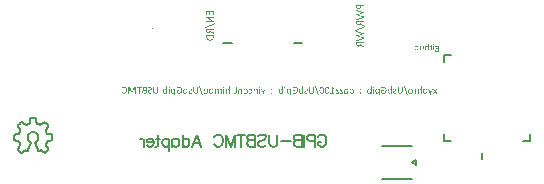
<source format=gbo>
G04*
G04 #@! TF.GenerationSoftware,Altium Limited,Altium Designer,25.5.2 (35)*
G04*
G04 Layer_Color=32896*
%FSLAX44Y44*%
%MOMM*%
G71*
G04*
G04 #@! TF.SameCoordinates,128D8583-6615-4204-B1AC-86CD56F38C64*
G04*
G04*
G04 #@! TF.FilePolarity,Positive*
G04*
G01*
G75*
%ADD11C,0.1500*%
%ADD44C,0.2000*%
%ADD56C,0.1000*%
G36*
X66778Y73920D02*
X66795Y73912D01*
X66803D01*
X66820Y73895D01*
X66837Y73870D01*
X66845Y73854D01*
Y73845D01*
X66853Y73804D01*
Y73762D01*
X66862Y73729D01*
Y73720D01*
X66870Y73654D01*
X66878Y73587D01*
Y73437D01*
X66870Y73379D01*
X66862Y73346D01*
Y73329D01*
X66853Y73271D01*
Y73237D01*
X66845Y73212D01*
Y73204D01*
X66828Y73171D01*
X66820Y73146D01*
X66803Y73137D01*
Y73129D01*
X66778Y73112D01*
X66753Y73104D01*
X66737D01*
X66728D01*
X64487D01*
Y72404D01*
X64479Y72196D01*
X64462Y72004D01*
X64446Y71838D01*
X64412Y71696D01*
X64387Y71571D01*
X64371Y71488D01*
X64362Y71454D01*
X64354Y71429D01*
X64346Y71421D01*
Y71413D01*
X64287Y71263D01*
X64221Y71129D01*
X64154Y71005D01*
X64096Y70904D01*
X64037Y70821D01*
X63987Y70763D01*
X63954Y70730D01*
X63946Y70713D01*
X63837Y70613D01*
X63729Y70521D01*
X63629Y70446D01*
X63521Y70380D01*
X63438Y70338D01*
X63363Y70296D01*
X63321Y70280D01*
X63304Y70271D01*
X63163Y70221D01*
X63013Y70180D01*
X62871Y70155D01*
X62746Y70130D01*
X62629Y70121D01*
X62538Y70113D01*
X62505D01*
X62480D01*
X62471D01*
X62463D01*
X62338D01*
X62213Y70130D01*
X62105Y70146D01*
X62013Y70163D01*
X61930Y70180D01*
X61871Y70196D01*
X61838Y70205D01*
X61821Y70213D01*
X61713Y70255D01*
X61621Y70296D01*
X61530Y70346D01*
X61455Y70388D01*
X61396Y70430D01*
X61355Y70463D01*
X61322Y70488D01*
X61313Y70496D01*
X61230Y70571D01*
X61163Y70646D01*
X61097Y70721D01*
X61038Y70788D01*
X60997Y70855D01*
X60963Y70904D01*
X60947Y70938D01*
X60938Y70946D01*
X60888Y71038D01*
X60847Y71138D01*
X60805Y71221D01*
X60780Y71296D01*
X60763Y71363D01*
X60747Y71413D01*
X60738Y71446D01*
Y71454D01*
X60722Y71546D01*
X60705Y71629D01*
X60688Y71704D01*
X60680Y71771D01*
X60672Y71821D01*
X60663Y71863D01*
Y71896D01*
X60647Y72029D01*
Y72096D01*
X60638Y72154D01*
Y73604D01*
X60655Y73696D01*
X60680Y73762D01*
X60705Y73812D01*
X60722Y73821D01*
Y73829D01*
X60755Y73862D01*
X60797Y73887D01*
X60888Y73912D01*
X60930Y73920D01*
X60963Y73929D01*
X60988D01*
X60997D01*
X66728D01*
X66778Y73920D01*
D02*
G37*
G36*
X60822Y69372D02*
X60880Y69363D01*
X60922Y69355D01*
X60930Y69347D01*
X60938D01*
X66670Y67705D01*
X66712Y67697D01*
X66745Y67680D01*
X66770Y67672D01*
X66778Y67664D01*
X66803Y67630D01*
X66820Y67597D01*
X66837Y67564D01*
Y67555D01*
X66845Y67497D01*
X66853Y67439D01*
X66862Y67397D01*
Y67380D01*
X66870Y67289D01*
X66878Y67206D01*
Y67014D01*
X66870Y66930D01*
X66862Y66881D01*
Y66864D01*
X66853Y66797D01*
X66845Y66747D01*
X66837Y66714D01*
Y66706D01*
X66820Y66664D01*
X66803Y66631D01*
X66787Y66614D01*
X66778Y66606D01*
X66745Y66581D01*
X66712Y66572D01*
X66679Y66564D01*
X66670D01*
X61988Y65364D01*
Y65348D01*
X66670Y64048D01*
X66712Y64031D01*
X66745Y64015D01*
X66770Y64006D01*
X66778Y63998D01*
X66803Y63965D01*
X66820Y63931D01*
X66837Y63906D01*
Y63898D01*
X66845Y63840D01*
X66853Y63790D01*
X66862Y63748D01*
Y63731D01*
X66870Y63648D01*
X66878Y63565D01*
Y63373D01*
X66870Y63298D01*
X66862Y63248D01*
Y63232D01*
X66853Y63165D01*
X66845Y63106D01*
X66837Y63073D01*
Y63065D01*
X66820Y63023D01*
X66803Y62990D01*
X66787Y62973D01*
X66778Y62965D01*
X66745Y62940D01*
X66712Y62923D01*
X66679Y62907D01*
X66670D01*
X60947Y61257D01*
X60872Y61240D01*
X60813Y61232D01*
X60780D01*
X60772D01*
X60730D01*
X60697Y61249D01*
X60680Y61257D01*
X60672Y61265D01*
X60647Y61299D01*
X60638Y61340D01*
X60630Y61374D01*
Y61390D01*
X60622Y61457D01*
X60613Y61532D01*
Y61707D01*
X60622Y61782D01*
X60630Y61824D01*
Y61840D01*
X60638Y61898D01*
X60647Y61940D01*
X60655Y61965D01*
Y61974D01*
X60672Y61999D01*
X60688Y62015D01*
X60705Y62032D01*
X60713D01*
X60763Y62049D01*
X60788Y62057D01*
X60797D01*
X65987Y63423D01*
Y63431D01*
X60797Y64864D01*
X60763Y64873D01*
X60738Y64881D01*
X60722Y64889D01*
X60713Y64898D01*
X60688Y64923D01*
X60672Y64948D01*
X60655Y64964D01*
Y64973D01*
X60647Y65006D01*
X60638Y65048D01*
X60630Y65081D01*
Y65098D01*
X60622Y65164D01*
X60613Y65231D01*
Y65406D01*
X60622Y65473D01*
X60630Y65523D01*
Y65539D01*
X60638Y65598D01*
X60647Y65648D01*
X60655Y65672D01*
Y65681D01*
X60672Y65706D01*
X60688Y65731D01*
X60705Y65739D01*
X60713Y65747D01*
X60763Y65773D01*
X60788Y65781D01*
X60797D01*
X65987Y67105D01*
Y67114D01*
X60788Y68505D01*
X60755Y68513D01*
X60730Y68530D01*
X60713Y68538D01*
X60705D01*
X60680Y68555D01*
X60663Y68580D01*
X60655Y68597D01*
Y68605D01*
X60638Y68638D01*
X60630Y68680D01*
X60622Y68713D01*
Y68730D01*
X60613Y68805D01*
Y69072D01*
X60622Y69147D01*
X60630Y69197D01*
Y69213D01*
X60638Y69272D01*
X60655Y69313D01*
X60663Y69338D01*
X60672Y69347D01*
X60705Y69363D01*
X60730Y69372D01*
X60763Y69380D01*
X60772D01*
X60822Y69372D01*
D02*
G37*
G36*
X66778Y60091D02*
X66795Y60082D01*
X66803D01*
X66820Y60066D01*
X66837Y60041D01*
X66845Y60024D01*
Y60016D01*
X66853Y59974D01*
Y59932D01*
X66862Y59899D01*
Y59891D01*
X66870Y59824D01*
X66878Y59757D01*
Y59607D01*
X66870Y59549D01*
X66862Y59516D01*
Y59499D01*
X66853Y59441D01*
Y59408D01*
X66845Y59383D01*
Y59374D01*
X66828Y59341D01*
X66820Y59316D01*
X66803Y59307D01*
Y59299D01*
X66778Y59282D01*
X66753Y59274D01*
X66737D01*
X66728D01*
X64079D01*
Y58624D01*
X64096Y58533D01*
X64104Y58449D01*
X64121Y58374D01*
X64137Y58316D01*
X64154Y58274D01*
X64162Y58249D01*
X64171Y58241D01*
X64246Y58099D01*
X64279Y58041D01*
X64321Y57991D01*
X64354Y57950D01*
X64379Y57916D01*
X64396Y57899D01*
X64404Y57891D01*
X64521Y57791D01*
X64637Y57708D01*
X64687Y57675D01*
X64729Y57650D01*
X64754Y57641D01*
X64762Y57633D01*
X64921Y57558D01*
X64996Y57516D01*
X65071Y57491D01*
X65129Y57458D01*
X65179Y57441D01*
X65212Y57433D01*
X65220Y57425D01*
X66687Y56850D01*
X66728Y56833D01*
X66762Y56825D01*
X66778Y56808D01*
X66787D01*
X66812Y56783D01*
X66820Y56758D01*
X66837Y56741D01*
Y56733D01*
X66845Y56691D01*
X66853Y56650D01*
X66862Y56617D01*
Y56608D01*
X66870Y56542D01*
X66878Y56475D01*
Y56308D01*
X66870Y56233D01*
X66862Y56192D01*
Y56175D01*
X66853Y56117D01*
Y56075D01*
X66845Y56050D01*
Y56042D01*
X66828Y56008D01*
X66820Y55992D01*
X66803Y55975D01*
X66753Y55958D01*
X66737D01*
X66728D01*
X66695D01*
X66662Y55967D01*
X66628Y55975D01*
X66620Y55983D01*
X66587Y55992D01*
X66554Y56000D01*
X66470Y56033D01*
X66437Y56042D01*
X66403Y56058D01*
X66387Y56067D01*
X66378D01*
X65012Y56625D01*
X64846Y56691D01*
X64779Y56725D01*
X64712Y56758D01*
X64662Y56783D01*
X64629Y56800D01*
X64604Y56808D01*
X64596Y56817D01*
X64462Y56883D01*
X64404Y56916D01*
X64354Y56950D01*
X64321Y56975D01*
X64287Y57000D01*
X64271Y57008D01*
X64262Y57016D01*
X64162Y57100D01*
X64079Y57175D01*
X64054Y57208D01*
X64029Y57225D01*
X64021Y57241D01*
X64012Y57250D01*
X63938Y57350D01*
X63888Y57441D01*
X63863Y57475D01*
X63846Y57508D01*
X63837Y57525D01*
Y57533D01*
X63804Y57433D01*
X63762Y57341D01*
X63721Y57258D01*
X63688Y57183D01*
X63654Y57125D01*
X63629Y57083D01*
X63613Y57050D01*
X63604Y57041D01*
X63546Y56958D01*
X63496Y56883D01*
X63438Y56825D01*
X63388Y56767D01*
X63346Y56716D01*
X63313Y56683D01*
X63288Y56666D01*
X63279Y56658D01*
X63129Y56550D01*
X63054Y56508D01*
X62988Y56475D01*
X62929Y56450D01*
X62879Y56433D01*
X62846Y56417D01*
X62838D01*
X62738Y56383D01*
X62646Y56367D01*
X62554Y56350D01*
X62463Y56333D01*
X62388D01*
X62330Y56325D01*
X62296D01*
X62280D01*
X62163D01*
X62046Y56342D01*
X61946Y56358D01*
X61863Y56375D01*
X61788Y56392D01*
X61738Y56408D01*
X61696Y56417D01*
X61688Y56425D01*
X61588Y56467D01*
X61505Y56508D01*
X61421Y56558D01*
X61355Y56600D01*
X61297Y56642D01*
X61255Y56675D01*
X61230Y56700D01*
X61221Y56708D01*
X61146Y56783D01*
X61080Y56858D01*
X61022Y56933D01*
X60972Y57008D01*
X60930Y57066D01*
X60905Y57116D01*
X60888Y57158D01*
X60880Y57166D01*
X60788Y57383D01*
X60755Y57491D01*
X60730Y57583D01*
X60705Y57675D01*
X60688Y57741D01*
X60680Y57783D01*
Y57800D01*
X60672Y57899D01*
X60663Y57991D01*
X60655Y58025D01*
Y58083D01*
X60647Y58208D01*
X60638Y58341D01*
Y59799D01*
X60647Y59874D01*
X60672Y59941D01*
X60705Y59991D01*
X60713Y59999D01*
Y60007D01*
X60747Y60041D01*
X60788Y60057D01*
X60872Y60091D01*
X60913D01*
X60947Y60099D01*
X60972D01*
X60980D01*
X66728D01*
X66778Y60091D01*
D02*
G37*
G36*
X68086Y55567D02*
X68111Y55550D01*
X68120Y55533D01*
X68128Y55525D01*
X68153Y55483D01*
X68161Y55442D01*
X68178Y55409D01*
Y55400D01*
X68195Y55333D01*
X68203Y55267D01*
Y55134D01*
X68195Y55075D01*
X68186Y55042D01*
Y55034D01*
X68178Y54984D01*
X68170Y54942D01*
X68161Y54917D01*
Y54909D01*
X68145Y54875D01*
X68128Y54850D01*
X68111Y54842D01*
X68103Y54834D01*
X68070Y54809D01*
X68036Y54792D01*
X68011Y54784D01*
X68003D01*
X60047Y51876D01*
X60005Y51868D01*
X59972Y51859D01*
X59947Y51868D01*
X59939D01*
X59905Y51876D01*
X59880Y51893D01*
X59872Y51909D01*
X59864Y51918D01*
X59847Y51951D01*
X59830Y51993D01*
X59822Y52018D01*
Y52034D01*
X59805Y52101D01*
X59797Y52159D01*
Y52359D01*
X59805Y52393D01*
Y52409D01*
X59813Y52459D01*
X59822Y52493D01*
X59830Y52518D01*
X59839Y52526D01*
X59855Y52551D01*
X59872Y52576D01*
X59889Y52593D01*
X59897Y52601D01*
X59930Y52626D01*
X59955Y52634D01*
X59988Y52651D01*
X59997D01*
X67953Y55550D01*
X67995Y55567D01*
X68028Y55575D01*
X68045D01*
X68053D01*
X68086Y55567D01*
D02*
G37*
G36*
X60822Y51484D02*
X60880Y51476D01*
X60922Y51468D01*
X60930Y51459D01*
X60938D01*
X66670Y49818D01*
X66712Y49810D01*
X66745Y49793D01*
X66770Y49785D01*
X66778Y49777D01*
X66803Y49743D01*
X66820Y49710D01*
X66837Y49677D01*
Y49668D01*
X66845Y49610D01*
X66853Y49552D01*
X66862Y49510D01*
Y49493D01*
X66870Y49402D01*
X66878Y49318D01*
Y49127D01*
X66870Y49043D01*
X66862Y48994D01*
Y48977D01*
X66853Y48910D01*
X66845Y48860D01*
X66837Y48827D01*
Y48818D01*
X66820Y48777D01*
X66803Y48744D01*
X66787Y48727D01*
X66778Y48719D01*
X66745Y48694D01*
X66712Y48685D01*
X66679Y48677D01*
X66670D01*
X61988Y47477D01*
Y47460D01*
X66670Y46161D01*
X66712Y46144D01*
X66745Y46128D01*
X66770Y46119D01*
X66778Y46111D01*
X66803Y46078D01*
X66820Y46044D01*
X66837Y46019D01*
Y46011D01*
X66845Y45953D01*
X66853Y45903D01*
X66862Y45861D01*
Y45844D01*
X66870Y45761D01*
X66878Y45678D01*
Y45486D01*
X66870Y45411D01*
X66862Y45361D01*
Y45344D01*
X66853Y45278D01*
X66845Y45219D01*
X66837Y45186D01*
Y45178D01*
X66820Y45136D01*
X66803Y45103D01*
X66787Y45086D01*
X66778Y45078D01*
X66745Y45053D01*
X66712Y45036D01*
X66679Y45019D01*
X66670D01*
X60947Y43370D01*
X60872Y43353D01*
X60813Y43345D01*
X60780D01*
X60772D01*
X60730D01*
X60697Y43362D01*
X60680Y43370D01*
X60672Y43378D01*
X60647Y43412D01*
X60638Y43453D01*
X60630Y43487D01*
Y43503D01*
X60622Y43570D01*
X60613Y43645D01*
Y43820D01*
X60622Y43895D01*
X60630Y43936D01*
Y43953D01*
X60638Y44011D01*
X60647Y44053D01*
X60655Y44078D01*
Y44086D01*
X60672Y44111D01*
X60688Y44128D01*
X60705Y44145D01*
X60713D01*
X60763Y44161D01*
X60788Y44170D01*
X60797D01*
X65987Y45536D01*
Y45544D01*
X60797Y46977D01*
X60763Y46986D01*
X60738Y46994D01*
X60722Y47002D01*
X60713Y47011D01*
X60688Y47036D01*
X60672Y47061D01*
X60655Y47077D01*
Y47086D01*
X60647Y47119D01*
X60638Y47161D01*
X60630Y47194D01*
Y47211D01*
X60622Y47277D01*
X60613Y47344D01*
Y47519D01*
X60622Y47586D01*
X60630Y47635D01*
Y47652D01*
X60638Y47710D01*
X60647Y47761D01*
X60655Y47786D01*
Y47794D01*
X60672Y47819D01*
X60688Y47844D01*
X60705Y47852D01*
X60713Y47860D01*
X60763Y47885D01*
X60788Y47894D01*
X60797D01*
X65987Y49218D01*
Y49227D01*
X60788Y50618D01*
X60755Y50626D01*
X60730Y50643D01*
X60713Y50651D01*
X60705D01*
X60680Y50668D01*
X60663Y50693D01*
X60655Y50710D01*
Y50718D01*
X60638Y50751D01*
X60630Y50793D01*
X60622Y50826D01*
Y50843D01*
X60613Y50918D01*
Y51185D01*
X60622Y51260D01*
X60630Y51309D01*
Y51326D01*
X60638Y51385D01*
X60655Y51426D01*
X60663Y51451D01*
X60672Y51459D01*
X60705Y51476D01*
X60730Y51484D01*
X60763Y51493D01*
X60772D01*
X60822Y51484D01*
D02*
G37*
G36*
X66778Y42203D02*
X66795Y42195D01*
X66803D01*
X66820Y42179D01*
X66837Y42154D01*
X66845Y42137D01*
Y42129D01*
X66853Y42087D01*
Y42045D01*
X66862Y42012D01*
Y42004D01*
X66870Y41937D01*
X66878Y41870D01*
Y41720D01*
X66870Y41662D01*
X66862Y41629D01*
Y41612D01*
X66853Y41554D01*
Y41520D01*
X66845Y41495D01*
Y41487D01*
X66828Y41454D01*
X66820Y41429D01*
X66803Y41420D01*
Y41412D01*
X66778Y41395D01*
X66753Y41387D01*
X66737D01*
X66728D01*
X64079D01*
Y40737D01*
X64096Y40646D01*
X64104Y40562D01*
X64121Y40487D01*
X64137Y40429D01*
X64154Y40387D01*
X64162Y40362D01*
X64171Y40354D01*
X64246Y40212D01*
X64279Y40154D01*
X64321Y40104D01*
X64354Y40062D01*
X64379Y40029D01*
X64396Y40012D01*
X64404Y40004D01*
X64521Y39904D01*
X64637Y39821D01*
X64687Y39787D01*
X64729Y39762D01*
X64754Y39754D01*
X64762Y39746D01*
X64921Y39671D01*
X64996Y39629D01*
X65071Y39604D01*
X65129Y39571D01*
X65179Y39554D01*
X65212Y39546D01*
X65220Y39538D01*
X66687Y38963D01*
X66728Y38946D01*
X66762Y38938D01*
X66778Y38921D01*
X66787D01*
X66812Y38896D01*
X66820Y38871D01*
X66837Y38854D01*
Y38846D01*
X66845Y38804D01*
X66853Y38763D01*
X66862Y38729D01*
Y38721D01*
X66870Y38654D01*
X66878Y38588D01*
Y38421D01*
X66870Y38346D01*
X66862Y38305D01*
Y38288D01*
X66853Y38230D01*
Y38188D01*
X66845Y38163D01*
Y38155D01*
X66828Y38121D01*
X66820Y38105D01*
X66803Y38088D01*
X66753Y38071D01*
X66737D01*
X66728D01*
X66695D01*
X66662Y38080D01*
X66628Y38088D01*
X66620Y38096D01*
X66587Y38105D01*
X66554Y38113D01*
X66470Y38146D01*
X66437Y38155D01*
X66403Y38171D01*
X66387Y38180D01*
X66378D01*
X65012Y38738D01*
X64846Y38804D01*
X64779Y38838D01*
X64712Y38871D01*
X64662Y38896D01*
X64629Y38913D01*
X64604Y38921D01*
X64596Y38929D01*
X64462Y38996D01*
X64404Y39029D01*
X64354Y39063D01*
X64321Y39088D01*
X64287Y39113D01*
X64271Y39121D01*
X64262Y39129D01*
X64162Y39213D01*
X64079Y39288D01*
X64054Y39321D01*
X64029Y39338D01*
X64021Y39354D01*
X64012Y39363D01*
X63938Y39463D01*
X63888Y39554D01*
X63863Y39588D01*
X63846Y39621D01*
X63837Y39637D01*
Y39646D01*
X63804Y39546D01*
X63762Y39454D01*
X63721Y39371D01*
X63688Y39296D01*
X63654Y39238D01*
X63629Y39196D01*
X63613Y39163D01*
X63604Y39154D01*
X63546Y39071D01*
X63496Y38996D01*
X63438Y38938D01*
X63388Y38879D01*
X63346Y38829D01*
X63313Y38796D01*
X63288Y38779D01*
X63279Y38771D01*
X63129Y38663D01*
X63054Y38621D01*
X62988Y38588D01*
X62929Y38563D01*
X62879Y38546D01*
X62846Y38530D01*
X62838D01*
X62738Y38496D01*
X62646Y38479D01*
X62554Y38463D01*
X62463Y38446D01*
X62388D01*
X62330Y38438D01*
X62296D01*
X62280D01*
X62163D01*
X62046Y38454D01*
X61946Y38471D01*
X61863Y38488D01*
X61788Y38505D01*
X61738Y38521D01*
X61696Y38530D01*
X61688Y38538D01*
X61588Y38579D01*
X61505Y38621D01*
X61421Y38671D01*
X61355Y38713D01*
X61297Y38754D01*
X61255Y38788D01*
X61230Y38813D01*
X61221Y38821D01*
X61146Y38896D01*
X61080Y38971D01*
X61022Y39046D01*
X60972Y39121D01*
X60930Y39179D01*
X60905Y39229D01*
X60888Y39271D01*
X60880Y39279D01*
X60788Y39496D01*
X60755Y39604D01*
X60730Y39696D01*
X60705Y39787D01*
X60688Y39854D01*
X60680Y39896D01*
Y39913D01*
X60672Y40012D01*
X60663Y40104D01*
X60655Y40137D01*
Y40196D01*
X60647Y40321D01*
X60638Y40454D01*
Y41912D01*
X60647Y41987D01*
X60672Y42054D01*
X60705Y42104D01*
X60713Y42112D01*
Y42120D01*
X60747Y42154D01*
X60788Y42170D01*
X60872Y42203D01*
X60913D01*
X60947Y42212D01*
X60972D01*
X60980D01*
X66728D01*
X66778Y42203D01*
D02*
G37*
G36*
X-60413Y68522D02*
X-60355Y68513D01*
X-60313Y68497D01*
X-60272Y68480D01*
X-60247Y68464D01*
X-60230Y68455D01*
X-60213Y68439D01*
X-60172Y68363D01*
X-60155Y68297D01*
X-60147Y68247D01*
Y65248D01*
X-60155Y65198D01*
X-60163Y65189D01*
Y65181D01*
X-60180Y65156D01*
X-60197Y65139D01*
X-60213Y65123D01*
X-60222D01*
X-60255Y65106D01*
X-60288Y65098D01*
X-60321Y65089D01*
X-60330D01*
X-60380Y65081D01*
X-60430Y65073D01*
X-60463D01*
X-60480D01*
X-60546D01*
X-60596Y65081D01*
X-60630Y65089D01*
X-60638D01*
X-60680Y65098D01*
X-60721Y65106D01*
X-60738Y65114D01*
X-60746Y65123D01*
X-60771Y65139D01*
X-60788Y65164D01*
X-60805Y65173D01*
Y65181D01*
X-60821Y65198D01*
X-60830Y65223D01*
Y67705D01*
X-63054D01*
Y65623D01*
X-63063Y65573D01*
X-63071Y65564D01*
Y65556D01*
X-63104Y65514D01*
X-63113Y65506D01*
X-63121D01*
X-63187Y65481D01*
X-63212Y65473D01*
X-63221D01*
X-63271Y65464D01*
X-63321Y65456D01*
X-63354D01*
X-63371D01*
X-63437D01*
X-63487Y65464D01*
X-63521Y65473D01*
X-63529D01*
X-63571Y65481D01*
X-63604Y65489D01*
X-63621Y65498D01*
X-63629Y65506D01*
X-63679Y65539D01*
X-63687Y65548D01*
X-63696Y65556D01*
X-63712Y65573D01*
X-63721Y65598D01*
Y67705D01*
X-65679D01*
Y65281D01*
X-65687Y65231D01*
X-65695Y65223D01*
Y65214D01*
X-65712Y65189D01*
X-65729Y65173D01*
X-65745Y65164D01*
X-65753D01*
X-65820Y65139D01*
X-65845Y65131D01*
X-65854D01*
X-65903Y65123D01*
X-65962Y65114D01*
X-65995D01*
X-66012D01*
X-66078D01*
X-66128Y65123D01*
X-66162Y65131D01*
X-66170D01*
X-66212Y65139D01*
X-66253Y65148D01*
X-66270Y65156D01*
X-66278Y65164D01*
X-66303Y65181D01*
X-66320Y65198D01*
X-66337Y65206D01*
Y65214D01*
X-66353Y65231D01*
X-66362Y65256D01*
Y68230D01*
X-66353Y68305D01*
X-66328Y68372D01*
X-66295Y68422D01*
X-66287Y68430D01*
Y68439D01*
X-66253Y68472D01*
X-66212Y68488D01*
X-66128Y68522D01*
X-66087D01*
X-66053Y68530D01*
X-66028D01*
X-66020D01*
X-60480D01*
X-60413Y68522D01*
D02*
G37*
G36*
X-60230Y63723D02*
X-60213Y63715D01*
X-60205D01*
X-60180Y63698D01*
X-60172Y63681D01*
X-60155Y63665D01*
Y63656D01*
X-60147Y63615D01*
Y63573D01*
X-60138Y63540D01*
Y63531D01*
X-60130Y63465D01*
X-60122Y63398D01*
Y63240D01*
X-60130Y63182D01*
X-60138Y63148D01*
Y63131D01*
X-60147Y63073D01*
Y63032D01*
X-60155Y63007D01*
Y62998D01*
X-60172Y62965D01*
X-60188Y62948D01*
X-60197Y62932D01*
X-60205D01*
X-60230Y62915D01*
X-60255Y62907D01*
X-60263D01*
X-60272D01*
X-64021D01*
X-64154D01*
X-64287D01*
X-64404D01*
X-64512D01*
X-64604Y62915D01*
X-64679D01*
X-64720D01*
X-64737D01*
X-64870D01*
X-64995D01*
X-65120Y62923D01*
X-65220D01*
X-65312D01*
X-65379Y62932D01*
X-65420D01*
X-65437D01*
Y62915D01*
X-65229Y62815D01*
X-65129Y62773D01*
X-65037Y62732D01*
X-64962Y62690D01*
X-64904Y62665D01*
X-64870Y62648D01*
X-64854Y62640D01*
X-64745Y62582D01*
X-64637Y62532D01*
X-64545Y62482D01*
X-64462Y62432D01*
X-64387Y62398D01*
X-64337Y62365D01*
X-64296Y62348D01*
X-64287Y62340D01*
X-60755Y60441D01*
X-60622Y60366D01*
X-60571Y60341D01*
X-60521Y60307D01*
X-60488Y60291D01*
X-60463Y60274D01*
X-60447Y60257D01*
X-60438D01*
X-60363Y60191D01*
X-60297Y60132D01*
X-60263Y60099D01*
X-60247Y60082D01*
X-60205Y60016D01*
X-60180Y59957D01*
X-60163Y59916D01*
X-60155Y59899D01*
X-60138Y59824D01*
X-60130Y59749D01*
Y59349D01*
X-60138Y59307D01*
X-60147Y59282D01*
Y59274D01*
X-60163Y59224D01*
X-60180Y59191D01*
X-60197Y59166D01*
X-60205Y59158D01*
X-60238Y59116D01*
X-60272Y59091D01*
X-60305Y59074D01*
X-60313Y59066D01*
X-60371Y59049D01*
X-60422Y59033D01*
X-60463D01*
X-60480D01*
X-66212D01*
X-66237D01*
X-66253Y59041D01*
X-66270Y59049D01*
Y59058D01*
X-66295Y59074D01*
X-66312Y59099D01*
X-66320Y59116D01*
Y59124D01*
X-66337Y59158D01*
X-66345Y59199D01*
X-66353Y59233D01*
Y59249D01*
X-66362Y59316D01*
X-66370Y59374D01*
Y59524D01*
X-66362Y59591D01*
X-66353Y59632D01*
Y59649D01*
X-66345Y59699D01*
X-66337Y59741D01*
X-66328Y59766D01*
X-66320Y59774D01*
X-66303Y59807D01*
X-66287Y59824D01*
X-66278Y59841D01*
X-66270D01*
X-66228Y59857D01*
X-66220D01*
X-66212D01*
X-62846D01*
X-62563D01*
X-62429D01*
X-62313D01*
X-62204D01*
X-62129D01*
X-62096D01*
X-62071D01*
X-62063D01*
X-62054D01*
X-61905D01*
X-61763D01*
X-61630D01*
X-61513Y59849D01*
X-61413D01*
X-61338D01*
X-61288D01*
X-61280D01*
X-61271D01*
X-61438Y59932D01*
X-61513Y59974D01*
X-61580Y60007D01*
X-61630Y60041D01*
X-61680Y60066D01*
X-61705Y60074D01*
X-61713Y60082D01*
X-61880Y60166D01*
X-61954Y60199D01*
X-62029Y60232D01*
X-62088Y60266D01*
X-62129Y60291D01*
X-62163Y60299D01*
X-62171Y60307D01*
X-62346Y60391D01*
X-62421Y60432D01*
X-62496Y60474D01*
X-62554Y60499D01*
X-62596Y60524D01*
X-62629Y60540D01*
X-62638Y60549D01*
X-62813Y60641D01*
X-62896Y60682D01*
X-62971Y60724D01*
X-63038Y60757D01*
X-63088Y60782D01*
X-63121Y60799D01*
X-63129Y60807D01*
X-65854Y62265D01*
X-65953Y62323D01*
X-66028Y62373D01*
X-66078Y62407D01*
X-66095Y62423D01*
X-66162Y62473D01*
X-66212Y62523D01*
X-66245Y62557D01*
X-66253Y62573D01*
X-66295Y62632D01*
X-66320Y62690D01*
X-66328Y62732D01*
X-66337Y62740D01*
Y62748D01*
X-66353Y62823D01*
X-66362Y62898D01*
Y63390D01*
X-66345Y63481D01*
X-66320Y63556D01*
X-66295Y63606D01*
X-66278Y63615D01*
Y63623D01*
X-66245Y63656D01*
X-66203Y63681D01*
X-66112Y63715D01*
X-66070Y63723D01*
X-66037Y63731D01*
X-66012D01*
X-66003D01*
X-60272D01*
X-60230Y63723D01*
D02*
G37*
G36*
X-58914Y58191D02*
X-58889Y58175D01*
X-58880Y58158D01*
X-58872Y58149D01*
X-58847Y58108D01*
X-58839Y58066D01*
X-58822Y58033D01*
Y58025D01*
X-58805Y57958D01*
X-58797Y57891D01*
Y57758D01*
X-58805Y57700D01*
X-58814Y57666D01*
Y57658D01*
X-58822Y57608D01*
X-58830Y57566D01*
X-58839Y57541D01*
Y57533D01*
X-58855Y57500D01*
X-58872Y57475D01*
X-58889Y57466D01*
X-58897Y57458D01*
X-58930Y57433D01*
X-58964Y57416D01*
X-58989Y57408D01*
X-58997D01*
X-66953Y54500D01*
X-66995Y54492D01*
X-67028Y54484D01*
X-67053Y54492D01*
X-67062D01*
X-67095Y54500D01*
X-67120Y54517D01*
X-67128Y54534D01*
X-67137Y54542D01*
X-67153Y54575D01*
X-67170Y54617D01*
X-67178Y54642D01*
Y54659D01*
X-67195Y54725D01*
X-67203Y54784D01*
Y54984D01*
X-67195Y55017D01*
Y55034D01*
X-67186Y55084D01*
X-67178Y55117D01*
X-67170Y55142D01*
X-67161Y55150D01*
X-67145Y55175D01*
X-67128Y55200D01*
X-67112Y55217D01*
X-67103Y55225D01*
X-67070Y55250D01*
X-67045Y55258D01*
X-67011Y55275D01*
X-67003D01*
X-59047Y58175D01*
X-59005Y58191D01*
X-58972Y58200D01*
X-58955D01*
X-58947D01*
X-58914Y58191D01*
D02*
G37*
G36*
X-60222Y53576D02*
X-60205Y53567D01*
X-60197D01*
X-60180Y53551D01*
X-60163Y53526D01*
X-60155Y53509D01*
Y53501D01*
X-60147Y53459D01*
Y53417D01*
X-60138Y53384D01*
Y53376D01*
X-60130Y53309D01*
X-60122Y53242D01*
Y53092D01*
X-60130Y53034D01*
X-60138Y53001D01*
Y52984D01*
X-60147Y52926D01*
Y52892D01*
X-60155Y52867D01*
Y52859D01*
X-60172Y52826D01*
X-60180Y52801D01*
X-60197Y52793D01*
Y52784D01*
X-60222Y52768D01*
X-60247Y52759D01*
X-60263D01*
X-60272D01*
X-62921D01*
Y52109D01*
X-62904Y52018D01*
X-62896Y51934D01*
X-62879Y51859D01*
X-62863Y51801D01*
X-62846Y51759D01*
X-62838Y51734D01*
X-62829Y51726D01*
X-62754Y51585D01*
X-62721Y51526D01*
X-62679Y51476D01*
X-62646Y51434D01*
X-62621Y51401D01*
X-62604Y51385D01*
X-62596Y51376D01*
X-62479Y51276D01*
X-62363Y51193D01*
X-62313Y51160D01*
X-62271Y51135D01*
X-62246Y51126D01*
X-62238Y51118D01*
X-62079Y51043D01*
X-62004Y51001D01*
X-61929Y50976D01*
X-61871Y50943D01*
X-61821Y50926D01*
X-61788Y50918D01*
X-61779Y50910D01*
X-60313Y50335D01*
X-60272Y50318D01*
X-60238Y50310D01*
X-60222Y50293D01*
X-60213D01*
X-60188Y50268D01*
X-60180Y50243D01*
X-60163Y50226D01*
Y50218D01*
X-60155Y50177D01*
X-60147Y50135D01*
X-60138Y50101D01*
Y50093D01*
X-60130Y50026D01*
X-60122Y49960D01*
Y49793D01*
X-60130Y49718D01*
X-60138Y49677D01*
Y49660D01*
X-60147Y49602D01*
Y49560D01*
X-60155Y49535D01*
Y49527D01*
X-60172Y49493D01*
X-60180Y49477D01*
X-60197Y49460D01*
X-60247Y49443D01*
X-60263D01*
X-60272D01*
X-60305D01*
X-60338Y49452D01*
X-60371Y49460D01*
X-60380Y49468D01*
X-60413Y49477D01*
X-60447Y49485D01*
X-60530Y49518D01*
X-60563Y49527D01*
X-60596Y49543D01*
X-60613Y49552D01*
X-60622D01*
X-61988Y50110D01*
X-62154Y50177D01*
X-62221Y50210D01*
X-62288Y50243D01*
X-62338Y50268D01*
X-62371Y50285D01*
X-62396Y50293D01*
X-62404Y50301D01*
X-62538Y50368D01*
X-62596Y50401D01*
X-62646Y50435D01*
X-62679Y50460D01*
X-62713Y50485D01*
X-62729Y50493D01*
X-62738Y50501D01*
X-62838Y50585D01*
X-62921Y50660D01*
X-62946Y50693D01*
X-62971Y50710D01*
X-62979Y50726D01*
X-62987Y50735D01*
X-63063Y50835D01*
X-63113Y50926D01*
X-63137Y50960D01*
X-63154Y50993D01*
X-63162Y51010D01*
Y51018D01*
X-63196Y50918D01*
X-63238Y50826D01*
X-63279Y50743D01*
X-63312Y50668D01*
X-63346Y50610D01*
X-63371Y50568D01*
X-63387Y50535D01*
X-63396Y50526D01*
X-63454Y50443D01*
X-63504Y50368D01*
X-63562Y50310D01*
X-63612Y50251D01*
X-63654Y50202D01*
X-63687Y50168D01*
X-63712Y50152D01*
X-63721Y50143D01*
X-63871Y50035D01*
X-63946Y49993D01*
X-64012Y49960D01*
X-64071Y49935D01*
X-64121Y49918D01*
X-64154Y49902D01*
X-64162D01*
X-64262Y49868D01*
X-64354Y49852D01*
X-64446Y49835D01*
X-64537Y49818D01*
X-64612D01*
X-64670Y49810D01*
X-64704D01*
X-64720D01*
X-64837D01*
X-64954Y49827D01*
X-65054Y49843D01*
X-65137Y49860D01*
X-65212Y49877D01*
X-65262Y49893D01*
X-65304Y49902D01*
X-65312Y49910D01*
X-65412Y49952D01*
X-65495Y49993D01*
X-65578Y50043D01*
X-65645Y50085D01*
X-65704Y50127D01*
X-65745Y50160D01*
X-65770Y50185D01*
X-65778Y50193D01*
X-65854Y50268D01*
X-65920Y50343D01*
X-65978Y50418D01*
X-66028Y50493D01*
X-66070Y50551D01*
X-66095Y50601D01*
X-66112Y50643D01*
X-66120Y50651D01*
X-66212Y50868D01*
X-66245Y50976D01*
X-66270Y51068D01*
X-66295Y51160D01*
X-66312Y51226D01*
X-66320Y51268D01*
Y51285D01*
X-66328Y51385D01*
X-66337Y51476D01*
X-66345Y51509D01*
Y51568D01*
X-66353Y51693D01*
X-66362Y51826D01*
Y53284D01*
X-66353Y53359D01*
X-66328Y53426D01*
X-66295Y53476D01*
X-66287Y53484D01*
Y53492D01*
X-66253Y53526D01*
X-66212Y53542D01*
X-66128Y53576D01*
X-66087D01*
X-66053Y53584D01*
X-66028D01*
X-66020D01*
X-60272D01*
X-60222Y53576D01*
D02*
G37*
G36*
X-60413Y48235D02*
X-60355Y48227D01*
X-60313Y48210D01*
X-60272Y48194D01*
X-60247Y48177D01*
X-60230Y48169D01*
X-60213Y48152D01*
X-60172Y48077D01*
X-60155Y48010D01*
X-60147Y47960D01*
Y46627D01*
X-60155Y46336D01*
X-60180Y46078D01*
X-60188Y45953D01*
X-60205Y45844D01*
X-60222Y45736D01*
X-60247Y45636D01*
X-60263Y45553D01*
X-60280Y45478D01*
X-60297Y45411D01*
X-60305Y45353D01*
X-60321Y45311D01*
X-60330Y45278D01*
X-60338Y45261D01*
Y45253D01*
X-60422Y45044D01*
X-60513Y44861D01*
X-60613Y44695D01*
X-60713Y44553D01*
X-60796Y44436D01*
X-60863Y44353D01*
X-60896Y44328D01*
X-60913Y44303D01*
X-60921Y44295D01*
X-60930Y44286D01*
X-61088Y44145D01*
X-61255Y44020D01*
X-61421Y43920D01*
X-61580Y43828D01*
X-61721Y43762D01*
X-61779Y43737D01*
X-61830Y43720D01*
X-61871Y43703D01*
X-61905Y43686D01*
X-61921Y43678D01*
X-61929D01*
X-62163Y43611D01*
X-62404Y43562D01*
X-62646Y43520D01*
X-62863Y43495D01*
X-62962Y43487D01*
X-63054Y43478D01*
X-63137D01*
X-63204Y43470D01*
X-63263D01*
X-63304D01*
X-63329D01*
X-63337D01*
X-63596Y43478D01*
X-63829Y43503D01*
X-64046Y43537D01*
X-64229Y43570D01*
X-64312Y43587D01*
X-64387Y43603D01*
X-64446Y43620D01*
X-64496Y43636D01*
X-64537Y43653D01*
X-64570Y43661D01*
X-64587Y43670D01*
X-64595D01*
X-64795Y43753D01*
X-64979Y43836D01*
X-65145Y43936D01*
X-65279Y44028D01*
X-65395Y44111D01*
X-65479Y44178D01*
X-65504Y44211D01*
X-65528Y44228D01*
X-65537Y44236D01*
X-65545Y44245D01*
X-65687Y44395D01*
X-65803Y44545D01*
X-65903Y44703D01*
X-65995Y44853D01*
X-66062Y44978D01*
X-66087Y45036D01*
X-66103Y45086D01*
X-66120Y45120D01*
X-66137Y45153D01*
X-66145Y45170D01*
Y45178D01*
X-66220Y45394D01*
X-66270Y45619D01*
X-66312Y45853D01*
X-66337Y46061D01*
X-66345Y46161D01*
X-66353Y46252D01*
Y46328D01*
X-66362Y46403D01*
Y47944D01*
X-66353Y48019D01*
X-66328Y48085D01*
X-66295Y48135D01*
X-66287Y48144D01*
Y48152D01*
X-66253Y48185D01*
X-66212Y48202D01*
X-66128Y48235D01*
X-66087D01*
X-66053Y48244D01*
X-66028D01*
X-66020D01*
X-60480D01*
X-60413Y48235D01*
D02*
G37*
G36*
X126172Y40455D02*
X126242Y40448D01*
X126297Y40434D01*
X126339Y40420D01*
X126373Y40399D01*
X126394Y40385D01*
X126408Y40378D01*
X126415Y40371D01*
X126443Y40337D01*
X126463Y40288D01*
X126484Y40184D01*
X126491Y40136D01*
X126498Y40094D01*
Y40066D01*
Y40059D01*
X126491Y39983D01*
X126484Y39914D01*
X126470Y39858D01*
X126456Y39817D01*
X126443Y39789D01*
X126429Y39761D01*
X126415Y39754D01*
Y39747D01*
X126380Y39720D01*
X126332Y39706D01*
X126221Y39678D01*
X126172D01*
X126131Y39671D01*
X126096D01*
X126013Y39678D01*
X125943Y39685D01*
X125888Y39699D01*
X125846Y39713D01*
X125812Y39727D01*
X125791Y39740D01*
X125777Y39754D01*
X125770D01*
X125742Y39789D01*
X125715Y39838D01*
X125694Y39941D01*
X125687Y39990D01*
X125680Y40032D01*
Y40059D01*
Y40066D01*
X125687Y40143D01*
X125694Y40212D01*
X125708Y40267D01*
X125721Y40309D01*
X125742Y40337D01*
X125756Y40364D01*
X125763Y40371D01*
X125770Y40378D01*
X125805Y40406D01*
X125853Y40427D01*
X125957Y40455D01*
X126013D01*
X126047Y40462D01*
X126089D01*
X126172Y40455D01*
D02*
G37*
G36*
X121589Y40718D02*
X121623Y40711D01*
X121637D01*
X121679Y40704D01*
X121706Y40697D01*
X121727Y40690D01*
X121734D01*
X121755Y40676D01*
X121769Y40663D01*
X121783Y40656D01*
Y40649D01*
X121797Y40614D01*
Y40600D01*
Y40593D01*
Y35254D01*
X121790Y35219D01*
X121783Y35205D01*
Y35199D01*
X121769Y35185D01*
X121755Y35171D01*
X121741Y35164D01*
X121734D01*
X121706Y35157D01*
X121672D01*
X121644Y35150D01*
X121637D01*
X121582Y35143D01*
X121526Y35136D01*
X121401D01*
X121353Y35143D01*
X121325Y35150D01*
X121311D01*
X121263Y35157D01*
X121235D01*
X121214Y35164D01*
X121207D01*
X121187Y35178D01*
X121173Y35185D01*
X121159Y35199D01*
X121145Y35219D01*
X121138Y35240D01*
Y35247D01*
Y35254D01*
Y37771D01*
X121041Y37889D01*
X120944Y37993D01*
X120854Y38083D01*
X120777Y38152D01*
X120715Y38215D01*
X120666Y38250D01*
X120639Y38277D01*
X120625Y38284D01*
X120535Y38347D01*
X120444Y38388D01*
X120354Y38423D01*
X120278Y38444D01*
X120216Y38458D01*
X120167Y38465D01*
X120056D01*
X119987Y38451D01*
X119931Y38444D01*
X119883Y38430D01*
X119841Y38416D01*
X119813Y38402D01*
X119793Y38395D01*
X119786Y38388D01*
X119689Y38326D01*
X119612Y38256D01*
X119585Y38229D01*
X119564Y38201D01*
X119557Y38187D01*
X119550Y38180D01*
X119488Y38076D01*
X119439Y37965D01*
X119425Y37924D01*
X119411Y37889D01*
X119404Y37861D01*
Y37854D01*
X119390Y37778D01*
X119377Y37702D01*
X119370Y37619D01*
X119363Y37535D01*
X119356Y37466D01*
Y37411D01*
Y37376D01*
Y37369D01*
Y37362D01*
Y35254D01*
X119349Y35219D01*
X119342Y35205D01*
Y35199D01*
X119328Y35185D01*
X119314Y35171D01*
X119300Y35164D01*
X119293D01*
X119266Y35157D01*
X119231D01*
X119203Y35150D01*
X119196D01*
X119141Y35143D01*
X119085Y35136D01*
X118961D01*
X118912Y35143D01*
X118884Y35150D01*
X118870D01*
X118822Y35157D01*
X118794D01*
X118773Y35164D01*
X118766D01*
X118746Y35178D01*
X118732Y35185D01*
X118718Y35199D01*
X118704Y35219D01*
X118697Y35240D01*
Y35247D01*
Y35254D01*
Y37445D01*
Y37584D01*
X118711Y37716D01*
X118718Y37827D01*
X118732Y37924D01*
X118746Y38000D01*
X118753Y38055D01*
X118766Y38090D01*
Y38104D01*
X118794Y38201D01*
X118829Y38298D01*
X118863Y38374D01*
X118905Y38451D01*
X118933Y38506D01*
X118961Y38548D01*
X118981Y38575D01*
X118988Y38582D01*
X119044Y38652D01*
X119113Y38721D01*
X119176Y38777D01*
X119238Y38818D01*
X119293Y38860D01*
X119342Y38888D01*
X119370Y38901D01*
X119384Y38908D01*
X119481Y38950D01*
X119578Y38978D01*
X119682Y39005D01*
X119779Y39019D01*
X119862Y39026D01*
X119924Y39033D01*
X119987D01*
X120098Y39026D01*
X120202Y39012D01*
X120299Y38985D01*
X120389Y38957D01*
X120458Y38929D01*
X120521Y38901D01*
X120555Y38888D01*
X120569Y38881D01*
X120680Y38818D01*
X120777Y38749D01*
X120874Y38679D01*
X120965Y38603D01*
X121034Y38541D01*
X121089Y38485D01*
X121124Y38451D01*
X121138Y38444D01*
Y40593D01*
Y40614D01*
X121145Y40635D01*
X121152Y40642D01*
X121159Y40649D01*
X121173Y40670D01*
X121187Y40683D01*
X121200Y40690D01*
X121207D01*
X121235Y40697D01*
X121270Y40704D01*
X121297Y40711D01*
X121311D01*
X121360Y40718D01*
X121415Y40725D01*
X121540D01*
X121589Y40718D01*
D02*
G37*
G36*
X112990D02*
X113025Y40711D01*
X113039D01*
X113080Y40704D01*
X113108Y40697D01*
X113129Y40690D01*
X113136D01*
X113157Y40676D01*
X113170Y40663D01*
X113184Y40656D01*
Y40649D01*
X113198Y40614D01*
Y40600D01*
Y40593D01*
Y35254D01*
X113191Y35219D01*
Y35205D01*
Y35199D01*
X113177Y35185D01*
X113164Y35171D01*
X113150Y35164D01*
X113143D01*
X113115Y35157D01*
X113087D01*
X113060Y35150D01*
X113053D01*
X113004Y35143D01*
X112963Y35136D01*
X112858D01*
X112810Y35143D01*
X112782Y35150D01*
X112775D01*
X112741Y35157D01*
X112706D01*
X112692Y35164D01*
X112685D01*
X112664Y35178D01*
X112650Y35185D01*
X112637Y35199D01*
X112623Y35219D01*
X112616Y35240D01*
Y35247D01*
Y35254D01*
Y35691D01*
X112505Y35580D01*
X112456Y35531D01*
X112415Y35490D01*
X112373Y35462D01*
X112345Y35434D01*
X112331Y35420D01*
X112325Y35413D01*
X112221Y35330D01*
X112130Y35275D01*
X112096Y35247D01*
X112068Y35233D01*
X112054Y35226D01*
X112047Y35219D01*
X111943Y35171D01*
X111846Y35143D01*
X111811Y35129D01*
X111784Y35122D01*
X111763Y35115D01*
X111756D01*
X111645Y35094D01*
X111541Y35088D01*
X111499Y35081D01*
X111437D01*
X111305Y35088D01*
X111180Y35101D01*
X111069Y35122D01*
X110972Y35150D01*
X110896Y35178D01*
X110834Y35199D01*
X110799Y35212D01*
X110785Y35219D01*
X110681Y35275D01*
X110584Y35344D01*
X110501Y35406D01*
X110431Y35476D01*
X110376Y35531D01*
X110335Y35580D01*
X110307Y35608D01*
X110300Y35622D01*
X110230Y35726D01*
X110168Y35830D01*
X110113Y35940D01*
X110071Y36037D01*
X110036Y36128D01*
X110015Y36197D01*
X110008Y36225D01*
X110002Y36246D01*
X109995Y36253D01*
Y36259D01*
X109960Y36405D01*
X109932Y36551D01*
X109918Y36689D01*
X109904Y36821D01*
X109898Y36932D01*
X109891Y36981D01*
Y37022D01*
Y37050D01*
Y37078D01*
Y37092D01*
Y37099D01*
Y37244D01*
X109904Y37383D01*
X109918Y37508D01*
X109932Y37619D01*
X109946Y37709D01*
X109960Y37778D01*
X109967Y37806D01*
Y37827D01*
X109974Y37833D01*
Y37840D01*
X110008Y37965D01*
X110050Y38083D01*
X110092Y38194D01*
X110133Y38284D01*
X110168Y38354D01*
X110203Y38409D01*
X110224Y38444D01*
X110230Y38458D01*
X110300Y38555D01*
X110376Y38631D01*
X110452Y38707D01*
X110522Y38763D01*
X110584Y38811D01*
X110633Y38846D01*
X110667Y38867D01*
X110681Y38874D01*
X110792Y38929D01*
X110903Y38964D01*
X111014Y38991D01*
X111118Y39012D01*
X111208Y39026D01*
X111284Y39033D01*
X111347D01*
X111465Y39026D01*
X111513Y39019D01*
X111562D01*
X111596Y39012D01*
X111624Y39005D01*
X111645Y38998D01*
X111652D01*
X111756Y38971D01*
X111853Y38936D01*
X111888Y38915D01*
X111915Y38908D01*
X111936Y38894D01*
X111943D01*
X112047Y38839D01*
X112137Y38777D01*
X112179Y38756D01*
X112207Y38735D01*
X112227Y38721D01*
X112234Y38714D01*
X112345Y38624D01*
X112442Y38534D01*
X112484Y38492D01*
X112512Y38465D01*
X112533Y38444D01*
X112540Y38437D01*
Y40593D01*
Y40614D01*
X112547Y40635D01*
X112553Y40642D01*
X112560Y40649D01*
X112574Y40670D01*
X112588Y40683D01*
X112602Y40690D01*
X112609D01*
X112637Y40697D01*
X112671Y40704D01*
X112699Y40711D01*
X112713D01*
X112761Y40718D01*
X112817Y40725D01*
X112942D01*
X112990Y40718D01*
D02*
G37*
G36*
X124168Y39935D02*
X124203Y39928D01*
X124217D01*
X124258Y39921D01*
X124286Y39914D01*
X124307Y39907D01*
X124314Y39900D01*
X124335Y39886D01*
X124348Y39872D01*
X124362Y39865D01*
Y39858D01*
X124376Y39824D01*
Y39817D01*
Y39810D01*
Y38957D01*
X124903D01*
X124917Y38950D01*
X124931Y38943D01*
X124938Y38936D01*
X124959Y38922D01*
X124972Y38908D01*
X124979Y38894D01*
X124986Y38888D01*
X124993Y38860D01*
X125000Y38839D01*
X125007Y38811D01*
Y38804D01*
X125014Y38763D01*
Y38721D01*
Y38693D01*
Y38686D01*
Y38679D01*
Y38631D01*
X125007Y38582D01*
X125000Y38548D01*
X124993Y38520D01*
X124986Y38485D01*
X124979Y38471D01*
X124952Y38437D01*
X124917Y38416D01*
X124889Y38409D01*
X124376D01*
Y36301D01*
Y36190D01*
X124369Y36086D01*
X124355Y35996D01*
X124348Y35913D01*
X124335Y35850D01*
X124328Y35802D01*
X124321Y35774D01*
Y35760D01*
X124300Y35677D01*
X124272Y35608D01*
X124237Y35538D01*
X124210Y35483D01*
X124182Y35441D01*
X124161Y35406D01*
X124147Y35386D01*
X124140Y35379D01*
X124030Y35282D01*
X123926Y35212D01*
X123877Y35192D01*
X123842Y35171D01*
X123814Y35164D01*
X123808Y35157D01*
X123731Y35136D01*
X123648Y35115D01*
X123565Y35101D01*
X123496Y35094D01*
X123426D01*
X123378Y35088D01*
X123260D01*
X123204Y35094D01*
X123163Y35101D01*
X123149D01*
X123080Y35115D01*
X123024Y35122D01*
X122989Y35136D01*
X122976D01*
X122920Y35150D01*
X122872Y35157D01*
X122844Y35171D01*
X122830D01*
X122788Y35192D01*
X122754Y35212D01*
X122740Y35219D01*
X122733Y35226D01*
X122712Y35254D01*
X122698Y35289D01*
X122684Y35316D01*
Y35330D01*
X122670Y35386D01*
X122663Y35448D01*
Y35476D01*
Y35497D01*
Y35510D01*
Y35517D01*
Y35566D01*
X122670Y35601D01*
X122677Y35628D01*
Y35635D01*
X122684Y35670D01*
X122691Y35691D01*
X122698Y35705D01*
Y35712D01*
X122705Y35732D01*
X122712Y35739D01*
X122719Y35746D01*
X122726D01*
X122747Y35760D01*
X122781D01*
X122802Y35753D01*
X122823Y35746D01*
X122830Y35739D01*
X122865Y35726D01*
X122892Y35712D01*
X122920Y35705D01*
X122927Y35698D01*
X122969Y35684D01*
X123010Y35677D01*
X123045Y35670D01*
X123052Y35663D01*
X123059D01*
X123114Y35656D01*
X123163Y35649D01*
X123218D01*
X123315Y35656D01*
X123399Y35677D01*
X123468Y35712D01*
X123523Y35746D01*
X123565Y35774D01*
X123593Y35809D01*
X123607Y35830D01*
X123613Y35837D01*
X123648Y35913D01*
X123676Y36003D01*
X123690Y36100D01*
X123704Y36190D01*
X123710Y36273D01*
X123717Y36336D01*
Y36363D01*
Y36384D01*
Y36391D01*
Y36398D01*
Y38409D01*
X122795D01*
X122760Y38416D01*
X122726Y38444D01*
X122712Y38465D01*
X122705Y38471D01*
X122691Y38499D01*
X122677Y38534D01*
X122670Y38596D01*
X122663Y38631D01*
Y38659D01*
Y38672D01*
Y38679D01*
Y38728D01*
X122670Y38770D01*
X122677Y38797D01*
Y38804D01*
X122684Y38839D01*
X122691Y38867D01*
X122698Y38881D01*
X122705Y38888D01*
X122719Y38908D01*
X122733Y38922D01*
X122740Y38936D01*
X122747D01*
X122760Y38950D01*
X122781Y38957D01*
X123717D01*
Y39810D01*
Y39831D01*
X123724Y39844D01*
X123731Y39858D01*
X123738D01*
X123752Y39879D01*
X123766Y39893D01*
X123780Y39900D01*
X123787D01*
X123814Y39914D01*
X123849Y39921D01*
X123877Y39928D01*
X123891D01*
X123939Y39935D01*
X123995Y39941D01*
X124120D01*
X124168Y39935D01*
D02*
G37*
G36*
X117338Y38971D02*
X117352D01*
X117394Y38964D01*
X117428Y38957D01*
X117449Y38950D01*
X117456Y38943D01*
X117477Y38929D01*
X117491Y38915D01*
X117504Y38908D01*
Y38901D01*
X117518Y38867D01*
Y38860D01*
Y38853D01*
Y36669D01*
Y36523D01*
X117511Y36398D01*
X117498Y36280D01*
X117484Y36183D01*
X117477Y36107D01*
X117463Y36044D01*
X117456Y36010D01*
Y35996D01*
X117428Y35899D01*
X117394Y35809D01*
X117359Y35726D01*
X117324Y35656D01*
X117289Y35601D01*
X117269Y35552D01*
X117248Y35524D01*
X117241Y35517D01*
X117178Y35448D01*
X117116Y35386D01*
X117047Y35330D01*
X116984Y35282D01*
X116929Y35247D01*
X116887Y35219D01*
X116860Y35205D01*
X116846Y35199D01*
X116749Y35157D01*
X116645Y35129D01*
X116541Y35108D01*
X116444Y35094D01*
X116360Y35088D01*
X116298Y35081D01*
X116236D01*
X116124Y35088D01*
X116014Y35101D01*
X115910Y35129D01*
X115819Y35157D01*
X115743Y35185D01*
X115681Y35212D01*
X115646Y35226D01*
X115632Y35233D01*
X115521Y35303D01*
X115410Y35379D01*
X115306Y35462D01*
X115216Y35545D01*
X115133Y35615D01*
X115077Y35677D01*
X115036Y35719D01*
X115022Y35726D01*
Y35254D01*
X115015Y35219D01*
Y35205D01*
Y35199D01*
X115001Y35185D01*
X114987Y35171D01*
X114973Y35164D01*
X114966D01*
X114939Y35157D01*
X114911D01*
X114883Y35150D01*
X114876D01*
X114828Y35143D01*
X114779Y35136D01*
X114668D01*
X114620Y35143D01*
X114592Y35150D01*
X114585D01*
X114544Y35157D01*
X114516D01*
X114495Y35164D01*
X114488D01*
X114467Y35178D01*
X114453Y35185D01*
X114439Y35199D01*
X114426Y35219D01*
X114419Y35240D01*
Y35247D01*
Y35254D01*
Y38853D01*
Y38874D01*
X114426Y38888D01*
X114433Y38901D01*
X114439D01*
X114474Y38936D01*
X114488Y38943D01*
X114495D01*
X114523Y38957D01*
X114557Y38964D01*
X114585Y38971D01*
X114599D01*
X114648Y38978D01*
X114876D01*
X114904Y38971D01*
X114918D01*
X114960Y38964D01*
X114994Y38957D01*
X115015Y38950D01*
X115022Y38943D01*
X115043Y38929D01*
X115057Y38915D01*
X115070Y38908D01*
Y38901D01*
X115084Y38867D01*
Y38860D01*
Y38853D01*
Y36336D01*
X115188Y36218D01*
X115286Y36114D01*
X115376Y36024D01*
X115452Y35954D01*
X115514Y35899D01*
X115570Y35857D01*
X115597Y35830D01*
X115611Y35823D01*
X115702Y35767D01*
X115792Y35726D01*
X115868Y35691D01*
X115944Y35670D01*
X116007Y35656D01*
X116055Y35649D01*
X116097D01*
X116229Y35663D01*
X116291Y35670D01*
X116340Y35684D01*
X116381Y35698D01*
X116409Y35705D01*
X116430Y35719D01*
X116437D01*
X116534Y35781D01*
X116603Y35850D01*
X116631Y35878D01*
X116651Y35906D01*
X116665Y35920D01*
X116672Y35927D01*
X116735Y36031D01*
X116776Y36135D01*
X116790Y36176D01*
X116804Y36218D01*
X116811Y36239D01*
Y36246D01*
X116825Y36322D01*
X116832Y36405D01*
X116846Y36495D01*
Y36578D01*
X116853Y36648D01*
Y36703D01*
Y36745D01*
Y36759D01*
Y38853D01*
Y38874D01*
X116860Y38888D01*
X116867Y38901D01*
X116873D01*
X116887Y38922D01*
X116908Y38936D01*
X116922Y38943D01*
X116929D01*
X116957Y38957D01*
X116991Y38964D01*
X117019Y38971D01*
X117033D01*
X117081Y38978D01*
X117303D01*
X117338Y38971D01*
D02*
G37*
G36*
X126207D02*
X126242Y38964D01*
X126255D01*
X126297Y38957D01*
X126325Y38950D01*
X126346Y38943D01*
X126353D01*
X126373Y38929D01*
X126387Y38915D01*
X126401Y38908D01*
Y38901D01*
X126415Y38867D01*
Y38860D01*
Y38853D01*
Y35254D01*
X126408Y35219D01*
X126401Y35205D01*
Y35199D01*
X126387Y35185D01*
X126373Y35171D01*
X126359Y35164D01*
X126353D01*
X126325Y35157D01*
X126290D01*
X126262Y35150D01*
X126255D01*
X126200Y35143D01*
X126144Y35136D01*
X126020D01*
X125971Y35143D01*
X125943Y35150D01*
X125929D01*
X125881Y35157D01*
X125853D01*
X125832Y35164D01*
X125826D01*
X125805Y35178D01*
X125791Y35185D01*
X125777Y35199D01*
X125763Y35219D01*
X125756Y35240D01*
Y35247D01*
Y35254D01*
Y38853D01*
Y38874D01*
X125763Y38888D01*
X125770Y38901D01*
X125777D01*
X125791Y38922D01*
X125805Y38936D01*
X125819Y38943D01*
X125826D01*
X125853Y38950D01*
X125888Y38957D01*
X125916Y38964D01*
X125929D01*
X125978Y38971D01*
X126033Y38978D01*
X126158D01*
X126207Y38971D01*
D02*
G37*
G36*
X129161Y39019D02*
X129265Y39012D01*
X129362Y38998D01*
X129445Y38985D01*
X129514Y38964D01*
X129563Y38950D01*
X129598Y38943D01*
X129612Y38936D01*
X129702Y38901D01*
X129792Y38860D01*
X129861Y38811D01*
X129930Y38770D01*
X129979Y38735D01*
X130021Y38700D01*
X130048Y38679D01*
X130055Y38672D01*
X130125Y38610D01*
X130180Y38541D01*
X130229Y38471D01*
X130270Y38409D01*
X130305Y38347D01*
X130326Y38305D01*
X130340Y38277D01*
X130347Y38263D01*
X130381Y38173D01*
X130402Y38076D01*
X130423Y37986D01*
X130430Y37896D01*
X130437Y37827D01*
X130444Y37764D01*
Y37729D01*
Y37723D01*
Y37716D01*
Y37619D01*
X130430Y37535D01*
X130423Y37459D01*
X130409Y37390D01*
X130395Y37341D01*
X130388Y37300D01*
X130374Y37272D01*
Y37265D01*
X130312Y37133D01*
X130284Y37078D01*
X130250Y37029D01*
X130222Y36988D01*
X130201Y36960D01*
X130187Y36939D01*
X130180Y36932D01*
X130277Y36814D01*
X130319Y36759D01*
X130353Y36703D01*
X130381Y36655D01*
X130402Y36620D01*
X130416Y36592D01*
X130423Y36585D01*
X130457Y36516D01*
X130478Y36440D01*
X130499Y36363D01*
X130506Y36294D01*
X130513Y36239D01*
X130520Y36190D01*
Y36162D01*
Y36149D01*
X130513Y36086D01*
X130506Y36024D01*
X130492Y35968D01*
X130471Y35920D01*
X130457Y35878D01*
X130444Y35850D01*
X130437Y35830D01*
X130430Y35823D01*
X130388Y35767D01*
X130347Y35719D01*
X130298Y35677D01*
X130256Y35642D01*
X130215Y35615D01*
X130180Y35594D01*
X130152Y35580D01*
X130146Y35573D01*
X130236Y35497D01*
X130305Y35427D01*
X130333Y35406D01*
X130347Y35386D01*
X130360Y35372D01*
X130367Y35365D01*
X130437Y35289D01*
X130485Y35226D01*
X130506Y35199D01*
X130520Y35178D01*
X130534Y35164D01*
Y35157D01*
X130575Y35081D01*
X130603Y35004D01*
X130617Y34977D01*
X130624Y34949D01*
X130631Y34935D01*
Y34928D01*
X130645Y34838D01*
X130652Y34755D01*
X130659Y34720D01*
Y34692D01*
Y34678D01*
Y34671D01*
X130652Y34595D01*
X130645Y34526D01*
X130631Y34457D01*
X130617Y34401D01*
X130603Y34360D01*
X130589Y34318D01*
X130575Y34297D01*
Y34290D01*
X130534Y34228D01*
X130492Y34165D01*
X130444Y34117D01*
X130402Y34068D01*
X130360Y34034D01*
X130326Y34006D01*
X130298Y33992D01*
X130291Y33985D01*
X130215Y33937D01*
X130132Y33895D01*
X130048Y33860D01*
X129965Y33832D01*
X129896Y33812D01*
X129840Y33791D01*
X129806Y33784D01*
X129792Y33777D01*
X129674Y33749D01*
X129549Y33735D01*
X129424Y33721D01*
X129306Y33708D01*
X129202D01*
X129119Y33701D01*
X129050D01*
X128883Y33708D01*
X128738Y33715D01*
X128606Y33735D01*
X128488Y33756D01*
X128398Y33770D01*
X128322Y33791D01*
X128301Y33798D01*
X128280D01*
X128273Y33805D01*
X128266D01*
X128148Y33846D01*
X128038Y33888D01*
X127947Y33937D01*
X127864Y33978D01*
X127802Y34013D01*
X127760Y34047D01*
X127725Y34068D01*
X127718Y34075D01*
X127642Y34138D01*
X127580Y34207D01*
X127524Y34269D01*
X127476Y34332D01*
X127441Y34387D01*
X127420Y34429D01*
X127407Y34457D01*
X127400Y34464D01*
X127365Y34547D01*
X127337Y34630D01*
X127323Y34713D01*
X127309Y34783D01*
X127302Y34845D01*
X127296Y34893D01*
Y34921D01*
Y34935D01*
X127302Y35018D01*
X127309Y35094D01*
X127323Y35164D01*
X127344Y35219D01*
X127365Y35268D01*
X127379Y35310D01*
X127386Y35330D01*
X127393Y35337D01*
X127427Y35400D01*
X127469Y35462D01*
X127510Y35510D01*
X127552Y35559D01*
X127594Y35594D01*
X127621Y35622D01*
X127642Y35635D01*
X127649Y35642D01*
X127774Y35726D01*
X127836Y35753D01*
X127899Y35781D01*
X127954Y35802D01*
X127996Y35816D01*
X128024Y35830D01*
X128031D01*
X128204Y35871D01*
X128280Y35885D01*
X128356Y35892D01*
X128426Y35899D01*
X128474Y35906D01*
X128523D01*
X129459Y35947D01*
X129535Y35954D01*
X129605Y35968D01*
X129660Y35982D01*
X129715Y35996D01*
X129750Y36017D01*
X129785Y36031D01*
X129799Y36037D01*
X129806Y36044D01*
X129847Y36079D01*
X129875Y36121D01*
X129903Y36155D01*
X129917Y36190D01*
X129924Y36225D01*
X129930Y36253D01*
Y36266D01*
Y36273D01*
X129924Y36356D01*
X129910Y36426D01*
X129903Y36454D01*
X129896Y36474D01*
X129889Y36481D01*
Y36488D01*
X129854Y36551D01*
X129820Y36606D01*
X129792Y36641D01*
X129778Y36655D01*
X129729Y36620D01*
X129681Y36592D01*
X129584Y36551D01*
X129542Y36530D01*
X129508Y36516D01*
X129480Y36509D01*
X129473D01*
X129320Y36474D01*
X129251Y36467D01*
X129188Y36460D01*
X129133Y36454D01*
X129050D01*
X128939Y36460D01*
X128835Y36467D01*
X128738Y36481D01*
X128655Y36495D01*
X128585Y36509D01*
X128530Y36523D01*
X128502Y36537D01*
X128488D01*
X128398Y36572D01*
X128308Y36613D01*
X128232Y36655D01*
X128169Y36696D01*
X128114Y36738D01*
X128079Y36766D01*
X128051Y36786D01*
X128044Y36793D01*
X127975Y36856D01*
X127920Y36925D01*
X127871Y36995D01*
X127829Y37057D01*
X127802Y37112D01*
X127781Y37154D01*
X127767Y37189D01*
X127760Y37196D01*
X127725Y37286D01*
X127698Y37383D01*
X127684Y37473D01*
X127670Y37563D01*
X127663Y37632D01*
X127656Y37695D01*
Y37729D01*
Y37743D01*
X127663Y37882D01*
X127677Y37938D01*
X127684Y37993D01*
X127698Y38042D01*
X127712Y38076D01*
X127718Y38097D01*
Y38104D01*
X127739Y38166D01*
X127774Y38229D01*
X127802Y38284D01*
X127836Y38326D01*
X127864Y38367D01*
X127892Y38395D01*
X127906Y38416D01*
X127913Y38423D01*
X127393D01*
X127351Y38430D01*
X127323Y38451D01*
X127302Y38471D01*
X127296Y38478D01*
X127282Y38506D01*
X127268Y38541D01*
X127261Y38603D01*
X127254Y38638D01*
Y38666D01*
Y38679D01*
Y38686D01*
X127261Y38777D01*
X127268Y38839D01*
X127282Y38874D01*
X127289Y38888D01*
X127316Y38929D01*
X127351Y38950D01*
X127379Y38957D01*
X128481D01*
X128578Y38978D01*
X128661Y38991D01*
X128696Y38998D01*
X128724Y39005D01*
X128752D01*
X128856Y39019D01*
X128953Y39026D01*
X129050D01*
X129161Y39019D01*
D02*
G37*
G36*
X75303Y4395D02*
X75379Y4387D01*
X75440Y4372D01*
X75486Y4357D01*
X75524Y4334D01*
X75547Y4318D01*
X75562Y4311D01*
X75570Y4303D01*
X75600Y4265D01*
X75623Y4212D01*
X75646Y4098D01*
X75653Y4044D01*
X75661Y3999D01*
Y3968D01*
Y3960D01*
X75653Y3877D01*
X75646Y3800D01*
X75630Y3739D01*
X75615Y3694D01*
X75600Y3663D01*
X75585Y3633D01*
X75570Y3625D01*
Y3618D01*
X75531Y3587D01*
X75478Y3572D01*
X75356Y3541D01*
X75303D01*
X75257Y3534D01*
X75219D01*
X75128Y3541D01*
X75051Y3549D01*
X74990Y3564D01*
X74945Y3579D01*
X74907Y3595D01*
X74884Y3610D01*
X74868Y3625D01*
X74861D01*
X74830Y3663D01*
X74800Y3717D01*
X74777Y3831D01*
X74769Y3884D01*
X74762Y3930D01*
Y3960D01*
Y3968D01*
X74769Y4052D01*
X74777Y4128D01*
X74792Y4189D01*
X74808Y4235D01*
X74830Y4265D01*
X74846Y4296D01*
X74853Y4303D01*
X74861Y4311D01*
X74899Y4341D01*
X74952Y4364D01*
X75067Y4395D01*
X75128D01*
X75166Y4402D01*
X75211D01*
X75303Y4395D01*
D02*
G37*
G36*
X284Y4395D02*
X360Y4387D01*
X421Y4372D01*
X467Y4357D01*
X505Y4334D01*
X528Y4318D01*
X543Y4311D01*
X551Y4303D01*
X581Y4265D01*
X604Y4212D01*
X627Y4098D01*
X634Y4044D01*
X642Y3998D01*
Y3968D01*
Y3960D01*
X634Y3877D01*
X627Y3800D01*
X612Y3739D01*
X596Y3694D01*
X581Y3663D01*
X566Y3633D01*
X551Y3625D01*
Y3617D01*
X512Y3587D01*
X459Y3572D01*
X337Y3541D01*
X284D01*
X238Y3534D01*
X200D01*
X109Y3541D01*
X32Y3549D01*
X-29Y3564D01*
X-74Y3579D01*
X-112Y3595D01*
X-135Y3610D01*
X-150Y3625D01*
X-158D01*
X-189Y3663D01*
X-219Y3717D01*
X-242Y3831D01*
X-249Y3884D01*
X-257Y3930D01*
Y3960D01*
Y3968D01*
X-249Y4052D01*
X-242Y4128D01*
X-227Y4189D01*
X-211Y4235D01*
X-189Y4265D01*
X-173Y4296D01*
X-166Y4303D01*
X-158Y4311D01*
X-120Y4341D01*
X-67Y4364D01*
X48Y4395D01*
X109D01*
X147Y4402D01*
X192D01*
X284Y4395D01*
D02*
G37*
G36*
X-21113D02*
X-21037Y4387D01*
X-20976Y4372D01*
X-20930Y4357D01*
X-20892Y4334D01*
X-20869Y4318D01*
X-20854Y4311D01*
X-20846Y4303D01*
X-20816Y4265D01*
X-20793Y4212D01*
X-20770Y4098D01*
X-20763Y4044D01*
X-20755Y3998D01*
Y3968D01*
Y3960D01*
X-20763Y3877D01*
X-20770Y3800D01*
X-20785Y3739D01*
X-20801Y3694D01*
X-20816Y3663D01*
X-20831Y3633D01*
X-20846Y3625D01*
Y3617D01*
X-20884Y3587D01*
X-20938Y3572D01*
X-21060Y3541D01*
X-21113D01*
X-21159Y3534D01*
X-21197D01*
X-21288Y3541D01*
X-21365Y3549D01*
X-21425Y3564D01*
X-21471Y3579D01*
X-21509Y3595D01*
X-21532Y3610D01*
X-21547Y3625D01*
X-21555D01*
X-21586Y3663D01*
X-21616Y3717D01*
X-21639Y3831D01*
X-21646Y3884D01*
X-21654Y3930D01*
Y3960D01*
Y3968D01*
X-21646Y4052D01*
X-21639Y4128D01*
X-21624Y4189D01*
X-21608Y4235D01*
X-21586Y4265D01*
X-21570Y4296D01*
X-21563Y4303D01*
X-21555Y4311D01*
X-21517Y4341D01*
X-21464Y4364D01*
X-21349Y4395D01*
X-21288D01*
X-21250Y4402D01*
X-21205D01*
X-21113Y4395D01*
D02*
G37*
G36*
X-51387D02*
X-51311Y4387D01*
X-51250Y4372D01*
X-51204Y4357D01*
X-51166Y4334D01*
X-51143Y4318D01*
X-51128Y4311D01*
X-51121Y4303D01*
X-51090Y4265D01*
X-51067Y4212D01*
X-51044Y4098D01*
X-51037Y4044D01*
X-51029Y3998D01*
Y3968D01*
Y3960D01*
X-51037Y3877D01*
X-51044Y3800D01*
X-51060Y3739D01*
X-51075Y3694D01*
X-51090Y3663D01*
X-51105Y3633D01*
X-51121Y3625D01*
Y3617D01*
X-51159Y3587D01*
X-51212Y3572D01*
X-51334Y3541D01*
X-51387D01*
X-51433Y3534D01*
X-51471D01*
X-51563Y3541D01*
X-51639Y3549D01*
X-51700Y3564D01*
X-51746Y3579D01*
X-51784Y3595D01*
X-51806Y3610D01*
X-51822Y3625D01*
X-51829D01*
X-51860Y3663D01*
X-51890Y3717D01*
X-51913Y3831D01*
X-51921Y3884D01*
X-51928Y3930D01*
Y3960D01*
Y3968D01*
X-51921Y4052D01*
X-51913Y4128D01*
X-51898Y4189D01*
X-51883Y4235D01*
X-51860Y4265D01*
X-51845Y4296D01*
X-51837Y4303D01*
X-51829Y4311D01*
X-51791Y4341D01*
X-51738Y4364D01*
X-51624Y4395D01*
X-51563D01*
X-51525Y4402D01*
X-51479D01*
X-51387Y4395D01*
D02*
G37*
G36*
X-97717Y4395D02*
X-97641Y4387D01*
X-97580Y4372D01*
X-97534Y4357D01*
X-97496Y4334D01*
X-97473Y4318D01*
X-97458Y4311D01*
X-97450Y4303D01*
X-97420Y4265D01*
X-97397Y4212D01*
X-97374Y4098D01*
X-97366Y4044D01*
X-97359Y3998D01*
Y3968D01*
Y3960D01*
X-97366Y3877D01*
X-97374Y3800D01*
X-97389Y3739D01*
X-97404Y3694D01*
X-97420Y3663D01*
X-97435Y3633D01*
X-97450Y3625D01*
Y3617D01*
X-97488Y3587D01*
X-97542Y3572D01*
X-97664Y3541D01*
X-97717D01*
X-97763Y3534D01*
X-97801D01*
X-97892Y3541D01*
X-97968Y3549D01*
X-98029Y3564D01*
X-98075Y3579D01*
X-98113Y3595D01*
X-98136Y3610D01*
X-98151Y3625D01*
X-98159D01*
X-98189Y3663D01*
X-98220Y3717D01*
X-98243Y3831D01*
X-98250Y3884D01*
X-98258Y3930D01*
Y3960D01*
Y3968D01*
X-98250Y4052D01*
X-98243Y4128D01*
X-98228Y4189D01*
X-98212Y4235D01*
X-98189Y4265D01*
X-98174Y4296D01*
X-98167Y4303D01*
X-98159Y4311D01*
X-98121Y4341D01*
X-98067Y4364D01*
X-97953Y4395D01*
X-97892D01*
X-97854Y4402D01*
X-97808D01*
X-97717Y4395D01*
D02*
G37*
G36*
X40373Y4288D02*
X40449D01*
X40464Y4280D01*
X40472D01*
X40518Y4265D01*
X40533Y4257D01*
X40540D01*
X40571Y4250D01*
X40578Y4242D01*
X41889Y3404D01*
X41935Y3366D01*
X41942Y3351D01*
X41950Y3343D01*
X41981Y3305D01*
X41988Y3290D01*
Y3282D01*
X41996Y3259D01*
X42003Y3229D01*
X42011Y3206D01*
Y3198D01*
Y3153D01*
Y3115D01*
Y3084D01*
Y3069D01*
Y3000D01*
X42003Y2947D01*
Y2916D01*
Y2901D01*
X41996Y2863D01*
X41981Y2833D01*
X41973Y2817D01*
X41965Y2810D01*
X41942Y2794D01*
X41912Y2787D01*
X41881D01*
X41836Y2802D01*
X41790Y2825D01*
X41760Y2840D01*
X41744Y2848D01*
X40647Y3503D01*
Y-817D01*
X41859D01*
X41874Y-825D01*
X41889Y-833D01*
X41897Y-840D01*
X41935Y-878D01*
X41942Y-894D01*
X41950Y-901D01*
X41958Y-932D01*
X41973Y-962D01*
X41981Y-993D01*
Y-1000D01*
X41988Y-1046D01*
Y-1084D01*
Y-1115D01*
Y-1130D01*
Y-1191D01*
X41981Y-1236D01*
Y-1267D01*
Y-1275D01*
X41965Y-1313D01*
X41958Y-1343D01*
X41942Y-1358D01*
Y-1366D01*
X41912Y-1397D01*
X41897Y-1412D01*
X41851Y-1427D01*
X38864D01*
X38826Y-1419D01*
X38811Y-1412D01*
X38772Y-1381D01*
X38757Y-1374D01*
Y-1366D01*
X38727Y-1305D01*
X38719Y-1282D01*
Y-1275D01*
X38712Y-1229D01*
X38704Y-1176D01*
Y-1145D01*
Y-1130D01*
Y-1076D01*
X38712Y-1038D01*
X38719Y-1008D01*
Y-1000D01*
X38727Y-962D01*
X38734Y-924D01*
X38742Y-909D01*
X38750Y-901D01*
X38788Y-856D01*
X38795Y-848D01*
X38803Y-840D01*
X38826Y-825D01*
X38841Y-817D01*
X39893D01*
Y4166D01*
X39900Y4204D01*
X39908Y4219D01*
X39923Y4235D01*
X39938Y4250D01*
X39954Y4257D01*
X39961D01*
X39992Y4265D01*
X40030Y4273D01*
X40060Y4280D01*
X40075D01*
X40129Y4288D01*
X40190Y4296D01*
X40342D01*
X40373Y4288D01*
D02*
G37*
G36*
X115818Y4684D02*
X115856Y4677D01*
X115872D01*
X115917Y4669D01*
X115948Y4661D01*
X115971Y4654D01*
X115978D01*
X116001Y4638D01*
X116017Y4623D01*
X116032Y4616D01*
Y4608D01*
X116047Y4570D01*
Y4555D01*
Y4547D01*
Y-1320D01*
X116039Y-1358D01*
X116032Y-1374D01*
Y-1381D01*
X116017Y-1397D01*
X116001Y-1412D01*
X115986Y-1419D01*
X115978D01*
X115948Y-1427D01*
X115910D01*
X115879Y-1435D01*
X115872D01*
X115811Y-1442D01*
X115750Y-1450D01*
X115613D01*
X115559Y-1442D01*
X115529Y-1435D01*
X115513D01*
X115460Y-1427D01*
X115430D01*
X115407Y-1419D01*
X115399D01*
X115376Y-1404D01*
X115361Y-1397D01*
X115346Y-1381D01*
X115331Y-1358D01*
X115323Y-1336D01*
Y-1328D01*
Y-1320D01*
Y1446D01*
X115216Y1575D01*
X115110Y1690D01*
X115011Y1789D01*
X114927Y1865D01*
X114858Y1933D01*
X114805Y1972D01*
X114774Y2002D01*
X114759Y2010D01*
X114660Y2078D01*
X114561Y2124D01*
X114462Y2162D01*
X114378Y2185D01*
X114310Y2200D01*
X114256Y2208D01*
X114134D01*
X114058Y2192D01*
X113997Y2185D01*
X113944Y2170D01*
X113898Y2154D01*
X113868Y2139D01*
X113845Y2132D01*
X113837Y2124D01*
X113730Y2055D01*
X113647Y1979D01*
X113616Y1949D01*
X113593Y1918D01*
X113586Y1903D01*
X113578Y1895D01*
X113510Y1781D01*
X113456Y1659D01*
X113441Y1613D01*
X113426Y1575D01*
X113418Y1545D01*
Y1537D01*
X113403Y1453D01*
X113388Y1370D01*
X113380Y1278D01*
X113372Y1187D01*
X113365Y1111D01*
Y1050D01*
Y1011D01*
Y1004D01*
Y996D01*
Y-1320D01*
X113357Y-1358D01*
X113350Y-1374D01*
Y-1381D01*
X113334Y-1397D01*
X113319Y-1412D01*
X113304Y-1419D01*
X113296D01*
X113266Y-1427D01*
X113228D01*
X113197Y-1435D01*
X113189D01*
X113128Y-1442D01*
X113068Y-1450D01*
X112930D01*
X112877Y-1442D01*
X112846Y-1435D01*
X112831D01*
X112778Y-1427D01*
X112747D01*
X112725Y-1419D01*
X112717D01*
X112694Y-1404D01*
X112679Y-1397D01*
X112664Y-1381D01*
X112648Y-1358D01*
X112641Y-1336D01*
Y-1328D01*
Y-1320D01*
Y1088D01*
Y1240D01*
X112656Y1385D01*
X112664Y1507D01*
X112679Y1613D01*
X112694Y1697D01*
X112702Y1758D01*
X112717Y1796D01*
Y1812D01*
X112747Y1918D01*
X112786Y2025D01*
X112824Y2109D01*
X112869Y2192D01*
X112900Y2254D01*
X112930Y2299D01*
X112953Y2330D01*
X112961Y2337D01*
X113022Y2413D01*
X113098Y2490D01*
X113167Y2551D01*
X113235Y2596D01*
X113296Y2642D01*
X113350Y2673D01*
X113380Y2688D01*
X113395Y2695D01*
X113502Y2741D01*
X113609Y2772D01*
X113723Y2802D01*
X113829Y2817D01*
X113921Y2825D01*
X113989Y2833D01*
X114058D01*
X114180Y2825D01*
X114294Y2810D01*
X114401Y2779D01*
X114500Y2749D01*
X114576Y2718D01*
X114645Y2688D01*
X114683Y2673D01*
X114698Y2665D01*
X114820Y2596D01*
X114927Y2520D01*
X115034Y2444D01*
X115133Y2360D01*
X115209Y2292D01*
X115270Y2231D01*
X115308Y2192D01*
X115323Y2185D01*
Y4547D01*
Y4570D01*
X115331Y4593D01*
X115338Y4600D01*
X115346Y4608D01*
X115361Y4631D01*
X115376Y4646D01*
X115392Y4654D01*
X115399D01*
X115430Y4661D01*
X115468Y4669D01*
X115498Y4677D01*
X115513D01*
X115567Y4684D01*
X115628Y4692D01*
X115765D01*
X115818Y4684D01*
D02*
G37*
G36*
X-46625Y4684D02*
X-46587Y4677D01*
X-46571D01*
X-46526Y4669D01*
X-46495Y4661D01*
X-46472Y4654D01*
X-46465D01*
X-46442Y4638D01*
X-46427Y4623D01*
X-46411Y4616D01*
Y4608D01*
X-46396Y4570D01*
Y4555D01*
Y4547D01*
Y-1320D01*
X-46404Y-1358D01*
X-46411Y-1374D01*
Y-1381D01*
X-46427Y-1397D01*
X-46442Y-1412D01*
X-46457Y-1419D01*
X-46465D01*
X-46495Y-1427D01*
X-46533D01*
X-46564Y-1435D01*
X-46571D01*
X-46632Y-1442D01*
X-46693Y-1450D01*
X-46831D01*
X-46884Y-1442D01*
X-46914Y-1435D01*
X-46930D01*
X-46983Y-1427D01*
X-47013D01*
X-47036Y-1419D01*
X-47044D01*
X-47067Y-1404D01*
X-47082Y-1397D01*
X-47097Y-1381D01*
X-47112Y-1358D01*
X-47120Y-1336D01*
Y-1328D01*
Y-1320D01*
Y1446D01*
X-47227Y1575D01*
X-47333Y1690D01*
X-47432Y1789D01*
X-47516Y1865D01*
X-47585Y1933D01*
X-47638Y1972D01*
X-47669Y2002D01*
X-47684Y2010D01*
X-47783Y2078D01*
X-47882Y2124D01*
X-47981Y2162D01*
X-48065Y2185D01*
X-48134Y2200D01*
X-48187Y2208D01*
X-48309D01*
X-48385Y2192D01*
X-48446Y2185D01*
X-48499Y2170D01*
X-48545Y2154D01*
X-48576Y2139D01*
X-48598Y2131D01*
X-48606Y2124D01*
X-48713Y2055D01*
X-48797Y1979D01*
X-48827Y1949D01*
X-48850Y1918D01*
X-48857Y1903D01*
X-48865Y1895D01*
X-48934Y1781D01*
X-48987Y1659D01*
X-49002Y1613D01*
X-49018Y1575D01*
X-49025Y1545D01*
Y1537D01*
X-49040Y1453D01*
X-49056Y1370D01*
X-49063Y1278D01*
X-49071Y1187D01*
X-49078Y1111D01*
Y1050D01*
Y1011D01*
Y1004D01*
Y996D01*
Y-1320D01*
X-49086Y-1358D01*
X-49094Y-1374D01*
Y-1381D01*
X-49109Y-1397D01*
X-49124Y-1412D01*
X-49139Y-1419D01*
X-49147D01*
X-49177Y-1427D01*
X-49216D01*
X-49246Y-1435D01*
X-49254D01*
X-49315Y-1442D01*
X-49376Y-1450D01*
X-49513D01*
X-49566Y-1442D01*
X-49597Y-1435D01*
X-49612D01*
X-49665Y-1427D01*
X-49696D01*
X-49718Y-1419D01*
X-49726D01*
X-49749Y-1404D01*
X-49764Y-1397D01*
X-49780Y-1381D01*
X-49795Y-1358D01*
X-49802Y-1336D01*
Y-1328D01*
Y-1320D01*
Y1088D01*
Y1240D01*
X-49787Y1385D01*
X-49780Y1507D01*
X-49764Y1613D01*
X-49749Y1697D01*
X-49741Y1758D01*
X-49726Y1796D01*
Y1812D01*
X-49696Y1918D01*
X-49658Y2025D01*
X-49619Y2109D01*
X-49574Y2192D01*
X-49543Y2254D01*
X-49513Y2299D01*
X-49490Y2330D01*
X-49482Y2337D01*
X-49421Y2413D01*
X-49345Y2490D01*
X-49277Y2551D01*
X-49208Y2596D01*
X-49147Y2642D01*
X-49094Y2673D01*
X-49063Y2688D01*
X-49048Y2695D01*
X-48941Y2741D01*
X-48835Y2772D01*
X-48720Y2802D01*
X-48614Y2817D01*
X-48522Y2825D01*
X-48454Y2833D01*
X-48385D01*
X-48263Y2825D01*
X-48149Y2810D01*
X-48042Y2779D01*
X-47943Y2749D01*
X-47867Y2718D01*
X-47798Y2688D01*
X-47760Y2673D01*
X-47745Y2665D01*
X-47623Y2596D01*
X-47516Y2520D01*
X-47410Y2444D01*
X-47311Y2360D01*
X-47234Y2292D01*
X-47174Y2231D01*
X-47135Y2192D01*
X-47120Y2185D01*
Y4547D01*
Y4570D01*
X-47112Y4593D01*
X-47105Y4600D01*
X-47097Y4608D01*
X-47082Y4631D01*
X-47067Y4646D01*
X-47052Y4654D01*
X-47044D01*
X-47013Y4661D01*
X-46975Y4669D01*
X-46945Y4677D01*
X-46930D01*
X-46876Y4684D01*
X-46815Y4692D01*
X-46678D01*
X-46625Y4684D01*
D02*
G37*
G36*
X90459Y4684D02*
X90497Y4677D01*
X90512D01*
X90558Y4669D01*
X90589Y4661D01*
X90611Y4654D01*
X90619D01*
X90642Y4638D01*
X90657Y4623D01*
X90672Y4616D01*
Y4608D01*
X90688Y4570D01*
Y4555D01*
Y4547D01*
Y-1320D01*
X90680Y-1358D01*
Y-1374D01*
Y-1381D01*
X90665Y-1397D01*
X90649Y-1412D01*
X90634Y-1419D01*
X90627D01*
X90596Y-1427D01*
X90566D01*
X90535Y-1435D01*
X90528D01*
X90474Y-1442D01*
X90428Y-1450D01*
X90314D01*
X90261Y-1442D01*
X90230Y-1435D01*
X90223D01*
X90185Y-1427D01*
X90147D01*
X90131Y-1419D01*
X90124D01*
X90101Y-1404D01*
X90086Y-1397D01*
X90070Y-1381D01*
X90055Y-1358D01*
X90048Y-1336D01*
Y-1328D01*
Y-1320D01*
Y-840D01*
X89926Y-962D01*
X89872Y-1015D01*
X89826Y-1061D01*
X89781Y-1092D01*
X89750Y-1122D01*
X89735Y-1137D01*
X89727Y-1145D01*
X89613Y-1236D01*
X89514Y-1297D01*
X89476Y-1328D01*
X89445Y-1343D01*
X89430Y-1351D01*
X89423Y-1358D01*
X89308Y-1412D01*
X89202Y-1442D01*
X89164Y-1458D01*
X89133Y-1465D01*
X89110Y-1473D01*
X89103D01*
X88981Y-1496D01*
X88866Y-1503D01*
X88821Y-1511D01*
X88752D01*
X88607Y-1503D01*
X88470Y-1488D01*
X88348Y-1465D01*
X88242Y-1435D01*
X88158Y-1404D01*
X88089Y-1381D01*
X88051Y-1366D01*
X88036Y-1358D01*
X87921Y-1297D01*
X87815Y-1221D01*
X87723Y-1153D01*
X87647Y-1076D01*
X87586Y-1015D01*
X87541Y-962D01*
X87510Y-932D01*
X87502Y-916D01*
X87426Y-802D01*
X87358Y-688D01*
X87297Y-566D01*
X87251Y-459D01*
X87213Y-360D01*
X87190Y-284D01*
X87182Y-254D01*
X87175Y-231D01*
X87167Y-223D01*
Y-215D01*
X87129Y-55D01*
X87099Y105D01*
X87083Y257D01*
X87068Y402D01*
X87060Y524D01*
X87053Y577D01*
Y623D01*
Y653D01*
Y684D01*
Y699D01*
Y707D01*
Y867D01*
X87068Y1019D01*
X87083Y1156D01*
X87099Y1278D01*
X87114Y1377D01*
X87129Y1453D01*
X87137Y1484D01*
Y1507D01*
X87144Y1514D01*
Y1522D01*
X87182Y1659D01*
X87228Y1789D01*
X87274Y1911D01*
X87319Y2010D01*
X87358Y2086D01*
X87396Y2147D01*
X87419Y2185D01*
X87426Y2200D01*
X87502Y2307D01*
X87586Y2391D01*
X87670Y2474D01*
X87746Y2535D01*
X87815Y2589D01*
X87868Y2627D01*
X87906Y2650D01*
X87921Y2657D01*
X88043Y2718D01*
X88165Y2756D01*
X88287Y2787D01*
X88402Y2810D01*
X88501Y2825D01*
X88584Y2833D01*
X88653D01*
X88783Y2825D01*
X88836Y2817D01*
X88889D01*
X88927Y2810D01*
X88958Y2802D01*
X88981Y2794D01*
X88988D01*
X89103Y2764D01*
X89209Y2726D01*
X89247Y2703D01*
X89278Y2695D01*
X89301Y2680D01*
X89308D01*
X89423Y2619D01*
X89522Y2551D01*
X89567Y2528D01*
X89598Y2505D01*
X89621Y2490D01*
X89628Y2482D01*
X89750Y2383D01*
X89857Y2284D01*
X89903Y2238D01*
X89933Y2208D01*
X89956Y2185D01*
X89964Y2177D01*
Y4547D01*
Y4570D01*
X89971Y4593D01*
X89979Y4600D01*
X89986Y4608D01*
X90002Y4631D01*
X90017Y4646D01*
X90032Y4654D01*
X90040D01*
X90070Y4661D01*
X90108Y4669D01*
X90139Y4677D01*
X90154D01*
X90208Y4684D01*
X90268Y4692D01*
X90406D01*
X90459Y4684D01*
D02*
G37*
G36*
X73276D02*
X73314Y4677D01*
X73329D01*
X73375Y4669D01*
X73405Y4661D01*
X73428Y4654D01*
X73436D01*
X73459Y4638D01*
X73474Y4623D01*
X73489Y4616D01*
Y4608D01*
X73505Y4570D01*
Y4555D01*
Y4547D01*
Y-1320D01*
X73497Y-1358D01*
Y-1374D01*
Y-1381D01*
X73482Y-1397D01*
X73466Y-1412D01*
X73451Y-1419D01*
X73443D01*
X73413Y-1427D01*
X73383D01*
X73352Y-1435D01*
X73344D01*
X73291Y-1442D01*
X73245Y-1450D01*
X73131D01*
X73078Y-1442D01*
X73047Y-1435D01*
X73040D01*
X73002Y-1427D01*
X72964D01*
X72948Y-1419D01*
X72941D01*
X72918Y-1404D01*
X72902Y-1397D01*
X72887Y-1381D01*
X72872Y-1358D01*
X72864Y-1336D01*
Y-1328D01*
Y-1320D01*
Y-840D01*
X72743Y-962D01*
X72689Y-1015D01*
X72643Y-1061D01*
X72598Y-1092D01*
X72567Y-1122D01*
X72552Y-1137D01*
X72544Y-1145D01*
X72430Y-1236D01*
X72331Y-1297D01*
X72293Y-1328D01*
X72262Y-1343D01*
X72247Y-1351D01*
X72240Y-1358D01*
X72125Y-1412D01*
X72019Y-1442D01*
X71981Y-1458D01*
X71950Y-1465D01*
X71927Y-1473D01*
X71919D01*
X71798Y-1496D01*
X71683Y-1503D01*
X71638Y-1511D01*
X71569D01*
X71424Y-1503D01*
X71287Y-1488D01*
X71165Y-1465D01*
X71059Y-1435D01*
X70975Y-1404D01*
X70906Y-1381D01*
X70868Y-1366D01*
X70853Y-1358D01*
X70738Y-1297D01*
X70632Y-1221D01*
X70540Y-1153D01*
X70464Y-1076D01*
X70403Y-1015D01*
X70357Y-962D01*
X70327Y-932D01*
X70319Y-916D01*
X70243Y-802D01*
X70174Y-688D01*
X70114Y-566D01*
X70068Y-459D01*
X70030Y-360D01*
X70007Y-284D01*
X69999Y-254D01*
X69992Y-231D01*
X69984Y-223D01*
Y-215D01*
X69946Y-55D01*
X69915Y105D01*
X69900Y257D01*
X69885Y402D01*
X69877Y524D01*
X69870Y577D01*
Y623D01*
Y653D01*
Y684D01*
Y699D01*
Y707D01*
Y867D01*
X69885Y1019D01*
X69900Y1156D01*
X69915Y1278D01*
X69931Y1377D01*
X69946Y1453D01*
X69954Y1484D01*
Y1507D01*
X69961Y1514D01*
Y1522D01*
X69999Y1659D01*
X70045Y1789D01*
X70091Y1911D01*
X70136Y2010D01*
X70174Y2086D01*
X70213Y2147D01*
X70236Y2185D01*
X70243Y2200D01*
X70319Y2307D01*
X70403Y2391D01*
X70487Y2474D01*
X70563Y2535D01*
X70632Y2589D01*
X70685Y2627D01*
X70723Y2650D01*
X70738Y2657D01*
X70860Y2718D01*
X70982Y2756D01*
X71104Y2787D01*
X71219Y2810D01*
X71318Y2825D01*
X71401Y2833D01*
X71470D01*
X71599Y2825D01*
X71653Y2817D01*
X71706D01*
X71744Y2810D01*
X71775Y2802D01*
X71798Y2794D01*
X71805D01*
X71919Y2764D01*
X72026Y2726D01*
X72064Y2703D01*
X72095Y2695D01*
X72118Y2680D01*
X72125D01*
X72240Y2619D01*
X72339Y2551D01*
X72384Y2528D01*
X72415Y2505D01*
X72438Y2490D01*
X72445Y2482D01*
X72567Y2383D01*
X72674Y2284D01*
X72720Y2238D01*
X72750Y2208D01*
X72773Y2185D01*
X72781Y2177D01*
Y4547D01*
Y4570D01*
X72788Y4593D01*
X72796Y4600D01*
X72803Y4608D01*
X72819Y4631D01*
X72834Y4646D01*
X72849Y4654D01*
X72857D01*
X72887Y4661D01*
X72925Y4669D01*
X72956Y4677D01*
X72971D01*
X73024Y4684D01*
X73085Y4692D01*
X73222D01*
X73276Y4684D01*
D02*
G37*
G36*
X15440Y4684D02*
X15478Y4677D01*
X15493D01*
X15539Y4669D01*
X15570Y4661D01*
X15592Y4654D01*
X15600D01*
X15623Y4638D01*
X15638Y4623D01*
X15653Y4616D01*
Y4608D01*
X15669Y4570D01*
Y4555D01*
Y4547D01*
Y-1320D01*
X15661Y-1358D01*
Y-1374D01*
Y-1381D01*
X15646Y-1397D01*
X15631Y-1412D01*
X15615Y-1419D01*
X15608D01*
X15577Y-1427D01*
X15547D01*
X15516Y-1435D01*
X15509D01*
X15455Y-1442D01*
X15410Y-1450D01*
X15295D01*
X15242Y-1442D01*
X15211Y-1435D01*
X15204D01*
X15166Y-1427D01*
X15128D01*
X15112Y-1419D01*
X15105D01*
X15082Y-1404D01*
X15067Y-1397D01*
X15051Y-1381D01*
X15036Y-1358D01*
X15029Y-1336D01*
Y-1328D01*
Y-1320D01*
Y-840D01*
X14907Y-962D01*
X14853Y-1015D01*
X14808Y-1061D01*
X14762Y-1092D01*
X14731Y-1122D01*
X14716Y-1137D01*
X14709Y-1145D01*
X14594Y-1236D01*
X14495Y-1297D01*
X14457Y-1328D01*
X14427Y-1343D01*
X14411Y-1351D01*
X14404Y-1358D01*
X14289Y-1412D01*
X14183Y-1442D01*
X14145Y-1458D01*
X14114Y-1465D01*
X14091Y-1473D01*
X14084D01*
X13962Y-1496D01*
X13848Y-1503D01*
X13802Y-1511D01*
X13733D01*
X13588Y-1503D01*
X13451Y-1488D01*
X13329Y-1465D01*
X13223Y-1435D01*
X13139Y-1404D01*
X13070Y-1381D01*
X13032Y-1366D01*
X13017Y-1358D01*
X12903Y-1297D01*
X12796Y-1221D01*
X12704Y-1153D01*
X12628Y-1076D01*
X12567Y-1015D01*
X12522Y-962D01*
X12491Y-932D01*
X12484Y-917D01*
X12407Y-802D01*
X12339Y-688D01*
X12278Y-566D01*
X12232Y-459D01*
X12194Y-360D01*
X12171Y-284D01*
X12163Y-254D01*
X12156Y-231D01*
X12148Y-223D01*
Y-215D01*
X12110Y-55D01*
X12080Y105D01*
X12064Y257D01*
X12049Y402D01*
X12042Y524D01*
X12034Y577D01*
Y623D01*
Y653D01*
Y684D01*
Y699D01*
Y707D01*
Y867D01*
X12049Y1019D01*
X12064Y1156D01*
X12080Y1278D01*
X12095Y1377D01*
X12110Y1453D01*
X12118Y1484D01*
Y1507D01*
X12125Y1514D01*
Y1522D01*
X12163Y1659D01*
X12209Y1789D01*
X12255Y1911D01*
X12301Y2010D01*
X12339Y2086D01*
X12377Y2147D01*
X12400Y2185D01*
X12407Y2200D01*
X12484Y2307D01*
X12567Y2391D01*
X12651Y2474D01*
X12727Y2535D01*
X12796Y2589D01*
X12849Y2627D01*
X12887Y2650D01*
X12903Y2657D01*
X13024Y2718D01*
X13147Y2756D01*
X13268Y2787D01*
X13383Y2810D01*
X13482Y2825D01*
X13566Y2833D01*
X13634D01*
X13764Y2825D01*
X13817Y2817D01*
X13870D01*
X13908Y2810D01*
X13939Y2802D01*
X13962Y2794D01*
X13969D01*
X14084Y2764D01*
X14190Y2726D01*
X14229Y2703D01*
X14259Y2695D01*
X14282Y2680D01*
X14289D01*
X14404Y2619D01*
X14503Y2551D01*
X14548Y2528D01*
X14579Y2505D01*
X14602Y2490D01*
X14610Y2482D01*
X14731Y2383D01*
X14838Y2284D01*
X14884Y2238D01*
X14914Y2208D01*
X14937Y2185D01*
X14945Y2177D01*
Y4547D01*
Y4570D01*
X14952Y4593D01*
X14960Y4600D01*
X14968Y4608D01*
X14983Y4631D01*
X14998Y4646D01*
X15013Y4654D01*
X15021D01*
X15051Y4661D01*
X15090Y4669D01*
X15120Y4677D01*
X15135D01*
X15189Y4684D01*
X15250Y4692D01*
X15387D01*
X15440Y4684D01*
D02*
G37*
G36*
X-1743D02*
X-1705Y4677D01*
X-1690D01*
X-1644Y4669D01*
X-1613Y4661D01*
X-1591Y4654D01*
X-1583D01*
X-1560Y4638D01*
X-1545Y4623D01*
X-1530Y4616D01*
Y4608D01*
X-1514Y4570D01*
Y4555D01*
Y4547D01*
Y-1320D01*
X-1522Y-1358D01*
Y-1374D01*
Y-1381D01*
X-1537Y-1397D01*
X-1552Y-1412D01*
X-1568Y-1419D01*
X-1575D01*
X-1606Y-1427D01*
X-1636D01*
X-1667Y-1435D01*
X-1674D01*
X-1728Y-1442D01*
X-1773Y-1450D01*
X-1888D01*
X-1941Y-1442D01*
X-1972Y-1435D01*
X-1979D01*
X-2017Y-1427D01*
X-2055D01*
X-2071Y-1419D01*
X-2078D01*
X-2101Y-1404D01*
X-2116Y-1397D01*
X-2132Y-1381D01*
X-2147Y-1358D01*
X-2155Y-1336D01*
Y-1328D01*
Y-1320D01*
Y-840D01*
X-2276Y-962D01*
X-2330Y-1015D01*
X-2376Y-1061D01*
X-2421Y-1092D01*
X-2452Y-1122D01*
X-2467Y-1137D01*
X-2474Y-1145D01*
X-2589Y-1236D01*
X-2688Y-1297D01*
X-2726Y-1328D01*
X-2756Y-1343D01*
X-2772Y-1351D01*
X-2779Y-1358D01*
X-2894Y-1412D01*
X-3000Y-1442D01*
X-3038Y-1458D01*
X-3069Y-1465D01*
X-3092Y-1473D01*
X-3099D01*
X-3221Y-1496D01*
X-3336Y-1503D01*
X-3381Y-1511D01*
X-3450D01*
X-3595Y-1503D01*
X-3732Y-1488D01*
X-3854Y-1465D01*
X-3960Y-1435D01*
X-4044Y-1404D01*
X-4113Y-1381D01*
X-4151Y-1366D01*
X-4166Y-1358D01*
X-4281Y-1297D01*
X-4387Y-1221D01*
X-4479Y-1153D01*
X-4555Y-1076D01*
X-4616Y-1015D01*
X-4661Y-962D01*
X-4692Y-932D01*
X-4700Y-917D01*
X-4776Y-802D01*
X-4844Y-688D01*
X-4905Y-566D01*
X-4951Y-459D01*
X-4989Y-360D01*
X-5012Y-284D01*
X-5020Y-254D01*
X-5027Y-231D01*
X-5035Y-223D01*
Y-215D01*
X-5073Y-55D01*
X-5103Y105D01*
X-5119Y257D01*
X-5134Y402D01*
X-5142Y524D01*
X-5149Y577D01*
Y623D01*
Y653D01*
Y684D01*
Y699D01*
Y707D01*
Y867D01*
X-5134Y1019D01*
X-5119Y1156D01*
X-5103Y1278D01*
X-5088Y1377D01*
X-5073Y1453D01*
X-5065Y1484D01*
Y1507D01*
X-5058Y1514D01*
Y1522D01*
X-5020Y1659D01*
X-4974Y1789D01*
X-4928Y1911D01*
X-4882Y2010D01*
X-4844Y2086D01*
X-4806Y2147D01*
X-4783Y2185D01*
X-4776Y2200D01*
X-4700Y2307D01*
X-4616Y2391D01*
X-4532Y2474D01*
X-4456Y2535D01*
X-4387Y2589D01*
X-4334Y2627D01*
X-4296Y2650D01*
X-4281Y2657D01*
X-4159Y2718D01*
X-4037Y2756D01*
X-3915Y2787D01*
X-3800Y2810D01*
X-3701Y2825D01*
X-3618Y2833D01*
X-3549D01*
X-3419Y2825D01*
X-3366Y2817D01*
X-3313D01*
X-3275Y2810D01*
X-3244Y2802D01*
X-3221Y2794D01*
X-3214D01*
X-3099Y2764D01*
X-2993Y2726D01*
X-2955Y2703D01*
X-2924Y2695D01*
X-2901Y2680D01*
X-2894D01*
X-2779Y2619D01*
X-2680Y2551D01*
X-2635Y2528D01*
X-2604Y2505D01*
X-2581Y2490D01*
X-2574Y2482D01*
X-2452Y2383D01*
X-2345Y2284D01*
X-2299Y2238D01*
X-2269Y2208D01*
X-2246Y2185D01*
X-2238Y2177D01*
Y4547D01*
Y4570D01*
X-2231Y4593D01*
X-2223Y4600D01*
X-2216Y4608D01*
X-2200Y4631D01*
X-2185Y4646D01*
X-2170Y4654D01*
X-2162D01*
X-2132Y4661D01*
X-2094Y4669D01*
X-2063Y4677D01*
X-2048D01*
X-1995Y4684D01*
X-1934Y4692D01*
X-1796D01*
X-1743Y4684D01*
D02*
G37*
G36*
X-82561D02*
X-82523Y4677D01*
X-82507D01*
X-82462Y4669D01*
X-82431Y4661D01*
X-82408Y4654D01*
X-82401D01*
X-82378Y4638D01*
X-82363Y4623D01*
X-82347Y4616D01*
Y4608D01*
X-82332Y4570D01*
Y4555D01*
Y4547D01*
Y-1320D01*
X-82340Y-1358D01*
Y-1374D01*
Y-1381D01*
X-82355Y-1397D01*
X-82370Y-1412D01*
X-82386Y-1419D01*
X-82393D01*
X-82424Y-1427D01*
X-82454D01*
X-82485Y-1435D01*
X-82492D01*
X-82545Y-1442D01*
X-82591Y-1450D01*
X-82705D01*
X-82759Y-1442D01*
X-82789Y-1435D01*
X-82797D01*
X-82835Y-1427D01*
X-82873D01*
X-82888Y-1419D01*
X-82896D01*
X-82919Y-1404D01*
X-82934Y-1397D01*
X-82949Y-1381D01*
X-82965Y-1358D01*
X-82972Y-1336D01*
Y-1328D01*
Y-1320D01*
Y-840D01*
X-83094Y-962D01*
X-83147Y-1015D01*
X-83193Y-1061D01*
X-83239Y-1092D01*
X-83269Y-1122D01*
X-83285Y-1137D01*
X-83292Y-1145D01*
X-83407Y-1236D01*
X-83506Y-1297D01*
X-83544Y-1328D01*
X-83574Y-1343D01*
X-83589Y-1351D01*
X-83597Y-1358D01*
X-83711Y-1412D01*
X-83818Y-1442D01*
X-83856Y-1458D01*
X-83887Y-1465D01*
X-83910Y-1473D01*
X-83917D01*
X-84039Y-1496D01*
X-84153Y-1503D01*
X-84199Y-1511D01*
X-84268D01*
X-84412Y-1503D01*
X-84550Y-1488D01*
X-84671Y-1465D01*
X-84778Y-1435D01*
X-84862Y-1404D01*
X-84931Y-1381D01*
X-84969Y-1366D01*
X-84984Y-1358D01*
X-85098Y-1297D01*
X-85205Y-1221D01*
X-85296Y-1153D01*
X-85372Y-1076D01*
X-85434Y-1015D01*
X-85479Y-962D01*
X-85510Y-932D01*
X-85517Y-917D01*
X-85594Y-802D01*
X-85662Y-688D01*
X-85723Y-566D01*
X-85769Y-459D01*
X-85807Y-360D01*
X-85830Y-284D01*
X-85837Y-254D01*
X-85845Y-231D01*
X-85853Y-223D01*
Y-215D01*
X-85891Y-55D01*
X-85921Y105D01*
X-85936Y257D01*
X-85952Y402D01*
X-85959Y524D01*
X-85967Y577D01*
Y623D01*
Y653D01*
Y684D01*
Y699D01*
Y707D01*
Y867D01*
X-85952Y1019D01*
X-85936Y1156D01*
X-85921Y1278D01*
X-85906Y1377D01*
X-85891Y1453D01*
X-85883Y1484D01*
Y1507D01*
X-85875Y1514D01*
Y1522D01*
X-85837Y1659D01*
X-85792Y1789D01*
X-85746Y1911D01*
X-85700Y2010D01*
X-85662Y2086D01*
X-85624Y2147D01*
X-85601Y2185D01*
X-85594Y2200D01*
X-85517Y2307D01*
X-85434Y2391D01*
X-85350Y2474D01*
X-85274Y2535D01*
X-85205Y2589D01*
X-85152Y2627D01*
X-85113Y2650D01*
X-85098Y2657D01*
X-84976Y2718D01*
X-84854Y2756D01*
X-84732Y2787D01*
X-84618Y2810D01*
X-84519Y2825D01*
X-84435Y2833D01*
X-84367D01*
X-84237Y2825D01*
X-84184Y2817D01*
X-84130D01*
X-84092Y2810D01*
X-84062Y2802D01*
X-84039Y2794D01*
X-84031D01*
X-83917Y2764D01*
X-83810Y2726D01*
X-83772Y2703D01*
X-83742Y2695D01*
X-83719Y2680D01*
X-83711D01*
X-83597Y2619D01*
X-83498Y2551D01*
X-83452Y2528D01*
X-83422Y2505D01*
X-83399Y2490D01*
X-83391Y2482D01*
X-83269Y2383D01*
X-83163Y2284D01*
X-83117Y2238D01*
X-83087Y2208D01*
X-83064Y2185D01*
X-83056Y2177D01*
Y4547D01*
Y4570D01*
X-83048Y4593D01*
X-83041Y4600D01*
X-83033Y4608D01*
X-83018Y4631D01*
X-83003Y4646D01*
X-82987Y4654D01*
X-82980D01*
X-82949Y4661D01*
X-82911Y4669D01*
X-82881Y4677D01*
X-82865D01*
X-82812Y4684D01*
X-82751Y4692D01*
X-82614D01*
X-82561Y4684D01*
D02*
G37*
G36*
X-99744Y4684D02*
X-99706Y4677D01*
X-99691D01*
X-99645Y4669D01*
X-99614Y4661D01*
X-99591Y4654D01*
X-99584D01*
X-99561Y4638D01*
X-99546Y4623D01*
X-99530Y4616D01*
Y4608D01*
X-99515Y4570D01*
Y4555D01*
Y4547D01*
Y-1320D01*
X-99523Y-1358D01*
Y-1374D01*
Y-1381D01*
X-99538Y-1397D01*
X-99553Y-1412D01*
X-99569Y-1419D01*
X-99576D01*
X-99607Y-1427D01*
X-99637D01*
X-99668Y-1435D01*
X-99675D01*
X-99729Y-1442D01*
X-99774Y-1450D01*
X-99889D01*
X-99942Y-1442D01*
X-99972Y-1435D01*
X-99980D01*
X-100018Y-1427D01*
X-100056D01*
X-100071Y-1419D01*
X-100079D01*
X-100102Y-1404D01*
X-100117Y-1397D01*
X-100133Y-1381D01*
X-100148Y-1358D01*
X-100155Y-1336D01*
Y-1328D01*
Y-1320D01*
Y-840D01*
X-100277Y-962D01*
X-100331Y-1015D01*
X-100376Y-1061D01*
X-100422Y-1092D01*
X-100452Y-1122D01*
X-100468Y-1138D01*
X-100475Y-1145D01*
X-100590Y-1236D01*
X-100689Y-1297D01*
X-100727Y-1328D01*
X-100757Y-1343D01*
X-100772Y-1351D01*
X-100780Y-1358D01*
X-100894Y-1412D01*
X-101001Y-1442D01*
X-101039Y-1458D01*
X-101070Y-1465D01*
X-101093Y-1473D01*
X-101100D01*
X-101222Y-1496D01*
X-101336Y-1503D01*
X-101382Y-1511D01*
X-101451D01*
X-101595Y-1503D01*
X-101733Y-1488D01*
X-101855Y-1465D01*
X-101961Y-1435D01*
X-102045Y-1404D01*
X-102114Y-1381D01*
X-102152Y-1366D01*
X-102167Y-1358D01*
X-102281Y-1297D01*
X-102388Y-1221D01*
X-102479Y-1153D01*
X-102556Y-1076D01*
X-102617Y-1015D01*
X-102662Y-962D01*
X-102693Y-932D01*
X-102700Y-917D01*
X-102777Y-802D01*
X-102845Y-688D01*
X-102906Y-566D01*
X-102952Y-459D01*
X-102990Y-360D01*
X-103013Y-284D01*
X-103020Y-254D01*
X-103028Y-231D01*
X-103036Y-223D01*
Y-215D01*
X-103074Y-55D01*
X-103104Y105D01*
X-103119Y257D01*
X-103135Y402D01*
X-103142Y524D01*
X-103150Y577D01*
Y623D01*
Y653D01*
Y684D01*
Y699D01*
Y707D01*
Y867D01*
X-103135Y1019D01*
X-103119Y1156D01*
X-103104Y1278D01*
X-103089Y1377D01*
X-103074Y1453D01*
X-103066Y1484D01*
Y1507D01*
X-103059Y1514D01*
Y1522D01*
X-103020Y1659D01*
X-102975Y1789D01*
X-102929Y1910D01*
X-102883Y2010D01*
X-102845Y2086D01*
X-102807Y2147D01*
X-102784Y2185D01*
X-102777Y2200D01*
X-102700Y2307D01*
X-102617Y2391D01*
X-102533Y2474D01*
X-102457Y2535D01*
X-102388Y2589D01*
X-102335Y2627D01*
X-102296Y2650D01*
X-102281Y2657D01*
X-102159Y2718D01*
X-102037Y2756D01*
X-101916Y2787D01*
X-101801Y2810D01*
X-101702Y2825D01*
X-101618Y2833D01*
X-101550D01*
X-101420Y2825D01*
X-101367Y2817D01*
X-101314D01*
X-101276Y2810D01*
X-101245Y2802D01*
X-101222Y2794D01*
X-101215D01*
X-101100Y2764D01*
X-100993Y2726D01*
X-100955Y2703D01*
X-100925Y2695D01*
X-100902Y2680D01*
X-100894D01*
X-100780Y2619D01*
X-100681Y2551D01*
X-100635Y2528D01*
X-100605Y2505D01*
X-100582Y2490D01*
X-100574Y2482D01*
X-100452Y2383D01*
X-100346Y2284D01*
X-100300Y2238D01*
X-100270Y2208D01*
X-100247Y2185D01*
X-100239Y2177D01*
Y4547D01*
Y4570D01*
X-100232Y4593D01*
X-100224Y4600D01*
X-100216Y4608D01*
X-100201Y4631D01*
X-100186Y4646D01*
X-100171Y4654D01*
X-100163D01*
X-100133Y4661D01*
X-100094Y4669D01*
X-100064Y4677D01*
X-100049D01*
X-99995Y4684D01*
X-99934Y4692D01*
X-99797D01*
X-99744Y4684D01*
D02*
G37*
G36*
X-54999Y2825D02*
X-54885Y2802D01*
X-54778Y2779D01*
X-54679Y2749D01*
X-54595Y2711D01*
X-54534Y2688D01*
X-54496Y2665D01*
X-54481Y2657D01*
X-54367Y2581D01*
X-54245Y2497D01*
X-54138Y2406D01*
X-54039Y2314D01*
X-53955Y2238D01*
X-53894Y2170D01*
X-53849Y2124D01*
X-53841Y2116D01*
X-53833Y2109D01*
Y2634D01*
X-53826Y2673D01*
X-53818Y2688D01*
X-53803Y2711D01*
X-53788Y2726D01*
X-53772Y2734D01*
X-53765D01*
X-53734Y2749D01*
X-53704Y2756D01*
X-53681Y2764D01*
X-53666D01*
X-53620Y2772D01*
X-53391D01*
X-53361Y2764D01*
X-53346D01*
X-53308Y2756D01*
X-53277Y2749D01*
X-53254Y2741D01*
X-53247Y2734D01*
X-53224Y2718D01*
X-53208Y2703D01*
X-53193Y2695D01*
Y2688D01*
X-53186Y2650D01*
Y2642D01*
Y2634D01*
Y-1320D01*
X-53193Y-1358D01*
X-53201Y-1374D01*
Y-1381D01*
X-53216Y-1397D01*
X-53231Y-1412D01*
X-53247Y-1419D01*
X-53254D01*
X-53285Y-1427D01*
X-53323D01*
X-53353Y-1435D01*
X-53361D01*
X-53422Y-1442D01*
X-53483Y-1450D01*
X-53620D01*
X-53673Y-1442D01*
X-53704Y-1435D01*
X-53719D01*
X-53772Y-1427D01*
X-53803D01*
X-53826Y-1419D01*
X-53833D01*
X-53856Y-1404D01*
X-53871Y-1397D01*
X-53887Y-1381D01*
X-53902Y-1358D01*
X-53910Y-1336D01*
Y-1328D01*
Y-1320D01*
Y1446D01*
X-54016Y1575D01*
X-54123Y1690D01*
X-54214Y1789D01*
X-54298Y1865D01*
X-54367Y1933D01*
X-54412Y1972D01*
X-54451Y2002D01*
X-54458Y2010D01*
X-54557Y2078D01*
X-54649Y2124D01*
X-54732Y2162D01*
X-54809Y2185D01*
X-54870Y2200D01*
X-54923Y2208D01*
X-55037D01*
X-55106Y2192D01*
X-55159Y2185D01*
X-55213Y2170D01*
X-55258Y2154D01*
X-55289Y2139D01*
X-55304Y2131D01*
X-55312Y2124D01*
X-55411Y2055D01*
X-55487Y1979D01*
X-55517Y1949D01*
X-55540Y1918D01*
X-55548Y1903D01*
X-55556Y1895D01*
X-55616Y1781D01*
X-55662Y1659D01*
X-55677Y1613D01*
X-55693Y1575D01*
X-55700Y1545D01*
Y1537D01*
X-55731Y1377D01*
X-55738Y1301D01*
X-55746Y1232D01*
X-55754Y1179D01*
Y1126D01*
Y1095D01*
Y1088D01*
Y-1320D01*
X-55761Y-1358D01*
X-55769Y-1374D01*
Y-1381D01*
X-55784Y-1397D01*
X-55799Y-1412D01*
X-55814Y-1419D01*
X-55822D01*
X-55853Y-1427D01*
X-55891D01*
X-55921Y-1435D01*
X-55929D01*
X-55990Y-1442D01*
X-56051Y-1450D01*
X-56188D01*
X-56241Y-1442D01*
X-56272Y-1435D01*
X-56287D01*
X-56333Y-1427D01*
X-56363D01*
X-56386Y-1419D01*
X-56394D01*
X-56424Y-1404D01*
X-56439Y-1397D01*
X-56455Y-1381D01*
X-56470Y-1358D01*
X-56477Y-1336D01*
Y-1328D01*
Y-1320D01*
Y1446D01*
X-56584Y1575D01*
X-56691Y1690D01*
X-56782Y1789D01*
X-56866Y1865D01*
X-56935Y1933D01*
X-56980Y1972D01*
X-57018Y2002D01*
X-57026Y2010D01*
X-57118Y2078D01*
X-57209Y2124D01*
X-57293Y2162D01*
X-57369Y2185D01*
X-57438Y2200D01*
X-57483Y2208D01*
X-57605D01*
X-57674Y2192D01*
X-57727Y2185D01*
X-57780Y2170D01*
X-57826Y2154D01*
X-57857Y2139D01*
X-57872Y2131D01*
X-57880Y2124D01*
X-57979Y2055D01*
X-58062Y1979D01*
X-58085Y1949D01*
X-58108Y1918D01*
X-58116Y1903D01*
X-58123Y1895D01*
X-58184Y1781D01*
X-58230Y1659D01*
X-58245Y1613D01*
X-58261Y1575D01*
X-58268Y1545D01*
Y1537D01*
X-58299Y1377D01*
X-58306Y1301D01*
Y1232D01*
X-58314Y1179D01*
Y1126D01*
Y1095D01*
Y1088D01*
Y-1320D01*
X-58321Y-1358D01*
X-58329Y-1374D01*
Y-1381D01*
X-58344Y-1397D01*
X-58360Y-1412D01*
X-58375Y-1419D01*
X-58383D01*
X-58421Y-1427D01*
X-58459D01*
X-58489Y-1435D01*
X-58497D01*
X-58558Y-1442D01*
X-58619Y-1450D01*
X-58756D01*
X-58809Y-1442D01*
X-58840Y-1435D01*
X-58855D01*
X-58901Y-1427D01*
X-58931D01*
X-58954Y-1419D01*
X-58962D01*
X-58992Y-1404D01*
X-59007Y-1397D01*
X-59023Y-1381D01*
X-59038Y-1358D01*
X-59045Y-1336D01*
Y-1328D01*
Y-1320D01*
Y1179D01*
Y1301D01*
X-59038Y1423D01*
X-59023Y1530D01*
X-59015Y1621D01*
X-59000Y1697D01*
X-58984Y1758D01*
X-58977Y1796D01*
Y1812D01*
X-58946Y1918D01*
X-58916Y2025D01*
X-58878Y2109D01*
X-58840Y2192D01*
X-58802Y2254D01*
X-58771Y2299D01*
X-58756Y2330D01*
X-58748Y2337D01*
X-58687Y2413D01*
X-58619Y2490D01*
X-58542Y2551D01*
X-58481Y2596D01*
X-58421Y2642D01*
X-58375Y2673D01*
X-58344Y2688D01*
X-58329Y2695D01*
X-58230Y2741D01*
X-58123Y2772D01*
X-58017Y2802D01*
X-57910Y2817D01*
X-57826Y2825D01*
X-57750Y2833D01*
X-57689D01*
X-57575Y2825D01*
X-57468Y2810D01*
X-57430Y2802D01*
X-57400Y2794D01*
X-57377Y2787D01*
X-57369D01*
X-57255Y2749D01*
X-57156Y2703D01*
X-57110Y2680D01*
X-57080Y2665D01*
X-57057Y2657D01*
X-57049Y2650D01*
X-56927Y2573D01*
X-56820Y2497D01*
X-56775Y2459D01*
X-56737Y2429D01*
X-56714Y2413D01*
X-56706Y2406D01*
X-56576Y2292D01*
X-56508Y2231D01*
X-56455Y2170D01*
X-56401Y2124D01*
X-56363Y2086D01*
X-56340Y2055D01*
X-56333Y2048D01*
X-56279Y2170D01*
X-56249Y2223D01*
X-56218Y2269D01*
X-56196Y2307D01*
X-56173Y2337D01*
X-56165Y2352D01*
X-56157Y2360D01*
X-56074Y2459D01*
X-55990Y2543D01*
X-55952Y2573D01*
X-55921Y2596D01*
X-55906Y2604D01*
X-55898Y2612D01*
X-55784Y2680D01*
X-55670Y2734D01*
X-55624Y2749D01*
X-55586Y2764D01*
X-55563Y2772D01*
X-55556D01*
X-55411Y2810D01*
X-55335Y2817D01*
X-55266Y2825D01*
X-55205Y2833D01*
X-55121D01*
X-54999Y2825D01*
D02*
G37*
G36*
X52260D02*
X52336Y2817D01*
X52405Y2810D01*
X52466Y2802D01*
X52511Y2794D01*
X52542Y2787D01*
X52550D01*
X52709Y2756D01*
X52778Y2734D01*
X52839Y2718D01*
X52892Y2703D01*
X52930Y2695D01*
X52953Y2680D01*
X52961D01*
X53091Y2634D01*
X53151Y2612D01*
X53197Y2589D01*
X53243Y2573D01*
X53273Y2558D01*
X53289Y2543D01*
X53296D01*
X53350Y2512D01*
X53388Y2490D01*
X53456Y2444D01*
X53487Y2413D01*
X53502Y2406D01*
X53533Y2368D01*
X53555Y2322D01*
X53571Y2299D01*
Y2284D01*
X53578Y2231D01*
X53586Y2177D01*
Y2131D01*
Y2116D01*
Y2109D01*
Y2063D01*
X53578Y2025D01*
Y1994D01*
Y1987D01*
X53571Y1949D01*
X53563Y1918D01*
X53555Y1903D01*
Y1895D01*
X53525Y1865D01*
X53510Y1850D01*
X53464Y1834D01*
X53441D01*
X53395Y1842D01*
X53350Y1865D01*
X53304Y1888D01*
X53296Y1895D01*
X53289D01*
X53197Y1941D01*
X53106Y1987D01*
X53068Y2002D01*
X53037Y2017D01*
X53022Y2033D01*
X53014D01*
X52885Y2093D01*
X52771Y2139D01*
X52717Y2154D01*
X52679Y2170D01*
X52649Y2177D01*
X52641D01*
X52473Y2215D01*
X52397Y2231D01*
X52321Y2238D01*
X52260Y2246D01*
X52069D01*
X51986Y2238D01*
X51917Y2231D01*
X51856Y2215D01*
X51810Y2208D01*
X51772Y2192D01*
X51749Y2185D01*
X51742D01*
X51620Y2131D01*
X51574Y2101D01*
X51536Y2078D01*
X51505Y2048D01*
X51483Y2033D01*
X51467Y2017D01*
X51460Y2010D01*
X51391Y1918D01*
X51346Y1819D01*
X51330Y1781D01*
X51315Y1751D01*
X51307Y1728D01*
Y1720D01*
X51277Y1583D01*
X51269Y1514D01*
X51262Y1453D01*
X51254Y1400D01*
Y1354D01*
Y1324D01*
Y1316D01*
Y1011D01*
X51970D01*
X52123Y996D01*
X52267Y988D01*
X52389Y973D01*
X52488Y958D01*
X52565Y943D01*
X52595Y935D01*
X52618D01*
X52626Y928D01*
X52633D01*
X52763Y890D01*
X52885Y851D01*
X52991Y813D01*
X53083Y768D01*
X53159Y737D01*
X53212Y707D01*
X53243Y684D01*
X53258Y676D01*
X53350Y615D01*
X53426Y547D01*
X53494Y478D01*
X53548Y417D01*
X53593Y356D01*
X53624Y310D01*
X53639Y280D01*
X53647Y272D01*
X53692Y181D01*
X53723Y82D01*
X53746Y-17D01*
X53761Y-109D01*
X53769Y-185D01*
X53776Y-254D01*
Y-292D01*
Y-299D01*
Y-307D01*
X53769Y-413D01*
X53761Y-513D01*
X53746Y-596D01*
X53731Y-673D01*
X53715Y-734D01*
X53700Y-787D01*
X53685Y-817D01*
Y-825D01*
X53647Y-901D01*
X53601Y-977D01*
X53555Y-1038D01*
X53510Y-1092D01*
X53471Y-1137D01*
X53441Y-1168D01*
X53418Y-1191D01*
X53411Y-1198D01*
X53266Y-1297D01*
X53190Y-1336D01*
X53121Y-1366D01*
X53068Y-1397D01*
X53014Y-1412D01*
X52984Y-1419D01*
X52976Y-1427D01*
X52877Y-1458D01*
X52778Y-1473D01*
X52687Y-1488D01*
X52603Y-1503D01*
X52527D01*
X52466Y-1511D01*
X52412D01*
X52283Y-1503D01*
X52153Y-1488D01*
X52039Y-1465D01*
X51940Y-1435D01*
X51856Y-1404D01*
X51795Y-1381D01*
X51757Y-1366D01*
X51742Y-1358D01*
X51627Y-1297D01*
X51513Y-1229D01*
X51414Y-1153D01*
X51330Y-1084D01*
X51262Y-1023D01*
X51208Y-970D01*
X51178Y-939D01*
X51163Y-924D01*
Y-1320D01*
X51155Y-1358D01*
X51147Y-1381D01*
X51140Y-1397D01*
X51132Y-1404D01*
X51102Y-1419D01*
X51071Y-1427D01*
X51041Y-1435D01*
X51033D01*
X50972Y-1442D01*
X50919Y-1450D01*
X50766D01*
X50713Y-1442D01*
X50675Y-1435D01*
X50667D01*
X50629Y-1427D01*
X50591Y-1419D01*
X50576Y-1404D01*
X50568D01*
X50545Y-1381D01*
X50538Y-1351D01*
X50530Y-1328D01*
Y-1320D01*
Y1339D01*
Y1476D01*
X50545Y1598D01*
X50553Y1705D01*
X50568Y1804D01*
X50584Y1880D01*
X50599Y1941D01*
X50606Y1972D01*
X50614Y1987D01*
X50652Y2086D01*
X50690Y2177D01*
X50736Y2254D01*
X50782Y2322D01*
X50820Y2375D01*
X50858Y2413D01*
X50881Y2436D01*
X50888Y2444D01*
X50964Y2512D01*
X51041Y2573D01*
X51117Y2619D01*
X51193Y2657D01*
X51262Y2695D01*
X51315Y2718D01*
X51353Y2726D01*
X51368Y2734D01*
X51483Y2764D01*
X51605Y2794D01*
X51726Y2810D01*
X51841Y2817D01*
X51940Y2825D01*
X52024Y2833D01*
X52092D01*
X52260Y2825D01*
D02*
G37*
G36*
X64193Y2589D02*
X64269Y2581D01*
X64315Y2573D01*
X64322Y2566D01*
X64330D01*
X64383Y2543D01*
X64429Y2513D01*
X64460Y2490D01*
X64467Y2482D01*
X64498Y2436D01*
X64528Y2383D01*
X64536Y2345D01*
X64543Y2337D01*
Y2330D01*
X64551Y2246D01*
X64559Y2170D01*
Y2132D01*
Y2101D01*
Y2086D01*
Y2078D01*
Y1987D01*
X64551Y1911D01*
Y1880D01*
X64543Y1857D01*
Y1850D01*
Y1842D01*
X64521Y1773D01*
X64498Y1728D01*
X64475Y1690D01*
X64467Y1682D01*
X64421Y1652D01*
X64376Y1621D01*
X64345Y1613D01*
X64330Y1606D01*
X64254Y1591D01*
X64178Y1583D01*
X64101D01*
X64010Y1591D01*
X63941Y1598D01*
X63896Y1606D01*
X63880D01*
X63819Y1629D01*
X63774Y1652D01*
X63743Y1674D01*
X63736Y1682D01*
X63698Y1735D01*
X63675Y1789D01*
X63667Y1827D01*
X63659Y1834D01*
Y1842D01*
X63644Y1918D01*
X63637Y1994D01*
Y2033D01*
Y2055D01*
Y2071D01*
Y2078D01*
Y2185D01*
X63644Y2261D01*
X63652Y2292D01*
Y2314D01*
X63659Y2322D01*
Y2330D01*
X63682Y2398D01*
X63705Y2444D01*
X63728Y2474D01*
X63736Y2482D01*
X63781Y2520D01*
X63827Y2551D01*
X63865Y2558D01*
X63873Y2566D01*
X63880D01*
X63949Y2581D01*
X64025Y2596D01*
X64101D01*
X64193Y2589D01*
D02*
G37*
G36*
X-10826Y2589D02*
X-10750Y2581D01*
X-10704Y2573D01*
X-10697Y2566D01*
X-10689D01*
X-10636Y2543D01*
X-10590Y2512D01*
X-10559Y2490D01*
X-10552Y2482D01*
X-10521Y2436D01*
X-10491Y2383D01*
X-10483Y2345D01*
X-10475Y2337D01*
Y2330D01*
X-10468Y2246D01*
X-10460Y2170D01*
Y2131D01*
Y2101D01*
Y2086D01*
Y2078D01*
Y1987D01*
X-10468Y1911D01*
Y1880D01*
X-10475Y1857D01*
Y1850D01*
Y1842D01*
X-10498Y1773D01*
X-10521Y1728D01*
X-10544Y1690D01*
X-10552Y1682D01*
X-10597Y1652D01*
X-10643Y1621D01*
X-10674Y1613D01*
X-10689Y1606D01*
X-10765Y1591D01*
X-10841Y1583D01*
X-10918D01*
X-11009Y1591D01*
X-11078Y1598D01*
X-11123Y1606D01*
X-11138D01*
X-11199Y1629D01*
X-11245Y1652D01*
X-11276Y1674D01*
X-11283Y1682D01*
X-11321Y1735D01*
X-11344Y1789D01*
X-11352Y1827D01*
X-11359Y1834D01*
Y1842D01*
X-11375Y1918D01*
X-11382Y1994D01*
Y2033D01*
Y2055D01*
Y2071D01*
Y2078D01*
Y2185D01*
X-11375Y2261D01*
X-11367Y2292D01*
Y2314D01*
X-11359Y2322D01*
Y2330D01*
X-11337Y2398D01*
X-11314Y2444D01*
X-11291Y2474D01*
X-11283Y2482D01*
X-11237Y2520D01*
X-11192Y2551D01*
X-11154Y2558D01*
X-11146Y2566D01*
X-11138D01*
X-11070Y2581D01*
X-10994Y2596D01*
X-10918D01*
X-10826Y2589D01*
D02*
G37*
G36*
X128925Y2764D02*
X128970Y2756D01*
X128986D01*
X129039Y2749D01*
X129085Y2734D01*
X129108Y2726D01*
X129115Y2718D01*
X129138Y2695D01*
X129146Y2673D01*
X129153Y2657D01*
Y2650D01*
X129146Y2619D01*
X129130Y2589D01*
X129123Y2558D01*
X129115Y2551D01*
X127957Y691D01*
X129184Y-1236D01*
X129207Y-1282D01*
X129222Y-1313D01*
X129229Y-1336D01*
Y-1343D01*
X129222Y-1366D01*
X129207Y-1389D01*
X129199Y-1397D01*
X129191Y-1404D01*
X129161Y-1419D01*
X129123Y-1427D01*
X129092Y-1435D01*
X129077D01*
X129009Y-1442D01*
X128940Y-1450D01*
X128780D01*
X128719Y-1442D01*
X128666D01*
X128612Y-1435D01*
X128574D01*
X128551Y-1427D01*
X128544D01*
X128513Y-1412D01*
X128490Y-1404D01*
X128483Y-1389D01*
X128475D01*
X128445Y-1343D01*
X128429Y-1336D01*
Y-1328D01*
X127485Y234D01*
X126540Y-1328D01*
X126517Y-1366D01*
X126502Y-1381D01*
Y-1389D01*
X126448Y-1419D01*
X126433Y-1427D01*
X126425D01*
X126387Y-1435D01*
X126349D01*
X126319Y-1442D01*
X126304D01*
X126243Y-1450D01*
X126006D01*
X125938Y-1442D01*
X125892Y-1435D01*
X125877D01*
X125823Y-1427D01*
X125785Y-1419D01*
X125762Y-1404D01*
X125755D01*
X125724Y-1381D01*
X125717Y-1366D01*
X125709Y-1351D01*
Y-1343D01*
X125717Y-1305D01*
X125724Y-1275D01*
X125732Y-1244D01*
X125740Y-1236D01*
X126959Y714D01*
X125808Y2551D01*
X125785Y2596D01*
X125770Y2627D01*
X125762Y2650D01*
Y2657D01*
Y2688D01*
X125778Y2711D01*
X125793Y2718D01*
X125801Y2726D01*
X125839Y2741D01*
X125877Y2749D01*
X125907Y2756D01*
X125922D01*
X125983Y2764D01*
X126052Y2772D01*
X126265D01*
X126296Y2764D01*
X126311D01*
X126357Y2756D01*
X126387Y2749D01*
X126410Y2741D01*
X126418D01*
X126463Y2718D01*
X126471Y2711D01*
X126479Y2703D01*
X126509Y2673D01*
X126517Y2665D01*
Y2657D01*
X127431Y1187D01*
X128330Y2657D01*
X128353Y2695D01*
X128361Y2703D01*
X128369D01*
X128391Y2718D01*
X128414Y2734D01*
X128429Y2741D01*
X128437D01*
X128475Y2749D01*
X128513Y2756D01*
X128544Y2764D01*
X128559D01*
X128620Y2772D01*
X128856D01*
X128925Y2764D01*
D02*
G37*
G36*
X-43379Y1080D02*
X-43348Y1057D01*
X-43325Y1027D01*
X-43318Y1019D01*
X-43302Y988D01*
X-43295Y950D01*
X-43287Y874D01*
X-43280Y836D01*
Y813D01*
Y790D01*
Y783D01*
Y722D01*
X-43287Y676D01*
X-43295Y638D01*
X-43302Y600D01*
Y577D01*
X-43310Y562D01*
X-43318Y547D01*
X-43348Y509D01*
X-43386Y493D01*
X-43417Y486D01*
X-45269D01*
X-45322Y493D01*
X-45352Y516D01*
X-45375Y539D01*
X-45383Y547D01*
X-45398Y577D01*
X-45413Y615D01*
X-45421Y691D01*
X-45429Y729D01*
Y752D01*
Y775D01*
Y783D01*
Y836D01*
X-45421Y882D01*
X-45413Y912D01*
Y920D01*
X-45406Y958D01*
X-45398Y996D01*
X-45390Y1011D01*
X-45383Y1019D01*
X-45367Y1042D01*
X-45345Y1057D01*
X-45337Y1072D01*
X-45329D01*
X-45291Y1088D01*
X-43432D01*
X-43379Y1080D01*
D02*
G37*
G36*
X-103973Y1080D02*
X-103942Y1057D01*
X-103920Y1027D01*
X-103912Y1019D01*
X-103897Y988D01*
X-103889Y950D01*
X-103882Y874D01*
X-103874Y836D01*
Y813D01*
Y790D01*
Y783D01*
Y722D01*
X-103882Y676D01*
X-103889Y638D01*
X-103897Y600D01*
Y577D01*
X-103904Y562D01*
X-103912Y547D01*
X-103942Y509D01*
X-103981Y493D01*
X-104011Y486D01*
X-105863D01*
X-105916Y493D01*
X-105947Y516D01*
X-105969Y539D01*
X-105977Y547D01*
X-105992Y577D01*
X-106007Y615D01*
X-106015Y691D01*
X-106023Y729D01*
Y752D01*
Y775D01*
Y783D01*
Y836D01*
X-106015Y882D01*
X-106007Y912D01*
Y920D01*
X-106000Y958D01*
X-105992Y996D01*
X-105985Y1011D01*
X-105977Y1019D01*
X-105962Y1042D01*
X-105939Y1057D01*
X-105931Y1072D01*
X-105924D01*
X-105886Y1088D01*
X-104026D01*
X-103973Y1080D01*
D02*
G37*
G36*
X-126475Y4242D02*
X-126406Y4219D01*
X-126353Y4189D01*
X-126345Y4181D01*
X-126338Y4174D01*
X-126307Y4143D01*
X-126284Y4105D01*
X-126261Y4014D01*
X-126254Y3976D01*
X-126246Y3945D01*
Y3922D01*
Y3915D01*
Y-1313D01*
X-126254Y-1358D01*
X-126261Y-1374D01*
Y-1381D01*
X-126277Y-1397D01*
X-126292Y-1412D01*
X-126307Y-1419D01*
X-126315D01*
X-126353Y-1427D01*
X-126391D01*
X-126421Y-1435D01*
X-126429D01*
X-126490Y-1442D01*
X-126551Y-1450D01*
X-126688D01*
X-126749Y-1442D01*
X-126780Y-1435D01*
X-126795D01*
X-126848Y-1427D01*
X-126886D01*
X-126909Y-1419D01*
X-126917D01*
X-126947Y-1404D01*
X-126962Y-1397D01*
X-126978Y-1381D01*
X-126993Y-1358D01*
X-127001Y-1336D01*
Y-1320D01*
Y-1313D01*
Y3633D01*
X-128921Y-1336D01*
X-128936Y-1366D01*
X-128951Y-1374D01*
Y-1381D01*
X-128974Y-1397D01*
X-128997Y-1412D01*
X-129012Y-1419D01*
X-129020D01*
X-129058Y-1427D01*
X-129088D01*
X-129119Y-1435D01*
X-129127D01*
X-129180Y-1442D01*
X-129233Y-1450D01*
X-129347D01*
X-129401Y-1442D01*
X-129439D01*
X-129485Y-1435D01*
X-129515D01*
X-129538Y-1427D01*
X-129546D01*
X-129576Y-1412D01*
X-129599Y-1404D01*
X-129607Y-1389D01*
X-129614D01*
X-129637Y-1374D01*
X-129645Y-1351D01*
X-129652Y-1343D01*
Y-1336D01*
X-131656Y3633D01*
X-131672D01*
Y-1313D01*
X-131679Y-1358D01*
X-131687Y-1374D01*
Y-1381D01*
X-131702Y-1397D01*
X-131725Y-1412D01*
X-131740Y-1419D01*
X-131748D01*
X-131786Y-1427D01*
X-131824D01*
X-131854Y-1435D01*
X-131862D01*
X-131923Y-1442D01*
X-131984Y-1450D01*
X-132121D01*
X-132182Y-1442D01*
X-132213Y-1435D01*
X-132228D01*
X-132274Y-1427D01*
X-132312D01*
X-132335Y-1419D01*
X-132342D01*
X-132373Y-1404D01*
X-132388Y-1397D01*
X-132403Y-1381D01*
X-132418Y-1358D01*
X-132426Y-1336D01*
Y-1320D01*
Y-1313D01*
Y3915D01*
X-132418Y3976D01*
X-132411Y4029D01*
X-132403Y4059D01*
X-132395Y4067D01*
X-132373Y4105D01*
X-132350Y4143D01*
X-132327Y4158D01*
X-132319Y4166D01*
X-132289Y4196D01*
X-132258Y4219D01*
X-132228Y4227D01*
X-132220Y4235D01*
X-132182Y4250D01*
X-132136Y4257D01*
X-131611D01*
X-131535Y4250D01*
X-131466Y4242D01*
X-131428Y4235D01*
X-131420Y4227D01*
X-131413D01*
X-131352Y4204D01*
X-131306Y4181D01*
X-131275Y4158D01*
X-131260Y4151D01*
X-131214Y4105D01*
X-131169Y4059D01*
X-131138Y4021D01*
X-131131Y4014D01*
Y4006D01*
X-131093Y3930D01*
X-131054Y3861D01*
X-131047Y3823D01*
X-131032Y3800D01*
X-131024Y3785D01*
Y3777D01*
X-129332Y-322D01*
X-129317D01*
X-127686Y3793D01*
X-127656Y3877D01*
X-127625Y3945D01*
X-127603Y3983D01*
X-127595Y3998D01*
X-127549Y4059D01*
X-127503Y4105D01*
X-127473Y4136D01*
X-127465Y4143D01*
X-127458D01*
X-127397Y4181D01*
X-127336Y4212D01*
X-127290Y4219D01*
X-127282Y4227D01*
X-127275D01*
X-127191Y4242D01*
X-127107Y4257D01*
X-126513D01*
X-126475Y4242D01*
D02*
G37*
G36*
X125161Y2764D02*
X125206Y2756D01*
X125221D01*
X125275Y2749D01*
X125305Y2734D01*
X125328Y2726D01*
X125336Y2718D01*
X125351Y2695D01*
X125359Y2665D01*
X125366Y2642D01*
Y2634D01*
X125359Y2589D01*
X125343Y2543D01*
X125336Y2505D01*
X125328Y2497D01*
Y2490D01*
X123918Y-1290D01*
X123911Y-1320D01*
X123896Y-1351D01*
X123880Y-1366D01*
X123873Y-1374D01*
X123842Y-1397D01*
X123819Y-1412D01*
X123804Y-1427D01*
X123797D01*
X124345Y-2799D01*
X124360Y-2844D01*
X124368Y-2875D01*
Y-2898D01*
Y-2905D01*
X124360Y-2936D01*
X124345Y-2959D01*
X124330Y-2966D01*
X124322Y-2974D01*
X124292Y-2989D01*
X124254Y-3004D01*
X124223Y-3012D01*
X124216D01*
X124155Y-3020D01*
X124101Y-3027D01*
X123956D01*
X123888Y-3020D01*
X123835Y-3012D01*
X123789Y-3004D01*
X123751D01*
X123728Y-2997D01*
X123713Y-2989D01*
X123705D01*
X123637Y-2959D01*
X123598Y-2921D01*
X123575Y-2890D01*
X123568Y-2875D01*
X123042Y-1427D01*
X121625Y2497D01*
X121609Y2551D01*
X121602Y2596D01*
Y2627D01*
Y2634D01*
X121609Y2673D01*
X121617Y2695D01*
X121632Y2711D01*
X121640Y2718D01*
X121671Y2741D01*
X121709Y2749D01*
X121739Y2756D01*
X121754D01*
X121815Y2764D01*
X121884Y2772D01*
X122051D01*
X122120Y2764D01*
X122158Y2756D01*
X122173D01*
X122219Y2749D01*
X122250Y2734D01*
X122273Y2726D01*
X122280Y2718D01*
X122303Y2695D01*
X122326Y2657D01*
X122333Y2627D01*
X122341Y2619D01*
Y2612D01*
X123431Y-573D01*
X123446D01*
X124574Y2596D01*
X124589Y2634D01*
X124604Y2665D01*
X124612Y2680D01*
X124619Y2688D01*
X124635Y2711D01*
X124657Y2726D01*
X124673Y2734D01*
X124680D01*
X124719Y2749D01*
X124757Y2756D01*
X124787Y2764D01*
X124802D01*
X124863Y2772D01*
X125099D01*
X125161Y2764D01*
D02*
G37*
G36*
X-16457Y2764D02*
X-16442D01*
X-16396Y2756D01*
X-16358Y2749D01*
X-16335Y2741D01*
X-16328D01*
X-16305Y2726D01*
X-16290Y2711D01*
X-16274Y2703D01*
Y2695D01*
X-16259Y2657D01*
Y2650D01*
Y2642D01*
Y2619D01*
Y2612D01*
Y2604D01*
Y2589D01*
X-16267Y2573D01*
Y2558D01*
Y2551D01*
X-16290Y2490D01*
X-16305Y2467D01*
Y2459D01*
X-17646Y-1297D01*
X-17661Y-1328D01*
X-17676Y-1351D01*
X-17684Y-1366D01*
X-17692Y-1374D01*
X-17715Y-1397D01*
X-17745Y-1404D01*
X-17768Y-1419D01*
X-17775D01*
X-17821Y-1427D01*
X-17875D01*
X-17905Y-1435D01*
X-17920D01*
X-17996Y-1442D01*
X-18065Y-1450D01*
X-18233D01*
X-18294Y-1442D01*
X-18355D01*
X-18416Y-1435D01*
X-18461Y-1427D01*
X-18492Y-1419D01*
X-18499D01*
X-18537Y-1404D01*
X-18568Y-1389D01*
X-18583Y-1381D01*
X-18591Y-1374D01*
X-18629Y-1320D01*
X-18637Y-1305D01*
Y-1297D01*
X-19985Y2459D01*
X-19993Y2497D01*
X-20001Y2512D01*
X-20008Y2551D01*
Y2558D01*
X-20016Y2589D01*
Y2604D01*
X-20023Y2634D01*
Y2642D01*
X-20016Y2680D01*
X-20008Y2695D01*
X-19993Y2718D01*
X-19978Y2734D01*
X-19962Y2741D01*
X-19955D01*
X-19924Y2749D01*
X-19886Y2756D01*
X-19863Y2764D01*
X-19848D01*
X-19795Y2772D01*
X-19543D01*
X-19505Y2764D01*
X-19490D01*
X-19444Y2756D01*
X-19406Y2749D01*
X-19383Y2741D01*
X-19376Y2734D01*
X-19330Y2703D01*
X-19322Y2695D01*
X-19315Y2688D01*
X-19292Y2650D01*
X-19284Y2634D01*
Y2627D01*
X-18179Y-627D01*
X-18172Y-680D01*
X-18149Y-627D01*
X-17036Y2627D01*
X-17013Y2673D01*
X-17006Y2680D01*
X-16998Y2688D01*
X-16975Y2711D01*
X-16953Y2726D01*
X-16937Y2734D01*
X-16930D01*
X-16899Y2749D01*
X-16861Y2756D01*
X-16831Y2764D01*
X-16815D01*
X-16754Y2772D01*
X-16488D01*
X-16457Y2764D01*
D02*
G37*
G36*
X-135893Y4318D02*
X-135703Y4296D01*
X-135535Y4257D01*
X-135383Y4227D01*
X-135261Y4189D01*
X-135207Y4166D01*
X-135169Y4151D01*
X-135131Y4143D01*
X-135108Y4128D01*
X-135093Y4120D01*
X-135085D01*
X-134918Y4036D01*
X-134765Y3945D01*
X-134636Y3846D01*
X-134522Y3755D01*
X-134423Y3671D01*
X-134354Y3595D01*
X-134308Y3549D01*
X-134300Y3541D01*
X-134293Y3534D01*
X-134179Y3381D01*
X-134072Y3229D01*
X-133988Y3069D01*
X-133912Y2924D01*
X-133859Y2794D01*
X-133836Y2734D01*
X-133813Y2688D01*
X-133805Y2650D01*
X-133790Y2619D01*
X-133782Y2604D01*
Y2596D01*
X-133721Y2383D01*
X-133683Y2162D01*
X-133653Y1956D01*
X-133630Y1758D01*
X-133622Y1674D01*
X-133615Y1591D01*
Y1522D01*
X-133607Y1461D01*
Y1408D01*
Y1370D01*
Y1347D01*
Y1339D01*
X-133615Y1088D01*
X-133630Y851D01*
X-133660Y646D01*
X-133676Y554D01*
X-133691Y463D01*
X-133706Y386D01*
X-133721Y318D01*
X-133737Y257D01*
X-133752Y204D01*
X-133759Y166D01*
X-133767Y135D01*
X-133775Y120D01*
Y112D01*
X-133843Y-78D01*
X-133919Y-246D01*
X-134003Y-398D01*
X-134080Y-528D01*
X-134148Y-627D01*
X-134201Y-711D01*
X-134224Y-734D01*
X-134240Y-756D01*
X-134255Y-764D01*
Y-772D01*
X-134377Y-901D01*
X-134506Y-1008D01*
X-134628Y-1099D01*
X-134750Y-1176D01*
X-134857Y-1236D01*
X-134933Y-1275D01*
X-134964Y-1290D01*
X-134986Y-1305D01*
X-135002Y-1313D01*
X-135009D01*
X-135184Y-1374D01*
X-135360Y-1419D01*
X-135527Y-1450D01*
X-135680Y-1473D01*
X-135817Y-1488D01*
X-135870D01*
X-135924Y-1496D01*
X-136129D01*
X-136244Y-1488D01*
X-136343Y-1473D01*
X-136426Y-1465D01*
X-136503Y-1450D01*
X-136556Y-1442D01*
X-136587Y-1435D01*
X-136602D01*
X-136701Y-1412D01*
X-136792Y-1389D01*
X-136876Y-1366D01*
X-136945Y-1343D01*
X-137006Y-1328D01*
X-137044Y-1313D01*
X-137074Y-1297D01*
X-137082D01*
X-137158Y-1259D01*
X-137219Y-1229D01*
X-137280Y-1198D01*
X-137333Y-1168D01*
X-137371Y-1145D01*
X-137402Y-1130D01*
X-137417Y-1122D01*
X-137425Y-1115D01*
X-137478Y-1084D01*
X-137516Y-1054D01*
X-137547Y-1031D01*
X-137577Y-1008D01*
X-137608Y-985D01*
X-137615Y-977D01*
X-137646Y-947D01*
X-137661Y-924D01*
X-137676Y-909D01*
Y-901D01*
X-137691Y-856D01*
X-137699Y-840D01*
Y-833D01*
X-137714Y-772D01*
X-137722Y-749D01*
Y-741D01*
X-137730Y-703D01*
Y-657D01*
Y-627D01*
Y-619D01*
Y-551D01*
Y-505D01*
X-137722Y-467D01*
Y-459D01*
X-137714Y-414D01*
X-137707Y-383D01*
X-137699Y-360D01*
Y-353D01*
X-137684Y-330D01*
X-137676Y-314D01*
X-137669Y-299D01*
X-137661D01*
X-137646Y-292D01*
X-137631Y-284D01*
X-137585D01*
X-137554Y-299D01*
X-137501Y-322D01*
X-137455Y-353D01*
X-137440Y-360D01*
X-137432Y-368D01*
X-137341Y-436D01*
X-137242Y-497D01*
X-137196Y-520D01*
X-137166Y-543D01*
X-137143Y-551D01*
X-137135Y-558D01*
X-137067Y-596D01*
X-136990Y-635D01*
X-136922Y-665D01*
X-136853Y-696D01*
X-136792Y-718D01*
X-136747Y-734D01*
X-136716Y-741D01*
X-136701Y-749D01*
X-136602Y-772D01*
X-136503Y-795D01*
X-136404Y-810D01*
X-136312Y-817D01*
X-136236D01*
X-136167Y-825D01*
X-136114D01*
X-135969Y-817D01*
X-135832Y-802D01*
X-135710Y-779D01*
X-135604Y-756D01*
X-135512Y-734D01*
X-135443Y-711D01*
X-135405Y-696D01*
X-135390Y-688D01*
X-135276Y-627D01*
X-135177Y-558D01*
X-135085Y-490D01*
X-135009Y-421D01*
X-134941Y-360D01*
X-134895Y-314D01*
X-134864Y-284D01*
X-134857Y-269D01*
X-134781Y-154D01*
X-134712Y-40D01*
X-134651Y74D01*
X-134605Y181D01*
X-134567Y280D01*
X-134544Y356D01*
X-134537Y386D01*
X-134529Y409D01*
X-134522Y417D01*
Y425D01*
X-134483Y585D01*
X-134453Y752D01*
X-134438Y912D01*
X-134423Y1065D01*
X-134415Y1194D01*
X-134407Y1248D01*
Y1293D01*
Y1331D01*
Y1362D01*
Y1377D01*
Y1385D01*
X-134415Y1583D01*
X-134423Y1766D01*
X-134445Y1926D01*
X-134468Y2071D01*
X-134483Y2192D01*
X-134499Y2238D01*
X-134506Y2276D01*
X-134514Y2307D01*
Y2330D01*
X-134522Y2345D01*
Y2352D01*
X-134575Y2505D01*
X-134628Y2642D01*
X-134682Y2764D01*
X-134742Y2871D01*
X-134788Y2955D01*
X-134826Y3015D01*
X-134857Y3054D01*
X-134864Y3069D01*
X-134948Y3176D01*
X-135040Y3267D01*
X-135131Y3343D01*
X-135215Y3404D01*
X-135291Y3457D01*
X-135344Y3488D01*
X-135383Y3511D01*
X-135398Y3518D01*
X-135520Y3572D01*
X-135642Y3610D01*
X-135756Y3633D01*
X-135863Y3656D01*
X-135954Y3663D01*
X-136030Y3671D01*
X-136213D01*
X-136327Y3656D01*
X-136426Y3640D01*
X-136518Y3625D01*
X-136587Y3610D01*
X-136640Y3595D01*
X-136678Y3587D01*
X-136686Y3579D01*
X-136777Y3549D01*
X-136861Y3511D01*
X-136929Y3480D01*
X-136990Y3450D01*
X-137044Y3427D01*
X-137082Y3404D01*
X-137105Y3396D01*
X-137112Y3389D01*
X-137234Y3320D01*
X-137280Y3290D01*
X-137318Y3259D01*
X-137348Y3236D01*
X-137371Y3221D01*
X-137387Y3214D01*
X-137394Y3206D01*
X-137432Y3176D01*
X-137471Y3160D01*
X-137524Y3130D01*
X-137554Y3122D01*
X-137570D01*
X-137608Y3130D01*
X-137623Y3137D01*
X-137661Y3176D01*
X-137669Y3191D01*
Y3198D01*
X-137676Y3236D01*
X-137684Y3267D01*
X-137691Y3297D01*
Y3305D01*
X-137699Y3351D01*
X-137707Y3404D01*
Y3435D01*
Y3450D01*
Y3503D01*
Y3549D01*
X-137699Y3579D01*
Y3587D01*
X-137691Y3625D01*
X-137684Y3663D01*
X-137676Y3678D01*
Y3686D01*
X-137661Y3732D01*
X-137653Y3747D01*
X-137646Y3755D01*
X-137631Y3785D01*
X-137600Y3816D01*
X-137577Y3838D01*
X-137570Y3846D01*
X-137547Y3869D01*
X-137516Y3899D01*
X-137440Y3945D01*
X-137409Y3968D01*
X-137379Y3983D01*
X-137364Y3998D01*
X-137356D01*
X-137234Y4059D01*
X-137128Y4113D01*
X-137074Y4136D01*
X-137036Y4143D01*
X-137013Y4158D01*
X-137006D01*
X-136861Y4204D01*
X-136785Y4227D01*
X-136724Y4242D01*
X-136663Y4257D01*
X-136617Y4265D01*
X-136587Y4273D01*
X-136579D01*
X-136411Y4303D01*
X-136327Y4311D01*
X-136251Y4318D01*
X-136190Y4326D01*
X-136099D01*
X-135893Y4318D01*
D02*
G37*
G36*
X83647Y4326D02*
X83868Y4303D01*
X84058Y4265D01*
X84233Y4227D01*
X84302Y4204D01*
X84371Y4189D01*
X84432Y4174D01*
X84477Y4151D01*
X84515Y4143D01*
X84546Y4128D01*
X84561Y4120D01*
X84569D01*
X84759Y4037D01*
X84927Y3938D01*
X85079Y3838D01*
X85209Y3739D01*
X85316Y3656D01*
X85392Y3579D01*
X85422Y3557D01*
X85445Y3534D01*
X85453Y3526D01*
X85460Y3518D01*
X85590Y3366D01*
X85712Y3206D01*
X85811Y3054D01*
X85887Y2901D01*
X85956Y2779D01*
X85978Y2718D01*
X86001Y2673D01*
X86017Y2634D01*
X86032Y2604D01*
X86039Y2589D01*
Y2581D01*
X86108Y2368D01*
X86154Y2162D01*
X86192Y1956D01*
X86215Y1766D01*
X86222Y1682D01*
X86230Y1606D01*
Y1537D01*
X86237Y1476D01*
Y1431D01*
Y1392D01*
Y1370D01*
Y1362D01*
X86230Y1126D01*
X86207Y905D01*
X86177Y699D01*
X86161Y608D01*
X86146Y524D01*
X86131Y448D01*
X86116Y379D01*
X86100Y326D01*
X86085Y272D01*
X86070Y234D01*
X86062Y204D01*
X86055Y189D01*
Y181D01*
X85978Y-10D01*
X85887Y-185D01*
X85795Y-337D01*
X85712Y-467D01*
X85628Y-581D01*
X85567Y-657D01*
X85536Y-688D01*
X85521Y-711D01*
X85514Y-718D01*
X85506Y-726D01*
X85369Y-856D01*
X85216Y-977D01*
X85072Y-1076D01*
X84935Y-1153D01*
X84813Y-1221D01*
X84759Y-1244D01*
X84713Y-1267D01*
X84683Y-1282D01*
X84653Y-1297D01*
X84637Y-1305D01*
X84630D01*
X84432Y-1374D01*
X84226Y-1419D01*
X84028Y-1458D01*
X83845Y-1480D01*
X83769Y-1488D01*
X83692Y-1496D01*
X83624D01*
X83563Y-1503D01*
X83456D01*
X83296Y-1496D01*
X83220D01*
X83159Y-1488D01*
X83098Y-1480D01*
X83060D01*
X83029Y-1473D01*
X83022D01*
X82862Y-1450D01*
X82786Y-1442D01*
X82725Y-1427D01*
X82664Y-1419D01*
X82626Y-1412D01*
X82595Y-1404D01*
X82587D01*
X82428Y-1358D01*
X82359Y-1343D01*
X82298Y-1320D01*
X82245Y-1305D01*
X82199Y-1290D01*
X82176Y-1275D01*
X82168D01*
X82092Y-1244D01*
X82031Y-1221D01*
X81970Y-1198D01*
X81925Y-1176D01*
X81887Y-1160D01*
X81864Y-1145D01*
X81848Y-1137D01*
X81841D01*
X81795Y-1115D01*
X81757Y-1084D01*
X81711Y-1038D01*
X81681Y-1008D01*
X81673Y-993D01*
X81643Y-924D01*
X81635Y-863D01*
X81627Y-810D01*
Y-802D01*
Y-794D01*
Y1370D01*
Y1431D01*
X81635Y1476D01*
X81643Y1507D01*
X81650Y1514D01*
X81673Y1552D01*
X81696Y1583D01*
X81711Y1598D01*
X81719Y1606D01*
X81749Y1629D01*
X81772Y1644D01*
X81795Y1659D01*
X81803D01*
X81841Y1674D01*
X81871Y1682D01*
X83730D01*
X83753Y1674D01*
X83769Y1667D01*
X83776Y1659D01*
X83792Y1644D01*
X83807Y1629D01*
X83814Y1613D01*
X83822Y1606D01*
X83830Y1575D01*
X83837Y1545D01*
X83845Y1514D01*
Y1507D01*
X83852Y1461D01*
Y1415D01*
Y1385D01*
Y1377D01*
Y1370D01*
Y1316D01*
X83845Y1263D01*
Y1225D01*
X83837Y1194D01*
X83830Y1149D01*
X83822Y1133D01*
X83792Y1095D01*
X83753Y1072D01*
X83723Y1065D01*
X82382D01*
Y-596D01*
X82565Y-680D01*
X82648Y-711D01*
X82725Y-741D01*
X82793Y-764D01*
X82847Y-772D01*
X82877Y-787D01*
X82892D01*
X83090Y-825D01*
X83174Y-833D01*
X83258Y-840D01*
X83327Y-848D01*
X83426D01*
X83586Y-840D01*
X83738Y-825D01*
X83875Y-802D01*
X83997Y-772D01*
X84096Y-749D01*
X84172Y-726D01*
X84203Y-718D01*
X84226Y-711D01*
X84233Y-703D01*
X84241D01*
X84371Y-642D01*
X84493Y-566D01*
X84607Y-497D01*
X84698Y-421D01*
X84775Y-360D01*
X84835Y-307D01*
X84866Y-276D01*
X84881Y-261D01*
X84973Y-147D01*
X85056Y-25D01*
X85133Y89D01*
X85194Y204D01*
X85239Y303D01*
X85270Y379D01*
X85285Y409D01*
X85293Y432D01*
X85300Y440D01*
Y448D01*
X85346Y608D01*
X85384Y775D01*
X85407Y935D01*
X85430Y1088D01*
X85437Y1217D01*
Y1278D01*
X85445Y1324D01*
Y1362D01*
Y1392D01*
Y1408D01*
Y1415D01*
X85437Y1591D01*
X85422Y1758D01*
X85399Y1911D01*
X85376Y2048D01*
X85354Y2162D01*
X85338Y2208D01*
X85331Y2246D01*
X85323Y2276D01*
X85316Y2299D01*
X85308Y2307D01*
Y2314D01*
X85254Y2467D01*
X85186Y2604D01*
X85125Y2726D01*
X85056Y2833D01*
X85003Y2916D01*
X84957Y2985D01*
X84919Y3023D01*
X84912Y3038D01*
X84813Y3145D01*
X84706Y3244D01*
X84599Y3320D01*
X84500Y3389D01*
X84409Y3442D01*
X84340Y3480D01*
X84294Y3503D01*
X84287Y3511D01*
X84279D01*
X84134Y3572D01*
X83990Y3610D01*
X83845Y3640D01*
X83715Y3663D01*
X83601Y3678D01*
X83555D01*
X83510Y3686D01*
X83289D01*
X83159Y3671D01*
X83045Y3663D01*
X82946Y3648D01*
X82862Y3633D01*
X82809Y3618D01*
X82770Y3610D01*
X82755Y3602D01*
X82648Y3572D01*
X82557Y3534D01*
X82473Y3503D01*
X82397Y3473D01*
X82344Y3450D01*
X82298Y3427D01*
X82268Y3419D01*
X82260Y3412D01*
X82184Y3374D01*
X82123Y3343D01*
X82062Y3313D01*
X82016Y3282D01*
X81978Y3259D01*
X81955Y3244D01*
X81940Y3237D01*
X81932Y3229D01*
X81848Y3183D01*
X81795Y3160D01*
X81757Y3153D01*
X81749D01*
X81711Y3160D01*
X81696Y3168D01*
X81673Y3183D01*
X81658Y3198D01*
X81650Y3214D01*
Y3221D01*
X81643Y3259D01*
X81635Y3290D01*
X81627Y3320D01*
Y3328D01*
X81620Y3381D01*
X81612Y3427D01*
Y3465D01*
Y3480D01*
Y3572D01*
X81620Y3640D01*
X81627Y3678D01*
X81635Y3694D01*
X81658Y3747D01*
X81688Y3785D01*
X81711Y3816D01*
X81719Y3823D01*
X81742Y3846D01*
X81772Y3869D01*
X81841Y3922D01*
X81871Y3938D01*
X81902Y3953D01*
X81917Y3968D01*
X81925D01*
X82046Y4037D01*
X82168Y4090D01*
X82222Y4105D01*
X82260Y4120D01*
X82290Y4136D01*
X82298D01*
X82473Y4189D01*
X82557Y4212D01*
X82633Y4235D01*
X82702Y4250D01*
X82763Y4265D01*
X82793Y4273D01*
X82809D01*
X83022Y4311D01*
X83128Y4318D01*
X83220Y4326D01*
X83296Y4334D01*
X83418D01*
X83647Y4326D01*
D02*
G37*
G36*
X8628Y4326D02*
X8849Y4303D01*
X9039Y4265D01*
X9215Y4227D01*
X9283Y4204D01*
X9352Y4189D01*
X9413Y4174D01*
X9458Y4151D01*
X9496Y4143D01*
X9527Y4128D01*
X9542Y4120D01*
X9550D01*
X9740Y4036D01*
X9908Y3938D01*
X10060Y3838D01*
X10190Y3739D01*
X10297Y3656D01*
X10373Y3579D01*
X10403Y3557D01*
X10426Y3534D01*
X10434Y3526D01*
X10441Y3518D01*
X10571Y3366D01*
X10693Y3206D01*
X10792Y3054D01*
X10868Y2901D01*
X10937Y2779D01*
X10960Y2718D01*
X10982Y2673D01*
X10998Y2634D01*
X11013Y2604D01*
X11020Y2589D01*
Y2581D01*
X11089Y2368D01*
X11135Y2162D01*
X11173Y1956D01*
X11196Y1766D01*
X11203Y1682D01*
X11211Y1606D01*
Y1537D01*
X11219Y1476D01*
Y1431D01*
Y1392D01*
Y1370D01*
Y1362D01*
X11211Y1126D01*
X11188Y905D01*
X11158Y699D01*
X11142Y608D01*
X11127Y524D01*
X11112Y448D01*
X11097Y379D01*
X11081Y326D01*
X11066Y272D01*
X11051Y234D01*
X11043Y204D01*
X11036Y188D01*
Y181D01*
X10960Y-10D01*
X10868Y-185D01*
X10777Y-337D01*
X10693Y-467D01*
X10609Y-581D01*
X10548Y-657D01*
X10518Y-688D01*
X10502Y-711D01*
X10495Y-718D01*
X10487Y-726D01*
X10350Y-856D01*
X10197Y-977D01*
X10053Y-1076D01*
X9916Y-1153D01*
X9794Y-1221D01*
X9740Y-1244D01*
X9695Y-1267D01*
X9664Y-1282D01*
X9634Y-1297D01*
X9618Y-1305D01*
X9611D01*
X9413Y-1374D01*
X9207Y-1419D01*
X9009Y-1458D01*
X8826Y-1480D01*
X8750Y-1488D01*
X8673Y-1496D01*
X8605D01*
X8544Y-1503D01*
X8437D01*
X8277Y-1496D01*
X8201D01*
X8140Y-1488D01*
X8079Y-1480D01*
X8041D01*
X8011Y-1473D01*
X8003D01*
X7843Y-1450D01*
X7767Y-1442D01*
X7706Y-1427D01*
X7645Y-1419D01*
X7607Y-1412D01*
X7576Y-1404D01*
X7569D01*
X7409Y-1358D01*
X7340Y-1343D01*
X7279Y-1320D01*
X7226Y-1305D01*
X7180Y-1290D01*
X7157Y-1275D01*
X7150D01*
X7073Y-1244D01*
X7012Y-1221D01*
X6951Y-1198D01*
X6906Y-1176D01*
X6868Y-1160D01*
X6845Y-1145D01*
X6830Y-1137D01*
X6822D01*
X6776Y-1115D01*
X6738Y-1084D01*
X6692Y-1038D01*
X6662Y-1008D01*
X6654Y-993D01*
X6624Y-924D01*
X6616Y-863D01*
X6608Y-810D01*
Y-802D01*
Y-794D01*
Y1370D01*
Y1431D01*
X6616Y1476D01*
X6624Y1507D01*
X6631Y1514D01*
X6654Y1552D01*
X6677Y1583D01*
X6692Y1598D01*
X6700Y1606D01*
X6730Y1629D01*
X6753Y1644D01*
X6776Y1659D01*
X6784D01*
X6822Y1674D01*
X6852Y1682D01*
X8712D01*
X8734Y1674D01*
X8750Y1667D01*
X8757Y1659D01*
X8773Y1644D01*
X8788Y1629D01*
X8795Y1613D01*
X8803Y1606D01*
X8811Y1575D01*
X8818Y1545D01*
X8826Y1514D01*
Y1507D01*
X8834Y1461D01*
Y1415D01*
Y1385D01*
Y1377D01*
Y1370D01*
Y1316D01*
X8826Y1263D01*
Y1225D01*
X8818Y1194D01*
X8811Y1149D01*
X8803Y1133D01*
X8773Y1095D01*
X8734Y1072D01*
X8704Y1065D01*
X7363D01*
Y-596D01*
X7546Y-680D01*
X7630Y-711D01*
X7706Y-741D01*
X7774Y-764D01*
X7828Y-772D01*
X7858Y-787D01*
X7873D01*
X8072Y-825D01*
X8155Y-833D01*
X8239Y-840D01*
X8308Y-848D01*
X8407D01*
X8567Y-840D01*
X8719Y-825D01*
X8856Y-802D01*
X8978Y-772D01*
X9077Y-749D01*
X9154Y-726D01*
X9184Y-718D01*
X9207Y-711D01*
X9215Y-703D01*
X9222D01*
X9352Y-642D01*
X9474Y-566D01*
X9588Y-497D01*
X9679Y-421D01*
X9756Y-360D01*
X9816Y-307D01*
X9847Y-276D01*
X9862Y-261D01*
X9954Y-147D01*
X10037Y-25D01*
X10114Y89D01*
X10175Y204D01*
X10220Y303D01*
X10251Y379D01*
X10266Y409D01*
X10274Y432D01*
X10281Y440D01*
Y448D01*
X10327Y608D01*
X10365Y775D01*
X10388Y935D01*
X10411Y1088D01*
X10418Y1217D01*
Y1278D01*
X10426Y1324D01*
Y1362D01*
Y1392D01*
Y1408D01*
Y1415D01*
X10418Y1591D01*
X10403Y1758D01*
X10380Y1911D01*
X10358Y2048D01*
X10335Y2162D01*
X10319Y2208D01*
X10312Y2246D01*
X10304Y2276D01*
X10297Y2299D01*
X10289Y2307D01*
Y2314D01*
X10236Y2467D01*
X10167Y2604D01*
X10106Y2726D01*
X10037Y2833D01*
X9984Y2916D01*
X9938Y2985D01*
X9900Y3023D01*
X9893Y3038D01*
X9794Y3145D01*
X9687Y3244D01*
X9580Y3320D01*
X9481Y3389D01*
X9390Y3442D01*
X9321Y3480D01*
X9276Y3503D01*
X9268Y3511D01*
X9260D01*
X9115Y3572D01*
X8971Y3610D01*
X8826Y3640D01*
X8696Y3663D01*
X8582Y3678D01*
X8536D01*
X8491Y3686D01*
X8270D01*
X8140Y3671D01*
X8026Y3663D01*
X7927Y3648D01*
X7843Y3633D01*
X7790Y3617D01*
X7752Y3610D01*
X7736Y3602D01*
X7630Y3572D01*
X7538Y3534D01*
X7454Y3503D01*
X7378Y3473D01*
X7325Y3450D01*
X7279Y3427D01*
X7249Y3419D01*
X7241Y3412D01*
X7165Y3374D01*
X7104Y3343D01*
X7043Y3313D01*
X6997Y3282D01*
X6959Y3259D01*
X6936Y3244D01*
X6921Y3236D01*
X6913Y3229D01*
X6830Y3183D01*
X6776Y3160D01*
X6738Y3153D01*
X6730D01*
X6692Y3160D01*
X6677Y3168D01*
X6654Y3183D01*
X6639Y3198D01*
X6631Y3214D01*
Y3221D01*
X6624Y3259D01*
X6616Y3290D01*
X6608Y3320D01*
Y3328D01*
X6601Y3381D01*
X6593Y3427D01*
Y3465D01*
Y3480D01*
Y3572D01*
X6601Y3640D01*
X6608Y3678D01*
X6616Y3694D01*
X6639Y3747D01*
X6669Y3785D01*
X6692Y3816D01*
X6700Y3823D01*
X6723Y3846D01*
X6753Y3869D01*
X6822Y3922D01*
X6852Y3938D01*
X6883Y3953D01*
X6898Y3968D01*
X6906D01*
X7028Y4036D01*
X7150Y4090D01*
X7203Y4105D01*
X7241Y4120D01*
X7271Y4136D01*
X7279D01*
X7454Y4189D01*
X7538Y4212D01*
X7614Y4235D01*
X7683Y4250D01*
X7744Y4265D01*
X7774Y4273D01*
X7790D01*
X8003Y4311D01*
X8110Y4318D01*
X8201Y4326D01*
X8277Y4334D01*
X8399D01*
X8628Y4326D01*
D02*
G37*
G36*
X-89373Y4326D02*
X-89152Y4303D01*
X-88961Y4265D01*
X-88786Y4227D01*
X-88718Y4204D01*
X-88649Y4189D01*
X-88588Y4174D01*
X-88542Y4151D01*
X-88504Y4143D01*
X-88474Y4128D01*
X-88459Y4120D01*
X-88451D01*
X-88260Y4036D01*
X-88093Y3938D01*
X-87941Y3838D01*
X-87811Y3739D01*
X-87704Y3656D01*
X-87628Y3579D01*
X-87598Y3557D01*
X-87575Y3534D01*
X-87567Y3526D01*
X-87559Y3518D01*
X-87430Y3366D01*
X-87308Y3206D01*
X-87209Y3054D01*
X-87133Y2901D01*
X-87064Y2779D01*
X-87041Y2718D01*
X-87018Y2673D01*
X-87003Y2634D01*
X-86988Y2604D01*
X-86980Y2589D01*
Y2581D01*
X-86912Y2368D01*
X-86866Y2162D01*
X-86828Y1956D01*
X-86805Y1766D01*
X-86798Y1682D01*
X-86790Y1606D01*
Y1537D01*
X-86782Y1476D01*
Y1431D01*
Y1392D01*
Y1370D01*
Y1362D01*
X-86790Y1126D01*
X-86813Y905D01*
X-86843Y699D01*
X-86858Y608D01*
X-86874Y524D01*
X-86889Y448D01*
X-86904Y379D01*
X-86919Y326D01*
X-86935Y272D01*
X-86950Y234D01*
X-86958Y204D01*
X-86965Y188D01*
Y181D01*
X-87041Y-10D01*
X-87133Y-185D01*
X-87224Y-337D01*
X-87308Y-467D01*
X-87392Y-581D01*
X-87453Y-657D01*
X-87483Y-688D01*
X-87499Y-711D01*
X-87506Y-718D01*
X-87514Y-726D01*
X-87651Y-856D01*
X-87803Y-977D01*
X-87948Y-1076D01*
X-88085Y-1153D01*
X-88207Y-1221D01*
X-88260Y-1244D01*
X-88306Y-1267D01*
X-88337Y-1282D01*
X-88367Y-1297D01*
X-88382Y-1305D01*
X-88390D01*
X-88588Y-1374D01*
X-88794Y-1419D01*
X-88992Y-1458D01*
X-89175Y-1480D01*
X-89251Y-1488D01*
X-89327Y-1496D01*
X-89396D01*
X-89457Y-1503D01*
X-89564D01*
X-89724Y-1496D01*
X-89800D01*
X-89861Y-1488D01*
X-89922Y-1480D01*
X-89960D01*
X-89990Y-1473D01*
X-89998D01*
X-90158Y-1450D01*
X-90234Y-1442D01*
X-90295Y-1427D01*
X-90356Y-1419D01*
X-90394Y-1412D01*
X-90425Y-1404D01*
X-90432D01*
X-90592Y-1358D01*
X-90661Y-1343D01*
X-90722Y-1320D01*
X-90775Y-1305D01*
X-90821Y-1290D01*
X-90844Y-1275D01*
X-90851D01*
X-90927Y-1244D01*
X-90989Y-1221D01*
X-91049Y-1198D01*
X-91095Y-1176D01*
X-91133Y-1160D01*
X-91156Y-1145D01*
X-91171Y-1138D01*
X-91179D01*
X-91225Y-1115D01*
X-91263Y-1084D01*
X-91308Y-1038D01*
X-91339Y-1008D01*
X-91347Y-993D01*
X-91377Y-924D01*
X-91385Y-863D01*
X-91392Y-810D01*
Y-802D01*
Y-795D01*
Y1370D01*
Y1431D01*
X-91385Y1476D01*
X-91377Y1507D01*
X-91369Y1514D01*
X-91347Y1552D01*
X-91324Y1583D01*
X-91308Y1598D01*
X-91301Y1606D01*
X-91270Y1629D01*
X-91248Y1644D01*
X-91225Y1659D01*
X-91217D01*
X-91179Y1674D01*
X-91149Y1682D01*
X-89289D01*
X-89266Y1674D01*
X-89251Y1667D01*
X-89243Y1659D01*
X-89228Y1644D01*
X-89213Y1629D01*
X-89205Y1613D01*
X-89198Y1606D01*
X-89190Y1575D01*
X-89183Y1545D01*
X-89175Y1514D01*
Y1507D01*
X-89167Y1461D01*
Y1415D01*
Y1385D01*
Y1377D01*
Y1370D01*
Y1316D01*
X-89175Y1263D01*
Y1225D01*
X-89183Y1194D01*
X-89190Y1148D01*
X-89198Y1133D01*
X-89228Y1095D01*
X-89266Y1072D01*
X-89297Y1065D01*
X-90638D01*
Y-596D01*
X-90455Y-680D01*
X-90371Y-711D01*
X-90295Y-741D01*
X-90226Y-764D01*
X-90173Y-772D01*
X-90143Y-787D01*
X-90127D01*
X-89929Y-825D01*
X-89846Y-833D01*
X-89762Y-840D01*
X-89693Y-848D01*
X-89594D01*
X-89434Y-840D01*
X-89282Y-825D01*
X-89144Y-802D01*
X-89023Y-772D01*
X-88923Y-749D01*
X-88847Y-726D01*
X-88817Y-718D01*
X-88794Y-711D01*
X-88786Y-703D01*
X-88779D01*
X-88649Y-642D01*
X-88527Y-566D01*
X-88413Y-497D01*
X-88322Y-421D01*
X-88245Y-360D01*
X-88184Y-307D01*
X-88154Y-276D01*
X-88139Y-261D01*
X-88047Y-147D01*
X-87963Y-25D01*
X-87887Y89D01*
X-87826Y204D01*
X-87780Y303D01*
X-87750Y379D01*
X-87735Y409D01*
X-87727Y432D01*
X-87719Y440D01*
Y448D01*
X-87674Y608D01*
X-87636Y775D01*
X-87613Y935D01*
X-87590Y1088D01*
X-87582Y1217D01*
Y1278D01*
X-87575Y1324D01*
Y1362D01*
Y1392D01*
Y1408D01*
Y1415D01*
X-87582Y1591D01*
X-87598Y1758D01*
X-87620Y1911D01*
X-87643Y2048D01*
X-87666Y2162D01*
X-87681Y2208D01*
X-87689Y2246D01*
X-87697Y2276D01*
X-87704Y2299D01*
X-87712Y2307D01*
Y2314D01*
X-87765Y2467D01*
X-87834Y2604D01*
X-87895Y2726D01*
X-87963Y2833D01*
X-88017Y2916D01*
X-88062Y2985D01*
X-88101Y3023D01*
X-88108Y3038D01*
X-88207Y3145D01*
X-88314Y3244D01*
X-88420Y3320D01*
X-88520Y3389D01*
X-88611Y3442D01*
X-88680Y3480D01*
X-88725Y3503D01*
X-88733Y3511D01*
X-88741D01*
X-88885Y3572D01*
X-89030Y3610D01*
X-89175Y3640D01*
X-89304Y3663D01*
X-89419Y3678D01*
X-89465D01*
X-89510Y3686D01*
X-89731D01*
X-89861Y3671D01*
X-89975Y3663D01*
X-90074Y3648D01*
X-90158Y3633D01*
X-90211Y3617D01*
X-90249Y3610D01*
X-90265Y3602D01*
X-90371Y3572D01*
X-90463Y3534D01*
X-90547Y3503D01*
X-90623Y3473D01*
X-90676Y3450D01*
X-90722Y3427D01*
X-90752Y3419D01*
X-90760Y3412D01*
X-90836Y3374D01*
X-90897Y3343D01*
X-90958Y3313D01*
X-91004Y3282D01*
X-91042Y3259D01*
X-91065Y3244D01*
X-91080Y3236D01*
X-91088Y3229D01*
X-91171Y3183D01*
X-91225Y3160D01*
X-91263Y3153D01*
X-91270D01*
X-91308Y3160D01*
X-91324Y3168D01*
X-91347Y3183D01*
X-91362Y3198D01*
X-91369Y3214D01*
Y3221D01*
X-91377Y3259D01*
X-91385Y3290D01*
X-91392Y3320D01*
Y3328D01*
X-91400Y3381D01*
X-91408Y3427D01*
Y3465D01*
Y3480D01*
Y3572D01*
X-91400Y3640D01*
X-91392Y3678D01*
X-91385Y3694D01*
X-91362Y3747D01*
X-91331Y3785D01*
X-91308Y3816D01*
X-91301Y3823D01*
X-91278Y3846D01*
X-91248Y3869D01*
X-91179Y3922D01*
X-91149Y3938D01*
X-91118Y3953D01*
X-91103Y3968D01*
X-91095D01*
X-90973Y4036D01*
X-90851Y4090D01*
X-90798Y4105D01*
X-90760Y4120D01*
X-90729Y4136D01*
X-90722D01*
X-90547Y4189D01*
X-90463Y4212D01*
X-90386Y4235D01*
X-90318Y4250D01*
X-90257Y4265D01*
X-90226Y4273D01*
X-90211D01*
X-89998Y4311D01*
X-89891Y4318D01*
X-89800Y4326D01*
X-89724Y4334D01*
X-89602D01*
X-89373Y4326D01*
D02*
G37*
G36*
X99664Y4273D02*
X99694Y4265D01*
X99710D01*
X99755Y4257D01*
X99794Y4250D01*
X99816Y4242D01*
X99824D01*
X99854Y4227D01*
X99870Y4212D01*
X99885Y4204D01*
Y4197D01*
X99900Y4159D01*
Y4143D01*
Y4136D01*
Y608D01*
X99893Y417D01*
X99877Y242D01*
X99854Y89D01*
X99824Y-48D01*
X99801Y-162D01*
X99786Y-208D01*
X99778Y-246D01*
X99771Y-276D01*
X99763Y-299D01*
X99755Y-307D01*
Y-314D01*
X99694Y-459D01*
X99626Y-581D01*
X99550Y-696D01*
X99481Y-794D01*
X99420Y-871D01*
X99374Y-932D01*
X99344Y-962D01*
X99329Y-977D01*
X99222Y-1069D01*
X99108Y-1153D01*
X99001Y-1221D01*
X98894Y-1282D01*
X98803Y-1320D01*
X98727Y-1358D01*
X98704Y-1366D01*
X98681Y-1374D01*
X98673Y-1381D01*
X98666D01*
X98521Y-1427D01*
X98369Y-1458D01*
X98224Y-1480D01*
X98094Y-1496D01*
X97980Y-1503D01*
X97934D01*
X97888Y-1511D01*
X97812D01*
X97622Y-1503D01*
X97446Y-1488D01*
X97294Y-1465D01*
X97157Y-1435D01*
X97043Y-1412D01*
X96997Y-1397D01*
X96959Y-1389D01*
X96928Y-1381D01*
X96905Y-1374D01*
X96898Y-1366D01*
X96890D01*
X96746Y-1305D01*
X96616Y-1236D01*
X96494Y-1168D01*
X96395Y-1099D01*
X96311Y-1038D01*
X96258Y-993D01*
X96220Y-962D01*
X96205Y-947D01*
X96105Y-833D01*
X96014Y-718D01*
X95945Y-604D01*
X95884Y-497D01*
X95831Y-406D01*
X95801Y-330D01*
X95785Y-299D01*
X95778Y-276D01*
X95770Y-269D01*
Y-261D01*
X95717Y-101D01*
X95679Y59D01*
X95656Y211D01*
X95633Y356D01*
X95625Y486D01*
Y539D01*
X95618Y585D01*
Y615D01*
Y646D01*
Y661D01*
Y668D01*
Y4136D01*
Y4159D01*
X95625Y4181D01*
X95633Y4189D01*
X95641Y4197D01*
X95663Y4219D01*
X95686Y4235D01*
X95702Y4242D01*
X95709D01*
X95740Y4250D01*
X95778Y4257D01*
X95808Y4265D01*
X95823D01*
X95877Y4273D01*
X95938Y4280D01*
X96075D01*
X96128Y4273D01*
X96166Y4265D01*
X96182D01*
X96227Y4257D01*
X96265Y4250D01*
X96288Y4242D01*
X96296D01*
X96326Y4227D01*
X96342Y4212D01*
X96357Y4204D01*
Y4197D01*
X96372Y4159D01*
Y4143D01*
Y4136D01*
Y668D01*
X96380Y531D01*
X96387Y402D01*
X96403Y288D01*
X96418Y189D01*
X96441Y105D01*
X96456Y51D01*
X96463Y13D01*
X96471Y-2D01*
X96509Y-101D01*
X96555Y-192D01*
X96601Y-276D01*
X96639Y-345D01*
X96685Y-406D01*
X96715Y-444D01*
X96738Y-474D01*
X96746Y-482D01*
X96814Y-551D01*
X96890Y-604D01*
X96959Y-657D01*
X97027Y-696D01*
X97088Y-734D01*
X97134Y-756D01*
X97165Y-764D01*
X97180Y-772D01*
X97279Y-802D01*
X97378Y-825D01*
X97477Y-840D01*
X97561Y-848D01*
X97645Y-856D01*
X97706Y-863D01*
X97759D01*
X97873Y-856D01*
X97987Y-848D01*
X98079Y-833D01*
X98170Y-817D01*
X98239Y-802D01*
X98292Y-787D01*
X98323Y-772D01*
X98338D01*
X98429Y-734D01*
X98513Y-680D01*
X98589Y-635D01*
X98651Y-589D01*
X98704Y-543D01*
X98742Y-505D01*
X98765Y-482D01*
X98772Y-474D01*
X98833Y-398D01*
X98894Y-314D01*
X98940Y-231D01*
X98978Y-154D01*
X99016Y-86D01*
X99039Y-33D01*
X99047Y-2D01*
X99054Y13D01*
X99085Y127D01*
X99108Y249D01*
X99123Y364D01*
X99130Y470D01*
X99138Y569D01*
X99146Y638D01*
Y668D01*
Y691D01*
Y699D01*
Y707D01*
Y4136D01*
Y4159D01*
X99153Y4181D01*
X99161Y4189D01*
X99169Y4197D01*
X99184Y4219D01*
X99207Y4235D01*
X99222Y4242D01*
X99230D01*
X99260Y4250D01*
X99298Y4257D01*
X99329Y4265D01*
X99344D01*
X99405Y4273D01*
X99466Y4280D01*
X99603D01*
X99664Y4273D01*
D02*
G37*
G36*
X24645Y4273D02*
X24676Y4265D01*
X24691D01*
X24736Y4257D01*
X24775Y4250D01*
X24797Y4242D01*
X24805D01*
X24836Y4227D01*
X24851Y4212D01*
X24866Y4204D01*
Y4197D01*
X24881Y4159D01*
Y4143D01*
Y4136D01*
Y608D01*
X24874Y417D01*
X24858Y242D01*
X24836Y89D01*
X24805Y-48D01*
X24782Y-162D01*
X24767Y-208D01*
X24759Y-246D01*
X24752Y-276D01*
X24744Y-299D01*
X24736Y-307D01*
Y-314D01*
X24676Y-459D01*
X24607Y-581D01*
X24531Y-696D01*
X24462Y-794D01*
X24401Y-871D01*
X24355Y-932D01*
X24325Y-962D01*
X24310Y-977D01*
X24203Y-1069D01*
X24089Y-1153D01*
X23982Y-1221D01*
X23875Y-1282D01*
X23784Y-1320D01*
X23708Y-1358D01*
X23685Y-1366D01*
X23662Y-1374D01*
X23654Y-1381D01*
X23647D01*
X23502Y-1427D01*
X23350Y-1458D01*
X23205Y-1480D01*
X23075Y-1496D01*
X22961Y-1503D01*
X22915D01*
X22870Y-1511D01*
X22793D01*
X22603Y-1503D01*
X22428Y-1488D01*
X22275Y-1465D01*
X22138Y-1435D01*
X22024Y-1412D01*
X21978Y-1397D01*
X21940Y-1389D01*
X21909Y-1381D01*
X21887Y-1374D01*
X21879Y-1366D01*
X21871D01*
X21727Y-1305D01*
X21597Y-1236D01*
X21475Y-1168D01*
X21376Y-1099D01*
X21292Y-1038D01*
X21239Y-993D01*
X21201Y-962D01*
X21186Y-947D01*
X21086Y-833D01*
X20995Y-718D01*
X20926Y-604D01*
X20865Y-497D01*
X20812Y-406D01*
X20782Y-330D01*
X20766Y-299D01*
X20759Y-276D01*
X20751Y-269D01*
Y-261D01*
X20698Y-101D01*
X20660Y59D01*
X20637Y211D01*
X20614Y356D01*
X20606Y486D01*
Y539D01*
X20599Y585D01*
Y615D01*
Y646D01*
Y661D01*
Y668D01*
Y4136D01*
Y4159D01*
X20606Y4181D01*
X20614Y4189D01*
X20622Y4197D01*
X20645Y4219D01*
X20667Y4235D01*
X20683Y4242D01*
X20690D01*
X20721Y4250D01*
X20759Y4257D01*
X20789Y4265D01*
X20805D01*
X20858Y4273D01*
X20919Y4280D01*
X21056D01*
X21109Y4273D01*
X21147Y4265D01*
X21163D01*
X21208Y4257D01*
X21247Y4250D01*
X21269Y4242D01*
X21277D01*
X21307Y4227D01*
X21323Y4212D01*
X21338Y4204D01*
Y4197D01*
X21353Y4159D01*
Y4143D01*
Y4136D01*
Y668D01*
X21361Y531D01*
X21368Y402D01*
X21384Y288D01*
X21399Y188D01*
X21422Y105D01*
X21437Y51D01*
X21445Y13D01*
X21452Y-2D01*
X21490Y-101D01*
X21536Y-193D01*
X21582Y-276D01*
X21620Y-345D01*
X21666Y-406D01*
X21696Y-444D01*
X21719Y-474D01*
X21727Y-482D01*
X21795Y-551D01*
X21871Y-604D01*
X21940Y-657D01*
X22009Y-696D01*
X22069Y-734D01*
X22115Y-756D01*
X22146Y-764D01*
X22161Y-772D01*
X22260Y-802D01*
X22359Y-825D01*
X22458Y-840D01*
X22542Y-848D01*
X22626Y-856D01*
X22687Y-863D01*
X22740D01*
X22854Y-856D01*
X22969Y-848D01*
X23060Y-833D01*
X23152Y-817D01*
X23220Y-802D01*
X23273Y-787D01*
X23304Y-772D01*
X23319D01*
X23411Y-734D01*
X23494Y-680D01*
X23571Y-635D01*
X23632Y-589D01*
X23685Y-543D01*
X23723Y-505D01*
X23746Y-482D01*
X23753Y-474D01*
X23814Y-398D01*
X23875Y-314D01*
X23921Y-231D01*
X23959Y-154D01*
X23997Y-86D01*
X24020Y-33D01*
X24028Y-2D01*
X24035Y13D01*
X24066Y127D01*
X24089Y249D01*
X24104Y364D01*
X24112Y470D01*
X24119Y569D01*
X24127Y638D01*
Y668D01*
Y691D01*
Y699D01*
Y707D01*
Y4136D01*
Y4159D01*
X24135Y4181D01*
X24142Y4189D01*
X24150Y4197D01*
X24165Y4219D01*
X24188Y4235D01*
X24203Y4242D01*
X24211D01*
X24241Y4250D01*
X24279Y4257D01*
X24310Y4265D01*
X24325D01*
X24386Y4273D01*
X24447Y4280D01*
X24584D01*
X24645Y4273D01*
D02*
G37*
G36*
X-73356D02*
X-73325Y4265D01*
X-73310D01*
X-73264Y4257D01*
X-73226Y4250D01*
X-73203Y4242D01*
X-73196D01*
X-73165Y4227D01*
X-73150Y4212D01*
X-73135Y4204D01*
Y4197D01*
X-73120Y4159D01*
Y4143D01*
Y4136D01*
Y608D01*
X-73127Y417D01*
X-73142Y242D01*
X-73165Y89D01*
X-73196Y-48D01*
X-73219Y-162D01*
X-73234Y-208D01*
X-73242Y-246D01*
X-73249Y-276D01*
X-73257Y-299D01*
X-73264Y-307D01*
Y-314D01*
X-73325Y-459D01*
X-73394Y-581D01*
X-73470Y-696D01*
X-73539Y-794D01*
X-73600Y-871D01*
X-73645Y-932D01*
X-73676Y-962D01*
X-73691Y-977D01*
X-73798Y-1069D01*
X-73912Y-1153D01*
X-74019Y-1221D01*
X-74125Y-1282D01*
X-74217Y-1320D01*
X-74293Y-1358D01*
X-74316Y-1366D01*
X-74339Y-1374D01*
X-74346Y-1381D01*
X-74354D01*
X-74499Y-1427D01*
X-74651Y-1458D01*
X-74796Y-1480D01*
X-74925Y-1496D01*
X-75040Y-1503D01*
X-75086D01*
X-75131Y-1511D01*
X-75207D01*
X-75398Y-1503D01*
X-75573Y-1488D01*
X-75726Y-1465D01*
X-75863Y-1435D01*
X-75977Y-1412D01*
X-76023Y-1397D01*
X-76061Y-1389D01*
X-76091Y-1381D01*
X-76114Y-1374D01*
X-76122Y-1366D01*
X-76129D01*
X-76274Y-1305D01*
X-76404Y-1236D01*
X-76526Y-1168D01*
X-76625Y-1099D01*
X-76709Y-1038D01*
X-76762Y-993D01*
X-76800Y-962D01*
X-76815Y-947D01*
X-76914Y-833D01*
X-77006Y-718D01*
X-77074Y-604D01*
X-77135Y-497D01*
X-77189Y-406D01*
X-77219Y-330D01*
X-77234Y-299D01*
X-77242Y-276D01*
X-77250Y-269D01*
Y-261D01*
X-77303Y-101D01*
X-77341Y59D01*
X-77364Y211D01*
X-77387Y356D01*
X-77394Y486D01*
Y539D01*
X-77402Y585D01*
Y615D01*
Y646D01*
Y661D01*
Y668D01*
Y4136D01*
Y4159D01*
X-77394Y4181D01*
X-77387Y4189D01*
X-77379Y4197D01*
X-77356Y4219D01*
X-77333Y4235D01*
X-77318Y4242D01*
X-77311D01*
X-77280Y4250D01*
X-77242Y4257D01*
X-77211Y4265D01*
X-77196D01*
X-77143Y4273D01*
X-77082Y4280D01*
X-76945D01*
X-76891Y4273D01*
X-76853Y4265D01*
X-76838D01*
X-76792Y4257D01*
X-76754Y4250D01*
X-76731Y4242D01*
X-76724D01*
X-76693Y4227D01*
X-76678Y4212D01*
X-76663Y4204D01*
Y4197D01*
X-76648Y4159D01*
Y4143D01*
Y4136D01*
Y668D01*
X-76640Y531D01*
X-76632Y402D01*
X-76617Y288D01*
X-76602Y188D01*
X-76579Y105D01*
X-76564Y51D01*
X-76556Y13D01*
X-76549Y-2D01*
X-76511Y-101D01*
X-76465Y-193D01*
X-76419Y-276D01*
X-76381Y-345D01*
X-76335Y-406D01*
X-76305Y-444D01*
X-76282Y-474D01*
X-76274Y-482D01*
X-76206Y-551D01*
X-76129Y-604D01*
X-76061Y-657D01*
X-75992Y-696D01*
X-75931Y-734D01*
X-75886Y-756D01*
X-75855Y-764D01*
X-75840Y-772D01*
X-75741Y-802D01*
X-75642Y-825D01*
X-75543Y-840D01*
X-75459Y-848D01*
X-75375Y-856D01*
X-75314Y-863D01*
X-75261D01*
X-75146Y-856D01*
X-75032Y-848D01*
X-74941Y-833D01*
X-74849Y-817D01*
X-74781Y-802D01*
X-74727Y-787D01*
X-74697Y-772D01*
X-74682D01*
X-74590Y-734D01*
X-74506Y-680D01*
X-74430Y-635D01*
X-74369Y-589D01*
X-74316Y-543D01*
X-74278Y-505D01*
X-74255Y-482D01*
X-74247Y-474D01*
X-74186Y-398D01*
X-74125Y-314D01*
X-74080Y-231D01*
X-74042Y-154D01*
X-74004Y-86D01*
X-73981Y-33D01*
X-73973Y-2D01*
X-73965Y13D01*
X-73935Y127D01*
X-73912Y249D01*
X-73897Y364D01*
X-73889Y470D01*
X-73882Y569D01*
X-73874Y638D01*
Y668D01*
Y691D01*
Y699D01*
Y707D01*
Y4136D01*
Y4159D01*
X-73866Y4181D01*
X-73859Y4189D01*
X-73851Y4197D01*
X-73836Y4219D01*
X-73813Y4235D01*
X-73798Y4242D01*
X-73790D01*
X-73760Y4250D01*
X-73721Y4257D01*
X-73691Y4265D01*
X-73676D01*
X-73615Y4273D01*
X-73554Y4280D01*
X-73417D01*
X-73356Y4273D01*
D02*
G37*
G36*
X-107303Y4273D02*
X-107272Y4265D01*
X-107257D01*
X-107211Y4257D01*
X-107173Y4250D01*
X-107150Y4242D01*
X-107143D01*
X-107112Y4227D01*
X-107097Y4212D01*
X-107082Y4204D01*
Y4196D01*
X-107067Y4158D01*
Y4143D01*
Y4136D01*
Y608D01*
X-107074Y417D01*
X-107090Y242D01*
X-107112Y89D01*
X-107143Y-48D01*
X-107166Y-162D01*
X-107181Y-208D01*
X-107189Y-246D01*
X-107196Y-276D01*
X-107204Y-299D01*
X-107211Y-307D01*
Y-314D01*
X-107272Y-459D01*
X-107341Y-581D01*
X-107417Y-696D01*
X-107486Y-795D01*
X-107547Y-871D01*
X-107592Y-932D01*
X-107623Y-962D01*
X-107638Y-977D01*
X-107745Y-1069D01*
X-107859Y-1153D01*
X-107966Y-1221D01*
X-108073Y-1282D01*
X-108164Y-1320D01*
X-108240Y-1358D01*
X-108263Y-1366D01*
X-108286Y-1374D01*
X-108294Y-1381D01*
X-108301D01*
X-108446Y-1427D01*
X-108598Y-1458D01*
X-108743Y-1480D01*
X-108873Y-1496D01*
X-108987Y-1503D01*
X-109033D01*
X-109078Y-1511D01*
X-109155D01*
X-109345Y-1503D01*
X-109520Y-1488D01*
X-109673Y-1465D01*
X-109810Y-1435D01*
X-109924Y-1412D01*
X-109970Y-1397D01*
X-110008Y-1389D01*
X-110038Y-1381D01*
X-110061Y-1374D01*
X-110069Y-1366D01*
X-110077D01*
X-110221Y-1305D01*
X-110351Y-1236D01*
X-110473Y-1168D01*
X-110572Y-1099D01*
X-110656Y-1038D01*
X-110709Y-993D01*
X-110747Y-962D01*
X-110762Y-947D01*
X-110861Y-833D01*
X-110953Y-718D01*
X-111021Y-604D01*
X-111082Y-497D01*
X-111136Y-406D01*
X-111166Y-330D01*
X-111181Y-299D01*
X-111189Y-276D01*
X-111197Y-269D01*
Y-261D01*
X-111250Y-101D01*
X-111288Y59D01*
X-111311Y211D01*
X-111334Y356D01*
X-111341Y486D01*
Y539D01*
X-111349Y585D01*
Y615D01*
Y646D01*
Y661D01*
Y668D01*
Y4136D01*
Y4158D01*
X-111341Y4181D01*
X-111334Y4189D01*
X-111326Y4196D01*
X-111303Y4219D01*
X-111280Y4235D01*
X-111265Y4242D01*
X-111258D01*
X-111227Y4250D01*
X-111189Y4257D01*
X-111159Y4265D01*
X-111143D01*
X-111090Y4273D01*
X-111029Y4280D01*
X-110892D01*
X-110839Y4273D01*
X-110801Y4265D01*
X-110785D01*
X-110739Y4257D01*
X-110701Y4250D01*
X-110679Y4242D01*
X-110671D01*
X-110640Y4227D01*
X-110625Y4212D01*
X-110610Y4204D01*
Y4196D01*
X-110595Y4158D01*
Y4143D01*
Y4136D01*
Y668D01*
X-110587Y531D01*
X-110580Y402D01*
X-110564Y288D01*
X-110549Y188D01*
X-110526Y105D01*
X-110511Y51D01*
X-110503Y13D01*
X-110496Y-2D01*
X-110458Y-101D01*
X-110412Y-193D01*
X-110366Y-276D01*
X-110328Y-345D01*
X-110282Y-406D01*
X-110252Y-444D01*
X-110229Y-474D01*
X-110221Y-482D01*
X-110153Y-551D01*
X-110077Y-604D01*
X-110008Y-657D01*
X-109939Y-696D01*
X-109878Y-734D01*
X-109833Y-756D01*
X-109802Y-764D01*
X-109787Y-772D01*
X-109688Y-802D01*
X-109589Y-825D01*
X-109490Y-840D01*
X-109406Y-848D01*
X-109322Y-856D01*
X-109261Y-863D01*
X-109208D01*
X-109094Y-856D01*
X-108979Y-848D01*
X-108888Y-833D01*
X-108796Y-817D01*
X-108728Y-802D01*
X-108674Y-787D01*
X-108644Y-772D01*
X-108629D01*
X-108537Y-734D01*
X-108454Y-680D01*
X-108377Y-635D01*
X-108316Y-589D01*
X-108263Y-543D01*
X-108225Y-505D01*
X-108202Y-482D01*
X-108194Y-474D01*
X-108133Y-398D01*
X-108073Y-314D01*
X-108027Y-231D01*
X-107989Y-154D01*
X-107951Y-86D01*
X-107928Y-33D01*
X-107920Y-2D01*
X-107913Y13D01*
X-107882Y127D01*
X-107859Y249D01*
X-107844Y364D01*
X-107836Y470D01*
X-107829Y569D01*
X-107821Y638D01*
Y668D01*
Y691D01*
Y699D01*
Y707D01*
Y4136D01*
Y4158D01*
X-107813Y4181D01*
X-107806Y4189D01*
X-107798Y4196D01*
X-107783Y4219D01*
X-107760Y4235D01*
X-107745Y4242D01*
X-107737D01*
X-107707Y4250D01*
X-107669Y4257D01*
X-107638Y4265D01*
X-107623D01*
X-107562Y4273D01*
X-107501Y4280D01*
X-107364D01*
X-107303Y4273D01*
D02*
G37*
G36*
X-29053Y2817D02*
X-28924Y2802D01*
X-28802Y2787D01*
X-28687Y2764D01*
X-28603Y2734D01*
X-28535Y2718D01*
X-28489Y2703D01*
X-28482Y2695D01*
X-28474D01*
X-28352Y2642D01*
X-28238Y2581D01*
X-28139Y2512D01*
X-28055Y2444D01*
X-27986Y2383D01*
X-27933Y2337D01*
X-27903Y2307D01*
X-27887Y2292D01*
X-27803Y2185D01*
X-27727Y2071D01*
X-27659Y1956D01*
X-27605Y1850D01*
X-27560Y1751D01*
X-27529Y1674D01*
X-27514Y1644D01*
X-27506Y1621D01*
X-27499Y1613D01*
Y1606D01*
X-27453Y1446D01*
X-27422Y1270D01*
X-27392Y1103D01*
X-27377Y950D01*
X-27369Y813D01*
Y752D01*
X-27362Y707D01*
Y661D01*
Y630D01*
Y615D01*
Y608D01*
X-27369Y417D01*
X-27377Y249D01*
X-27400Y89D01*
X-27422Y-40D01*
X-27438Y-154D01*
X-27453Y-200D01*
X-27460Y-238D01*
X-27468Y-269D01*
Y-292D01*
X-27476Y-299D01*
Y-307D01*
X-27522Y-444D01*
X-27575Y-574D01*
X-27636Y-688D01*
X-27689Y-787D01*
X-27735Y-863D01*
X-27773Y-924D01*
X-27803Y-955D01*
X-27811Y-970D01*
X-27895Y-1061D01*
X-27994Y-1145D01*
X-28085Y-1214D01*
X-28169Y-1275D01*
X-28245Y-1313D01*
X-28306Y-1351D01*
X-28344Y-1366D01*
X-28360Y-1374D01*
X-28489Y-1419D01*
X-28619Y-1450D01*
X-28748Y-1480D01*
X-28870Y-1496D01*
X-28969Y-1503D01*
X-29053Y-1511D01*
X-29122D01*
X-29274Y-1503D01*
X-29335Y-1496D01*
X-29396Y-1488D01*
X-29449Y-1480D01*
X-29487Y-1473D01*
X-29510Y-1465D01*
X-29518D01*
X-29655Y-1435D01*
X-29716Y-1419D01*
X-29762Y-1404D01*
X-29808Y-1389D01*
X-29838Y-1381D01*
X-29861Y-1374D01*
X-29868D01*
X-29983Y-1328D01*
X-30036Y-1297D01*
X-30082Y-1275D01*
X-30112Y-1259D01*
X-30143Y-1244D01*
X-30158Y-1229D01*
X-30166D01*
X-30211Y-1198D01*
X-30257Y-1176D01*
X-30310Y-1130D01*
X-30348Y-1099D01*
X-30356Y-1092D01*
X-30387Y-1054D01*
X-30410Y-1031D01*
X-30425Y-1015D01*
Y-1008D01*
X-30440Y-962D01*
X-30448Y-955D01*
Y-947D01*
X-30463Y-886D01*
X-30470Y-863D01*
Y-856D01*
X-30478Y-810D01*
Y-764D01*
Y-734D01*
Y-718D01*
Y-657D01*
Y-612D01*
X-30470Y-581D01*
Y-574D01*
X-30463Y-528D01*
X-30455Y-497D01*
X-30448Y-474D01*
Y-467D01*
X-30432Y-436D01*
X-30425Y-421D01*
X-30417Y-406D01*
X-30410D01*
X-30394Y-391D01*
X-30371Y-383D01*
X-30333D01*
X-30310Y-398D01*
X-30257Y-421D01*
X-30219Y-452D01*
X-30211Y-459D01*
X-30204Y-467D01*
X-30127Y-528D01*
X-30059Y-581D01*
X-30021Y-604D01*
X-29998Y-627D01*
X-29983Y-635D01*
X-29975Y-642D01*
X-29868Y-703D01*
X-29762Y-756D01*
X-29716Y-779D01*
X-29678Y-794D01*
X-29655Y-810D01*
X-29648D01*
X-29503Y-856D01*
X-29427Y-871D01*
X-29358Y-878D01*
X-29297D01*
X-29251Y-886D01*
X-29213D01*
X-29114Y-878D01*
X-29030Y-871D01*
X-28946Y-856D01*
X-28878Y-840D01*
X-28817Y-825D01*
X-28779Y-810D01*
X-28748Y-794D01*
X-28741D01*
X-28665Y-756D01*
X-28603Y-711D01*
X-28543Y-665D01*
X-28489Y-619D01*
X-28451Y-581D01*
X-28421Y-543D01*
X-28405Y-520D01*
X-28398Y-513D01*
X-28352Y-436D01*
X-28306Y-353D01*
X-28268Y-269D01*
X-28238Y-193D01*
X-28215Y-124D01*
X-28200Y-71D01*
X-28184Y-40D01*
Y-25D01*
X-28162Y89D01*
X-28146Y204D01*
X-28131Y318D01*
X-28124Y417D01*
Y509D01*
X-28116Y585D01*
Y630D01*
Y638D01*
Y646D01*
Y783D01*
X-28131Y912D01*
X-28139Y1034D01*
X-28162Y1149D01*
X-28177Y1255D01*
X-28200Y1347D01*
X-28230Y1438D01*
X-28253Y1514D01*
X-28276Y1583D01*
X-28306Y1644D01*
X-28329Y1697D01*
X-28344Y1735D01*
X-28367Y1766D01*
X-28375Y1796D01*
X-28390Y1804D01*
Y1812D01*
X-28444Y1880D01*
X-28505Y1949D01*
X-28565Y2002D01*
X-28634Y2048D01*
X-28771Y2116D01*
X-28893Y2162D01*
X-29015Y2192D01*
X-29061Y2200D01*
X-29106Y2208D01*
X-29144Y2215D01*
X-29282D01*
X-29365Y2200D01*
X-29442Y2192D01*
X-29510Y2177D01*
X-29564Y2162D01*
X-29602Y2154D01*
X-29625Y2139D01*
X-29632D01*
X-29762Y2086D01*
X-29815Y2055D01*
X-29861Y2033D01*
X-29899Y2010D01*
X-29929Y1994D01*
X-29945Y1987D01*
X-29952Y1979D01*
X-30044Y1918D01*
X-30105Y1865D01*
X-30150Y1834D01*
X-30166Y1819D01*
X-30227Y1781D01*
X-30280Y1758D01*
X-30310Y1751D01*
X-30318D01*
X-30356Y1758D01*
X-30394Y1781D01*
X-30410Y1804D01*
X-30417Y1812D01*
X-30432Y1842D01*
X-30440Y1880D01*
X-30448Y1956D01*
X-30455Y1994D01*
Y2025D01*
Y2048D01*
Y2055D01*
Y2109D01*
Y2147D01*
X-30448Y2177D01*
Y2185D01*
Y2223D01*
X-30440Y2254D01*
X-30432Y2269D01*
Y2276D01*
X-30425Y2307D01*
X-30417Y2330D01*
X-30410Y2345D01*
X-30402Y2352D01*
X-30379Y2375D01*
X-30356Y2406D01*
X-30333Y2429D01*
X-30326Y2436D01*
X-30280Y2474D01*
X-30227Y2520D01*
X-30181Y2551D01*
X-30166Y2558D01*
X-30158D01*
X-30067Y2612D01*
X-29983Y2650D01*
X-29945Y2665D01*
X-29914Y2680D01*
X-29899Y2688D01*
X-29891D01*
X-29777Y2726D01*
X-29670Y2764D01*
X-29632Y2772D01*
X-29594Y2779D01*
X-29571Y2787D01*
X-29564D01*
X-29434Y2810D01*
X-29373Y2817D01*
X-29312D01*
X-29267Y2825D01*
X-29198D01*
X-29053Y2817D01*
D02*
G37*
G36*
X-41039Y3823D02*
X-41001Y3816D01*
X-40986D01*
X-40940Y3808D01*
X-40910Y3800D01*
X-40887Y3793D01*
X-40879Y3785D01*
X-40856Y3770D01*
X-40841Y3755D01*
X-40826Y3747D01*
Y3739D01*
X-40811Y3701D01*
Y3694D01*
Y3686D01*
Y2749D01*
X-40232D01*
X-40216Y2741D01*
X-40201Y2734D01*
X-40194Y2726D01*
X-40171Y2711D01*
X-40155Y2695D01*
X-40148Y2680D01*
X-40140Y2673D01*
X-40133Y2642D01*
X-40125Y2619D01*
X-40117Y2589D01*
Y2581D01*
X-40110Y2535D01*
Y2490D01*
Y2459D01*
Y2452D01*
Y2444D01*
Y2391D01*
X-40117Y2337D01*
X-40125Y2299D01*
X-40133Y2269D01*
X-40140Y2231D01*
X-40148Y2215D01*
X-40178Y2177D01*
X-40216Y2154D01*
X-40247Y2147D01*
X-40811D01*
Y-170D01*
Y-292D01*
X-40818Y-406D01*
X-40834Y-505D01*
X-40841Y-596D01*
X-40856Y-665D01*
X-40864Y-718D01*
X-40872Y-749D01*
Y-764D01*
X-40895Y-856D01*
X-40925Y-932D01*
X-40963Y-1008D01*
X-40994Y-1069D01*
X-41024Y-1115D01*
X-41047Y-1153D01*
X-41062Y-1176D01*
X-41070Y-1183D01*
X-41192Y-1290D01*
X-41306Y-1366D01*
X-41359Y-1389D01*
X-41398Y-1412D01*
X-41428Y-1419D01*
X-41436Y-1427D01*
X-41519Y-1450D01*
X-41611Y-1473D01*
X-41702Y-1488D01*
X-41778Y-1496D01*
X-41855D01*
X-41908Y-1503D01*
X-42038D01*
X-42098Y-1496D01*
X-42144Y-1488D01*
X-42160D01*
X-42236Y-1473D01*
X-42297Y-1465D01*
X-42335Y-1450D01*
X-42350D01*
X-42411Y-1435D01*
X-42464Y-1427D01*
X-42495Y-1412D01*
X-42510D01*
X-42556Y-1389D01*
X-42594Y-1366D01*
X-42609Y-1358D01*
X-42617Y-1351D01*
X-42640Y-1320D01*
X-42655Y-1282D01*
X-42670Y-1252D01*
Y-1236D01*
X-42685Y-1176D01*
X-42693Y-1107D01*
Y-1076D01*
Y-1054D01*
Y-1038D01*
Y-1031D01*
Y-977D01*
X-42685Y-939D01*
X-42678Y-909D01*
Y-901D01*
X-42670Y-863D01*
X-42662Y-840D01*
X-42655Y-825D01*
Y-817D01*
X-42647Y-794D01*
X-42640Y-787D01*
X-42632Y-779D01*
X-42624D01*
X-42601Y-764D01*
X-42563D01*
X-42540Y-772D01*
X-42518Y-779D01*
X-42510Y-787D01*
X-42472Y-802D01*
X-42441Y-817D01*
X-42411Y-825D01*
X-42403Y-833D01*
X-42358Y-848D01*
X-42312Y-856D01*
X-42274Y-863D01*
X-42266Y-871D01*
X-42259D01*
X-42198Y-878D01*
X-42144Y-886D01*
X-42083D01*
X-41977Y-878D01*
X-41885Y-856D01*
X-41809Y-817D01*
X-41748Y-779D01*
X-41702Y-749D01*
X-41672Y-711D01*
X-41657Y-688D01*
X-41649Y-680D01*
X-41611Y-596D01*
X-41580Y-497D01*
X-41565Y-391D01*
X-41550Y-292D01*
X-41542Y-200D01*
X-41535Y-132D01*
Y-101D01*
Y-78D01*
Y-71D01*
Y-63D01*
Y2147D01*
X-42548D01*
X-42586Y2154D01*
X-42624Y2185D01*
X-42640Y2208D01*
X-42647Y2215D01*
X-42662Y2246D01*
X-42678Y2284D01*
X-42685Y2352D01*
X-42693Y2391D01*
Y2421D01*
Y2436D01*
Y2444D01*
Y2497D01*
X-42685Y2543D01*
X-42678Y2573D01*
Y2581D01*
X-42670Y2619D01*
X-42662Y2650D01*
X-42655Y2665D01*
X-42647Y2673D01*
X-42632Y2695D01*
X-42617Y2711D01*
X-42609Y2726D01*
X-42601D01*
X-42586Y2741D01*
X-42563Y2749D01*
X-41535D01*
Y3686D01*
Y3709D01*
X-41527Y3724D01*
X-41519Y3739D01*
X-41512D01*
X-41497Y3762D01*
X-41481Y3778D01*
X-41466Y3785D01*
X-41459D01*
X-41428Y3800D01*
X-41390Y3808D01*
X-41359Y3816D01*
X-41344D01*
X-41291Y3823D01*
X-41230Y3831D01*
X-41093D01*
X-41039Y3823D01*
D02*
G37*
G36*
X-32909Y2825D02*
X-32764Y2810D01*
X-32627Y2787D01*
X-32513Y2756D01*
X-32421Y2726D01*
X-32345Y2703D01*
X-32299Y2688D01*
X-32292Y2680D01*
X-32284D01*
X-32154Y2619D01*
X-32040Y2551D01*
X-31941Y2474D01*
X-31850Y2406D01*
X-31781Y2337D01*
X-31728Y2284D01*
X-31697Y2254D01*
X-31682Y2238D01*
X-31598Y2131D01*
X-31522Y2010D01*
X-31453Y1895D01*
X-31408Y1789D01*
X-31362Y1697D01*
X-31332Y1621D01*
X-31324Y1591D01*
X-31316Y1568D01*
X-31309Y1560D01*
Y1552D01*
X-31263Y1400D01*
X-31232Y1240D01*
X-31210Y1088D01*
X-31194Y943D01*
X-31187Y821D01*
Y768D01*
X-31179Y722D01*
Y691D01*
Y661D01*
Y646D01*
Y638D01*
X-31187Y448D01*
X-31202Y265D01*
X-31217Y105D01*
X-31240Y-33D01*
X-31263Y-147D01*
X-31270Y-193D01*
X-31286Y-231D01*
X-31293Y-261D01*
Y-284D01*
X-31301Y-292D01*
Y-299D01*
X-31354Y-444D01*
X-31415Y-574D01*
X-31476Y-688D01*
X-31537Y-787D01*
X-31598Y-871D01*
X-31644Y-932D01*
X-31674Y-962D01*
X-31682Y-977D01*
X-31781Y-1069D01*
X-31888Y-1153D01*
X-31987Y-1221D01*
X-32086Y-1282D01*
X-32170Y-1320D01*
X-32238Y-1358D01*
X-32284Y-1374D01*
X-32292Y-1381D01*
X-32299D01*
X-32444Y-1427D01*
X-32589Y-1458D01*
X-32734Y-1480D01*
X-32863Y-1496D01*
X-32977Y-1503D01*
X-33031D01*
X-33069Y-1511D01*
X-33259D01*
X-33351Y-1503D01*
X-33442Y-1496D01*
X-33518Y-1488D01*
X-33587Y-1480D01*
X-33633Y-1473D01*
X-33671Y-1465D01*
X-33678D01*
X-33770Y-1450D01*
X-33854Y-1435D01*
X-33930Y-1419D01*
X-33991Y-1412D01*
X-34044Y-1397D01*
X-34082Y-1389D01*
X-34105Y-1381D01*
X-34113D01*
X-34181Y-1358D01*
X-34242Y-1343D01*
X-34296Y-1320D01*
X-34334Y-1305D01*
X-34372Y-1297D01*
X-34395Y-1282D01*
X-34410Y-1275D01*
X-34418D01*
X-34456Y-1252D01*
X-34494Y-1236D01*
X-34539Y-1206D01*
X-34555Y-1198D01*
X-34562Y-1191D01*
X-34601Y-1160D01*
X-34608Y-1145D01*
X-34623Y-1099D01*
Y-1092D01*
Y-1084D01*
X-34631Y-1038D01*
X-34639Y-1023D01*
Y-1015D01*
X-34646Y-977D01*
Y-947D01*
Y-917D01*
Y-909D01*
Y-856D01*
Y-817D01*
X-34639Y-787D01*
Y-779D01*
X-34631Y-741D01*
X-34623Y-718D01*
X-34616Y-703D01*
Y-696D01*
X-34593Y-657D01*
X-34585Y-650D01*
X-34578D01*
X-34562Y-635D01*
X-34539Y-627D01*
X-34524D01*
X-34478Y-635D01*
X-34425Y-650D01*
X-34379Y-673D01*
X-34372Y-680D01*
X-34364D01*
X-34280Y-718D01*
X-34197Y-749D01*
X-34158Y-756D01*
X-34136Y-772D01*
X-34113Y-779D01*
X-34105D01*
X-33976Y-817D01*
X-33854Y-848D01*
X-33800Y-863D01*
X-33762Y-871D01*
X-33732Y-878D01*
X-33724D01*
X-33549Y-901D01*
X-33465Y-917D01*
X-33389D01*
X-33320Y-924D01*
X-33221D01*
X-33092Y-917D01*
X-32977Y-909D01*
X-32871Y-894D01*
X-32779Y-871D01*
X-32711Y-856D01*
X-32657Y-840D01*
X-32627Y-833D01*
X-32612Y-825D01*
X-32528Y-787D01*
X-32444Y-741D01*
X-32383Y-688D01*
X-32322Y-642D01*
X-32276Y-604D01*
X-32246Y-566D01*
X-32223Y-543D01*
X-32215Y-536D01*
X-32162Y-459D01*
X-32116Y-383D01*
X-32078Y-307D01*
X-32048Y-238D01*
X-32025Y-177D01*
X-32010Y-132D01*
X-31994Y-93D01*
Y-86D01*
X-31956Y120D01*
X-31949Y219D01*
X-31941Y318D01*
X-31934Y394D01*
Y463D01*
Y501D01*
Y516D01*
X-34532D01*
X-34608Y524D01*
X-34669Y554D01*
X-34707Y577D01*
X-34722Y585D01*
X-34753Y615D01*
X-34776Y653D01*
X-34806Y737D01*
Y775D01*
X-34814Y798D01*
Y821D01*
Y829D01*
Y958D01*
X-34806Y1103D01*
X-34799Y1232D01*
X-34783Y1362D01*
X-34768Y1469D01*
X-34745Y1552D01*
X-34730Y1621D01*
X-34722Y1667D01*
X-34715Y1682D01*
X-34677Y1804D01*
X-34623Y1918D01*
X-34570Y2017D01*
X-34524Y2109D01*
X-34478Y2177D01*
X-34440Y2231D01*
X-34410Y2269D01*
X-34402Y2276D01*
X-34318Y2368D01*
X-34227Y2444D01*
X-34136Y2512D01*
X-34052Y2573D01*
X-33976Y2619D01*
X-33915Y2650D01*
X-33877Y2673D01*
X-33869Y2680D01*
X-33861D01*
X-33732Y2734D01*
X-33602Y2772D01*
X-33465Y2794D01*
X-33343Y2817D01*
X-33236Y2825D01*
X-33145Y2833D01*
X-33069D01*
X-32909Y2825D01*
D02*
G37*
G36*
X-66566D02*
X-66422Y2810D01*
X-66284Y2787D01*
X-66170Y2756D01*
X-66079Y2726D01*
X-66002Y2703D01*
X-65957Y2688D01*
X-65949Y2680D01*
X-65942D01*
X-65812Y2619D01*
X-65698Y2551D01*
X-65599Y2474D01*
X-65507Y2406D01*
X-65439Y2337D01*
X-65385Y2284D01*
X-65355Y2254D01*
X-65339Y2238D01*
X-65256Y2131D01*
X-65180Y2010D01*
X-65111Y1895D01*
X-65065Y1789D01*
X-65019Y1697D01*
X-64989Y1621D01*
X-64981Y1591D01*
X-64974Y1568D01*
X-64966Y1560D01*
Y1552D01*
X-64920Y1400D01*
X-64890Y1240D01*
X-64867Y1088D01*
X-64852Y943D01*
X-64844Y821D01*
Y768D01*
X-64837Y722D01*
Y691D01*
Y661D01*
Y646D01*
Y638D01*
X-64844Y448D01*
X-64859Y265D01*
X-64875Y105D01*
X-64898Y-33D01*
X-64920Y-147D01*
X-64928Y-193D01*
X-64943Y-231D01*
X-64951Y-261D01*
Y-284D01*
X-64959Y-292D01*
Y-299D01*
X-65012Y-444D01*
X-65073Y-574D01*
X-65134Y-688D01*
X-65195Y-787D01*
X-65256Y-871D01*
X-65301Y-932D01*
X-65332Y-962D01*
X-65339Y-977D01*
X-65439Y-1069D01*
X-65545Y-1153D01*
X-65644Y-1221D01*
X-65743Y-1282D01*
X-65827Y-1320D01*
X-65896Y-1358D01*
X-65942Y-1374D01*
X-65949Y-1381D01*
X-65957D01*
X-66101Y-1427D01*
X-66246Y-1458D01*
X-66391Y-1480D01*
X-66521Y-1496D01*
X-66635Y-1503D01*
X-66688D01*
X-66726Y-1511D01*
X-66917D01*
X-67008Y-1503D01*
X-67100Y-1496D01*
X-67176Y-1488D01*
X-67245Y-1480D01*
X-67290Y-1473D01*
X-67328Y-1465D01*
X-67336D01*
X-67427Y-1450D01*
X-67511Y-1435D01*
X-67587Y-1419D01*
X-67648Y-1412D01*
X-67702Y-1397D01*
X-67740Y-1389D01*
X-67763Y-1381D01*
X-67770D01*
X-67839Y-1358D01*
X-67900Y-1343D01*
X-67953Y-1320D01*
X-67991Y-1305D01*
X-68029Y-1297D01*
X-68052Y-1282D01*
X-68067Y-1275D01*
X-68075D01*
X-68113Y-1252D01*
X-68151Y-1236D01*
X-68197Y-1206D01*
X-68212Y-1198D01*
X-68220Y-1191D01*
X-68258Y-1160D01*
X-68266Y-1145D01*
X-68281Y-1099D01*
Y-1092D01*
Y-1084D01*
X-68288Y-1038D01*
X-68296Y-1023D01*
Y-1015D01*
X-68304Y-977D01*
Y-947D01*
Y-917D01*
Y-909D01*
Y-856D01*
Y-817D01*
X-68296Y-787D01*
Y-779D01*
X-68288Y-741D01*
X-68281Y-718D01*
X-68273Y-703D01*
Y-696D01*
X-68250Y-657D01*
X-68243Y-650D01*
X-68235D01*
X-68220Y-635D01*
X-68197Y-627D01*
X-68182D01*
X-68136Y-635D01*
X-68083Y-650D01*
X-68037Y-673D01*
X-68029Y-680D01*
X-68022D01*
X-67938Y-718D01*
X-67854Y-749D01*
X-67816Y-756D01*
X-67793Y-772D01*
X-67770Y-779D01*
X-67763D01*
X-67633Y-817D01*
X-67511Y-848D01*
X-67458Y-863D01*
X-67420Y-871D01*
X-67389Y-878D01*
X-67382D01*
X-67206Y-901D01*
X-67123Y-917D01*
X-67046D01*
X-66978Y-924D01*
X-66879D01*
X-66749Y-917D01*
X-66635Y-909D01*
X-66528Y-894D01*
X-66437Y-871D01*
X-66368Y-856D01*
X-66315Y-840D01*
X-66284Y-833D01*
X-66269Y-825D01*
X-66185Y-787D01*
X-66101Y-741D01*
X-66041Y-688D01*
X-65980Y-642D01*
X-65934Y-604D01*
X-65903Y-566D01*
X-65881Y-543D01*
X-65873Y-536D01*
X-65820Y-459D01*
X-65774Y-383D01*
X-65736Y-307D01*
X-65705Y-238D01*
X-65682Y-177D01*
X-65667Y-132D01*
X-65652Y-93D01*
Y-86D01*
X-65614Y120D01*
X-65606Y219D01*
X-65599Y318D01*
X-65591Y394D01*
Y463D01*
Y501D01*
Y516D01*
X-68189D01*
X-68266Y524D01*
X-68327Y554D01*
X-68365Y577D01*
X-68380Y585D01*
X-68410Y615D01*
X-68433Y653D01*
X-68464Y737D01*
Y775D01*
X-68471Y798D01*
Y821D01*
Y829D01*
Y958D01*
X-68464Y1103D01*
X-68456Y1232D01*
X-68441Y1362D01*
X-68426Y1469D01*
X-68403Y1552D01*
X-68387Y1621D01*
X-68380Y1667D01*
X-68372Y1682D01*
X-68334Y1804D01*
X-68281Y1918D01*
X-68228Y2017D01*
X-68182Y2109D01*
X-68136Y2177D01*
X-68098Y2231D01*
X-68067Y2269D01*
X-68060Y2276D01*
X-67976Y2368D01*
X-67885Y2444D01*
X-67793Y2512D01*
X-67709Y2573D01*
X-67633Y2619D01*
X-67572Y2650D01*
X-67534Y2673D01*
X-67526Y2680D01*
X-67519D01*
X-67389Y2734D01*
X-67260Y2772D01*
X-67123Y2794D01*
X-67001Y2817D01*
X-66894Y2825D01*
X-66803Y2833D01*
X-66726D01*
X-66566Y2825D01*
D02*
G37*
G36*
X49326Y2741D02*
X49342Y2734D01*
X49349Y2726D01*
X49364Y2711D01*
X49380Y2695D01*
X49387Y2680D01*
X49395Y2673D01*
X49410Y2642D01*
X49418Y2619D01*
X49425Y2589D01*
Y2581D01*
X49433Y2535D01*
Y2490D01*
Y2459D01*
Y2444D01*
Y2391D01*
X49425Y2337D01*
X49418Y2299D01*
X49410Y2269D01*
X49402Y2223D01*
X49395Y2208D01*
X49357Y2170D01*
X49319Y2147D01*
X49288Y2139D01*
X47589D01*
X49334Y-581D01*
X49364Y-627D01*
X49387Y-665D01*
X49402Y-696D01*
X49410Y-703D01*
X49433Y-741D01*
X49440Y-779D01*
X49456Y-802D01*
Y-810D01*
X49463Y-848D01*
X49471Y-878D01*
X49479Y-901D01*
Y-909D01*
X49486Y-947D01*
Y-977D01*
Y-1008D01*
Y-1015D01*
Y-1160D01*
Y-1214D01*
X49479Y-1252D01*
X49456Y-1320D01*
X49440Y-1351D01*
X49433Y-1366D01*
X49380Y-1404D01*
X49334Y-1419D01*
X49296Y-1427D01*
X46842D01*
X46796Y-1419D01*
X46789Y-1412D01*
X46781D01*
X46743Y-1381D01*
X46735Y-1374D01*
Y-1366D01*
X46720Y-1336D01*
X46705Y-1305D01*
X46697Y-1275D01*
Y-1267D01*
X46690Y-1221D01*
X46682Y-1168D01*
Y-1137D01*
Y-1122D01*
Y-1069D01*
X46690Y-1023D01*
X46697Y-993D01*
Y-985D01*
X46713Y-947D01*
X46720Y-917D01*
X46728Y-901D01*
X46735Y-894D01*
X46751Y-871D01*
X46766Y-856D01*
X46774Y-840D01*
X46781D01*
X46804Y-825D01*
X46819Y-817D01*
X48701D01*
X46964Y1895D01*
X46933Y1941D01*
X46911Y1979D01*
X46895Y2010D01*
X46888Y2017D01*
X46865Y2063D01*
X46850Y2093D01*
X46842Y2116D01*
Y2124D01*
X46827Y2162D01*
X46819Y2200D01*
X46812Y2223D01*
Y2231D01*
X46804Y2269D01*
Y2307D01*
Y2337D01*
Y2345D01*
Y2490D01*
Y2535D01*
X46812Y2573D01*
X46819Y2596D01*
Y2604D01*
X46835Y2642D01*
X46850Y2665D01*
X46857Y2680D01*
X46865Y2688D01*
X46903Y2726D01*
X46918Y2734D01*
X46926D01*
X46979Y2749D01*
X49303D01*
X49326Y2741D01*
D02*
G37*
G36*
X45775D02*
X45791Y2734D01*
X45798Y2726D01*
X45813Y2711D01*
X45829Y2695D01*
X45836Y2680D01*
X45844Y2673D01*
X45859Y2642D01*
X45867Y2619D01*
X45874Y2589D01*
Y2581D01*
X45882Y2535D01*
Y2490D01*
Y2459D01*
Y2444D01*
Y2391D01*
X45874Y2337D01*
X45867Y2299D01*
X45859Y2269D01*
X45851Y2223D01*
X45844Y2208D01*
X45806Y2170D01*
X45768Y2147D01*
X45737Y2139D01*
X44038D01*
X45783Y-581D01*
X45813Y-627D01*
X45836Y-665D01*
X45851Y-696D01*
X45859Y-703D01*
X45882Y-741D01*
X45890Y-779D01*
X45905Y-802D01*
Y-810D01*
X45912Y-848D01*
X45920Y-878D01*
X45928Y-901D01*
Y-909D01*
X45935Y-947D01*
Y-977D01*
Y-1008D01*
Y-1015D01*
Y-1160D01*
Y-1214D01*
X45928Y-1252D01*
X45905Y-1320D01*
X45890Y-1351D01*
X45882Y-1366D01*
X45829Y-1404D01*
X45783Y-1419D01*
X45745Y-1427D01*
X43291D01*
X43246Y-1419D01*
X43238Y-1412D01*
X43230D01*
X43192Y-1381D01*
X43184Y-1374D01*
Y-1366D01*
X43169Y-1336D01*
X43154Y-1305D01*
X43146Y-1275D01*
Y-1267D01*
X43139Y-1221D01*
X43131Y-1168D01*
Y-1137D01*
Y-1122D01*
Y-1069D01*
X43139Y-1023D01*
X43146Y-993D01*
Y-985D01*
X43162Y-947D01*
X43169Y-917D01*
X43177Y-901D01*
X43184Y-894D01*
X43200Y-871D01*
X43215Y-856D01*
X43223Y-840D01*
X43230D01*
X43253Y-825D01*
X43268Y-817D01*
X45150D01*
X43413Y1895D01*
X43383Y1941D01*
X43360Y1979D01*
X43344Y2010D01*
X43337Y2017D01*
X43314Y2063D01*
X43299Y2093D01*
X43291Y2116D01*
Y2124D01*
X43276Y2162D01*
X43268Y2200D01*
X43261Y2223D01*
Y2231D01*
X43253Y2269D01*
Y2307D01*
Y2337D01*
Y2345D01*
Y2490D01*
Y2535D01*
X43261Y2573D01*
X43268Y2596D01*
Y2604D01*
X43284Y2642D01*
X43299Y2665D01*
X43306Y2680D01*
X43314Y2688D01*
X43352Y2726D01*
X43367Y2734D01*
X43375D01*
X43428Y2749D01*
X45752D01*
X45775Y2741D01*
D02*
G37*
G36*
X-117178Y4250D02*
X-117117Y4227D01*
X-117072Y4196D01*
X-117064Y4189D01*
X-117057D01*
X-117026Y4158D01*
X-117011Y4120D01*
X-116980Y4044D01*
Y4006D01*
X-116973Y3976D01*
Y3953D01*
Y3945D01*
Y-1122D01*
X-116980Y-1183D01*
X-116988Y-1236D01*
X-117003Y-1275D01*
X-117018Y-1313D01*
X-117034Y-1336D01*
X-117041Y-1351D01*
X-117057Y-1366D01*
X-117125Y-1404D01*
X-117186Y-1419D01*
X-117232Y-1427D01*
X-118847D01*
X-118954Y-1419D01*
X-119053Y-1412D01*
X-119137Y-1404D01*
X-119205Y-1397D01*
X-119251Y-1389D01*
X-119289Y-1381D01*
X-119297D01*
X-119388Y-1358D01*
X-119472Y-1343D01*
X-119556Y-1320D01*
X-119624Y-1297D01*
X-119678Y-1275D01*
X-119724Y-1259D01*
X-119754Y-1244D01*
X-119762D01*
X-119845Y-1206D01*
X-119914Y-1168D01*
X-119983Y-1130D01*
X-120036Y-1092D01*
X-120089Y-1061D01*
X-120120Y-1038D01*
X-120143Y-1023D01*
X-120150Y-1015D01*
X-120272Y-909D01*
X-120318Y-856D01*
X-120364Y-810D01*
X-120402Y-764D01*
X-120424Y-734D01*
X-120440Y-711D01*
X-120447Y-703D01*
X-120531Y-566D01*
X-120569Y-497D01*
X-120592Y-429D01*
X-120615Y-375D01*
X-120630Y-337D01*
X-120646Y-307D01*
Y-299D01*
X-120684Y-124D01*
X-120699Y-40D01*
X-120707Y36D01*
X-120714Y105D01*
Y158D01*
Y188D01*
Y204D01*
Y310D01*
X-120699Y409D01*
X-120684Y501D01*
X-120668Y577D01*
X-120653Y638D01*
X-120638Y691D01*
X-120630Y722D01*
X-120623Y729D01*
X-120592Y821D01*
X-120554Y897D01*
X-120508Y966D01*
X-120470Y1034D01*
X-120440Y1080D01*
X-120409Y1118D01*
X-120394Y1141D01*
X-120386Y1148D01*
X-120265Y1270D01*
X-120204Y1324D01*
X-120150Y1370D01*
X-120105Y1400D01*
X-120066Y1423D01*
X-120036Y1438D01*
X-120028Y1446D01*
X-119876Y1522D01*
X-119807Y1552D01*
X-119739Y1575D01*
X-119678Y1591D01*
X-119632Y1606D01*
X-119602Y1613D01*
X-119594D01*
X-119724Y1674D01*
X-119784Y1712D01*
X-119830Y1743D01*
X-119868Y1766D01*
X-119899Y1789D01*
X-119914Y1804D01*
X-119922Y1812D01*
X-120021Y1903D01*
X-120097Y1994D01*
X-120120Y2033D01*
X-120143Y2063D01*
X-120150Y2078D01*
X-120158Y2086D01*
X-120219Y2208D01*
X-120265Y2314D01*
X-120280Y2360D01*
X-120295Y2398D01*
X-120303Y2421D01*
Y2429D01*
X-120333Y2573D01*
X-120341Y2634D01*
X-120348Y2695D01*
X-120356Y2741D01*
Y2787D01*
Y2810D01*
Y2817D01*
X-120348Y2939D01*
X-120341Y3054D01*
X-120318Y3153D01*
X-120303Y3244D01*
X-120280Y3320D01*
X-120257Y3374D01*
X-120249Y3404D01*
X-120242Y3419D01*
X-120196Y3518D01*
X-120143Y3610D01*
X-120089Y3686D01*
X-120036Y3755D01*
X-119990Y3808D01*
X-119952Y3846D01*
X-119922Y3869D01*
X-119914Y3877D01*
X-119830Y3945D01*
X-119739Y3998D01*
X-119647Y4044D01*
X-119564Y4090D01*
X-119487Y4120D01*
X-119426Y4143D01*
X-119388Y4151D01*
X-119381Y4158D01*
X-119373D01*
X-119243Y4189D01*
X-119106Y4219D01*
X-118969Y4235D01*
X-118832Y4242D01*
X-118718Y4250D01*
X-118672Y4257D01*
X-117247D01*
X-117178Y4250D01*
D02*
G37*
G36*
X109684Y2825D02*
X109768Y2817D01*
X109806Y2810D01*
X109829Y2802D01*
X109844Y2794D01*
X109852D01*
X109943Y2764D01*
X110020Y2726D01*
X110058Y2703D01*
X110080Y2688D01*
X110096Y2680D01*
X110103Y2673D01*
X110195Y2604D01*
X110279Y2520D01*
X110317Y2490D01*
X110347Y2459D01*
X110362Y2444D01*
X110370Y2436D01*
X110423Y2375D01*
X110477Y2314D01*
X110576Y2192D01*
X110614Y2139D01*
X110644Y2094D01*
X110667Y2063D01*
X110675Y2055D01*
Y2634D01*
X110682Y2673D01*
X110690Y2688D01*
X110705Y2711D01*
X110721Y2726D01*
X110736Y2734D01*
X110743D01*
X110774Y2749D01*
X110804Y2756D01*
X110827Y2764D01*
X110843D01*
X110888Y2772D01*
X111117D01*
X111147Y2764D01*
X111163D01*
X111201Y2756D01*
X111231Y2749D01*
X111254Y2741D01*
X111262Y2734D01*
X111284Y2718D01*
X111300Y2703D01*
X111315Y2695D01*
Y2688D01*
X111322Y2650D01*
Y2642D01*
Y2634D01*
Y-1320D01*
X111315Y-1358D01*
X111307Y-1374D01*
Y-1381D01*
X111292Y-1397D01*
X111277Y-1412D01*
X111262Y-1419D01*
X111254D01*
X111223Y-1427D01*
X111185D01*
X111155Y-1435D01*
X111147D01*
X111086Y-1442D01*
X111025Y-1450D01*
X110888D01*
X110835Y-1442D01*
X110804Y-1435D01*
X110789D01*
X110736Y-1427D01*
X110705D01*
X110682Y-1419D01*
X110675D01*
X110652Y-1404D01*
X110637Y-1397D01*
X110622Y-1381D01*
X110606Y-1358D01*
X110599Y-1336D01*
Y-1328D01*
Y-1320D01*
Y1278D01*
X110545Y1370D01*
X110492Y1446D01*
X110446Y1514D01*
X110400Y1575D01*
X110370Y1621D01*
X110347Y1659D01*
X110332Y1682D01*
X110324Y1690D01*
X110233Y1804D01*
X110187Y1850D01*
X110157Y1888D01*
X110126Y1918D01*
X110103Y1941D01*
X110088Y1949D01*
X110080Y1956D01*
X109997Y2017D01*
X109921Y2063D01*
X109875Y2094D01*
X109867Y2101D01*
X109860D01*
X109783Y2132D01*
X109707Y2139D01*
X109677Y2147D01*
X109570D01*
X109517Y2139D01*
X109486Y2132D01*
X109471Y2124D01*
X109410Y2109D01*
X109364Y2101D01*
X109334Y2094D01*
X109326Y2086D01*
X109280Y2071D01*
X109250Y2063D01*
X109227Y2055D01*
X109219Y2048D01*
X109181Y2040D01*
X109151Y2033D01*
X109105D01*
X109090Y2040D01*
X109075Y2048D01*
X109052Y2086D01*
X109044Y2101D01*
Y2109D01*
X109037Y2139D01*
X109029Y2170D01*
X109021Y2200D01*
Y2208D01*
X109014Y2261D01*
Y2314D01*
Y2360D01*
Y2368D01*
Y2375D01*
Y2444D01*
Y2490D01*
X109021Y2520D01*
Y2528D01*
Y2566D01*
Y2596D01*
X109029Y2612D01*
Y2619D01*
X109037Y2657D01*
X109044Y2673D01*
X109052Y2688D01*
X109067Y2703D01*
X109075Y2711D01*
X109082D01*
X109105Y2726D01*
X109136Y2741D01*
X109166Y2756D01*
X109174D01*
X109219Y2772D01*
X109265Y2787D01*
X109296Y2794D01*
X109311D01*
X109364Y2810D01*
X109417Y2817D01*
X109448Y2825D01*
X109463D01*
X109509Y2833D01*
X109593D01*
X109684Y2825D01*
D02*
G37*
G36*
X75341Y2764D02*
X75379Y2756D01*
X75394D01*
X75440Y2749D01*
X75470Y2741D01*
X75493Y2734D01*
X75501D01*
X75524Y2718D01*
X75539Y2703D01*
X75554Y2695D01*
Y2688D01*
X75570Y2650D01*
Y2642D01*
Y2634D01*
Y-1320D01*
X75562Y-1358D01*
X75554Y-1374D01*
Y-1381D01*
X75539Y-1397D01*
X75524Y-1412D01*
X75508Y-1419D01*
X75501D01*
X75470Y-1427D01*
X75432D01*
X75402Y-1435D01*
X75394D01*
X75333Y-1442D01*
X75272Y-1450D01*
X75135D01*
X75082Y-1442D01*
X75051Y-1435D01*
X75036D01*
X74983Y-1427D01*
X74952D01*
X74929Y-1419D01*
X74922D01*
X74899Y-1404D01*
X74884Y-1397D01*
X74868Y-1381D01*
X74853Y-1358D01*
X74846Y-1336D01*
Y-1328D01*
Y-1320D01*
Y2634D01*
Y2657D01*
X74853Y2673D01*
X74861Y2688D01*
X74868D01*
X74884Y2711D01*
X74899Y2726D01*
X74914Y2734D01*
X74922D01*
X74952Y2741D01*
X74990Y2749D01*
X75021Y2756D01*
X75036D01*
X75089Y2764D01*
X75150Y2772D01*
X75288D01*
X75341Y2764D01*
D02*
G37*
G36*
X322Y2764D02*
X360Y2756D01*
X375D01*
X421Y2749D01*
X452Y2741D01*
X474Y2734D01*
X482D01*
X505Y2718D01*
X520Y2703D01*
X535Y2695D01*
Y2688D01*
X551Y2650D01*
Y2642D01*
Y2634D01*
Y-1320D01*
X543Y-1358D01*
X535Y-1374D01*
Y-1381D01*
X520Y-1397D01*
X505Y-1412D01*
X490Y-1419D01*
X482D01*
X452Y-1427D01*
X413D01*
X383Y-1435D01*
X375D01*
X314Y-1442D01*
X253Y-1450D01*
X116D01*
X63Y-1442D01*
X32Y-1435D01*
X17D01*
X-36Y-1427D01*
X-67D01*
X-89Y-1419D01*
X-97D01*
X-120Y-1404D01*
X-135Y-1397D01*
X-150Y-1381D01*
X-166Y-1358D01*
X-173Y-1336D01*
Y-1328D01*
Y-1320D01*
Y2634D01*
Y2657D01*
X-166Y2673D01*
X-158Y2688D01*
X-150D01*
X-135Y2711D01*
X-120Y2726D01*
X-105Y2734D01*
X-97D01*
X-67Y2741D01*
X-29Y2749D01*
X2Y2756D01*
X17D01*
X71Y2764D01*
X132Y2772D01*
X269D01*
X322Y2764D01*
D02*
G37*
G36*
X-21075D02*
X-21037Y2756D01*
X-21022D01*
X-20976Y2749D01*
X-20945Y2741D01*
X-20923Y2734D01*
X-20915D01*
X-20892Y2718D01*
X-20877Y2703D01*
X-20862Y2695D01*
Y2688D01*
X-20846Y2650D01*
Y2642D01*
Y2634D01*
Y-1320D01*
X-20854Y-1358D01*
X-20862Y-1374D01*
Y-1381D01*
X-20877Y-1397D01*
X-20892Y-1412D01*
X-20907Y-1419D01*
X-20915D01*
X-20945Y-1427D01*
X-20984D01*
X-21014Y-1435D01*
X-21022D01*
X-21083Y-1442D01*
X-21144Y-1450D01*
X-21281D01*
X-21334Y-1442D01*
X-21365Y-1435D01*
X-21380D01*
X-21433Y-1427D01*
X-21464D01*
X-21486Y-1419D01*
X-21494D01*
X-21517Y-1404D01*
X-21532Y-1397D01*
X-21547Y-1381D01*
X-21563Y-1358D01*
X-21570Y-1336D01*
Y-1328D01*
Y-1320D01*
Y2634D01*
Y2657D01*
X-21563Y2673D01*
X-21555Y2688D01*
X-21547D01*
X-21532Y2711D01*
X-21517Y2726D01*
X-21502Y2734D01*
X-21494D01*
X-21464Y2741D01*
X-21425Y2749D01*
X-21395Y2756D01*
X-21380D01*
X-21326Y2764D01*
X-21265Y2772D01*
X-21128D01*
X-21075Y2764D01*
D02*
G37*
G36*
X-24771Y2825D02*
X-24649Y2802D01*
X-24534Y2779D01*
X-24435Y2749D01*
X-24344Y2711D01*
X-24283Y2688D01*
X-24237Y2665D01*
X-24230Y2657D01*
X-24222D01*
X-24100Y2581D01*
X-23978Y2497D01*
X-23872Y2406D01*
X-23765Y2314D01*
X-23681Y2238D01*
X-23620Y2170D01*
X-23574Y2124D01*
X-23567Y2116D01*
X-23559Y2109D01*
Y2634D01*
X-23551Y2673D01*
X-23544Y2688D01*
X-23529Y2711D01*
X-23513Y2726D01*
X-23498Y2734D01*
X-23491D01*
X-23460Y2749D01*
X-23430Y2756D01*
X-23407Y2764D01*
X-23391D01*
X-23346Y2772D01*
X-23117D01*
X-23087Y2764D01*
X-23071D01*
X-23033Y2756D01*
X-23003Y2749D01*
X-22980Y2741D01*
X-22972Y2734D01*
X-22950Y2718D01*
X-22934Y2703D01*
X-22919Y2695D01*
Y2688D01*
X-22911Y2650D01*
Y2642D01*
Y2634D01*
Y-1320D01*
X-22919Y-1358D01*
X-22927Y-1374D01*
Y-1381D01*
X-22942Y-1397D01*
X-22957Y-1412D01*
X-22972Y-1419D01*
X-22980D01*
X-23010Y-1427D01*
X-23049D01*
X-23079Y-1435D01*
X-23087D01*
X-23148Y-1442D01*
X-23209Y-1450D01*
X-23346D01*
X-23399Y-1442D01*
X-23430Y-1435D01*
X-23445D01*
X-23498Y-1427D01*
X-23529D01*
X-23551Y-1419D01*
X-23559D01*
X-23582Y-1404D01*
X-23597Y-1397D01*
X-23612Y-1381D01*
X-23628Y-1358D01*
X-23635Y-1336D01*
Y-1328D01*
Y-1320D01*
Y1446D01*
X-23742Y1575D01*
X-23849Y1690D01*
X-23948Y1789D01*
X-24032Y1865D01*
X-24100Y1933D01*
X-24153Y1972D01*
X-24184Y2002D01*
X-24199Y2010D01*
X-24298Y2078D01*
X-24397Y2124D01*
X-24496Y2162D01*
X-24580Y2185D01*
X-24649Y2200D01*
X-24702Y2208D01*
X-24824D01*
X-24900Y2192D01*
X-24961Y2185D01*
X-25015Y2170D01*
X-25060Y2154D01*
X-25091Y2139D01*
X-25114Y2131D01*
X-25121Y2124D01*
X-25228Y2055D01*
X-25312Y1979D01*
X-25342Y1949D01*
X-25365Y1918D01*
X-25373Y1903D01*
X-25380Y1895D01*
X-25449Y1781D01*
X-25502Y1659D01*
X-25517Y1613D01*
X-25533Y1575D01*
X-25540Y1545D01*
Y1537D01*
X-25556Y1453D01*
X-25571Y1370D01*
X-25578Y1278D01*
X-25586Y1187D01*
X-25594Y1111D01*
Y1050D01*
Y1011D01*
Y1004D01*
Y996D01*
Y-1320D01*
X-25601Y-1358D01*
X-25609Y-1374D01*
Y-1381D01*
X-25624Y-1397D01*
X-25639Y-1412D01*
X-25655Y-1419D01*
X-25662D01*
X-25693Y-1427D01*
X-25731D01*
X-25761Y-1435D01*
X-25769D01*
X-25830Y-1442D01*
X-25891Y-1450D01*
X-26028D01*
X-26081Y-1442D01*
X-26112Y-1435D01*
X-26127D01*
X-26180Y-1427D01*
X-26211D01*
X-26234Y-1419D01*
X-26241D01*
X-26264Y-1404D01*
X-26279Y-1397D01*
X-26295Y-1381D01*
X-26310Y-1358D01*
X-26318Y-1336D01*
Y-1328D01*
Y-1320D01*
Y1088D01*
Y1240D01*
X-26302Y1385D01*
X-26295Y1507D01*
X-26279Y1613D01*
X-26264Y1697D01*
X-26257Y1758D01*
X-26241Y1796D01*
Y1812D01*
X-26211Y1918D01*
X-26173Y2025D01*
X-26135Y2109D01*
X-26089Y2192D01*
X-26058Y2254D01*
X-26028Y2299D01*
X-26005Y2330D01*
X-25998Y2337D01*
X-25937Y2413D01*
X-25860Y2490D01*
X-25792Y2551D01*
X-25723Y2596D01*
X-25662Y2642D01*
X-25609Y2673D01*
X-25578Y2688D01*
X-25563Y2695D01*
X-25457Y2741D01*
X-25350Y2772D01*
X-25236Y2802D01*
X-25129Y2817D01*
X-25037Y2825D01*
X-24969Y2833D01*
X-24900D01*
X-24771Y2825D01*
D02*
G37*
G36*
X-37770D02*
X-37648Y2802D01*
X-37534Y2779D01*
X-37435Y2749D01*
X-37344Y2711D01*
X-37283Y2688D01*
X-37237Y2665D01*
X-37229Y2657D01*
X-37222D01*
X-37100Y2581D01*
X-36978Y2497D01*
X-36871Y2406D01*
X-36765Y2314D01*
X-36681Y2238D01*
X-36620Y2170D01*
X-36574Y2124D01*
X-36566Y2116D01*
X-36559Y2109D01*
Y2634D01*
X-36551Y2673D01*
X-36544Y2688D01*
X-36528Y2711D01*
X-36513Y2726D01*
X-36498Y2734D01*
X-36490D01*
X-36460Y2749D01*
X-36429Y2756D01*
X-36406Y2764D01*
X-36391D01*
X-36345Y2772D01*
X-36117D01*
X-36086Y2764D01*
X-36071D01*
X-36033Y2756D01*
X-36003Y2749D01*
X-35980Y2741D01*
X-35972Y2734D01*
X-35949Y2718D01*
X-35934Y2703D01*
X-35919Y2695D01*
Y2688D01*
X-35911Y2650D01*
Y2642D01*
Y2634D01*
Y-1320D01*
X-35919Y-1358D01*
X-35926Y-1374D01*
Y-1381D01*
X-35942Y-1397D01*
X-35957Y-1412D01*
X-35972Y-1419D01*
X-35980D01*
X-36010Y-1427D01*
X-36048D01*
X-36079Y-1435D01*
X-36086D01*
X-36147Y-1442D01*
X-36208Y-1450D01*
X-36345D01*
X-36399Y-1442D01*
X-36429Y-1435D01*
X-36444D01*
X-36498Y-1427D01*
X-36528D01*
X-36551Y-1419D01*
X-36559D01*
X-36582Y-1404D01*
X-36597Y-1397D01*
X-36612Y-1381D01*
X-36627Y-1358D01*
X-36635Y-1336D01*
Y-1328D01*
Y-1320D01*
Y1446D01*
X-36742Y1575D01*
X-36848Y1690D01*
X-36947Y1789D01*
X-37031Y1865D01*
X-37100Y1933D01*
X-37153Y1972D01*
X-37184Y2002D01*
X-37199Y2010D01*
X-37298Y2078D01*
X-37397Y2124D01*
X-37496Y2162D01*
X-37580Y2185D01*
X-37648Y2200D01*
X-37702Y2208D01*
X-37824D01*
X-37900Y2192D01*
X-37961Y2185D01*
X-38014Y2170D01*
X-38060Y2154D01*
X-38090Y2139D01*
X-38113Y2131D01*
X-38121Y2124D01*
X-38228Y2055D01*
X-38311Y1979D01*
X-38342Y1949D01*
X-38365Y1918D01*
X-38372Y1903D01*
X-38380Y1895D01*
X-38449Y1781D01*
X-38502Y1659D01*
X-38517Y1613D01*
X-38532Y1575D01*
X-38540Y1545D01*
Y1537D01*
X-38555Y1453D01*
X-38570Y1370D01*
X-38578Y1278D01*
X-38586Y1187D01*
X-38593Y1111D01*
Y1050D01*
Y1011D01*
Y1004D01*
Y996D01*
Y-1320D01*
X-38601Y-1358D01*
X-38609Y-1374D01*
Y-1381D01*
X-38624Y-1397D01*
X-38639Y-1412D01*
X-38654Y-1419D01*
X-38662D01*
X-38692Y-1427D01*
X-38730D01*
X-38761Y-1435D01*
X-38769D01*
X-38830Y-1442D01*
X-38891Y-1450D01*
X-39028D01*
X-39081Y-1442D01*
X-39111Y-1435D01*
X-39127D01*
X-39180Y-1427D01*
X-39211D01*
X-39233Y-1419D01*
X-39241D01*
X-39264Y-1404D01*
X-39279Y-1397D01*
X-39294Y-1381D01*
X-39310Y-1358D01*
X-39317Y-1336D01*
Y-1328D01*
Y-1320D01*
Y1088D01*
Y1240D01*
X-39302Y1385D01*
X-39294Y1507D01*
X-39279Y1613D01*
X-39264Y1697D01*
X-39256Y1758D01*
X-39241Y1796D01*
Y1812D01*
X-39211Y1918D01*
X-39172Y2025D01*
X-39134Y2109D01*
X-39089Y2192D01*
X-39058Y2254D01*
X-39028Y2299D01*
X-39005Y2330D01*
X-38997Y2337D01*
X-38936Y2413D01*
X-38860Y2490D01*
X-38791Y2551D01*
X-38723Y2596D01*
X-38662Y2642D01*
X-38609Y2673D01*
X-38578Y2688D01*
X-38563Y2695D01*
X-38456Y2741D01*
X-38349Y2772D01*
X-38235Y2802D01*
X-38128Y2817D01*
X-38037Y2825D01*
X-37968Y2833D01*
X-37900D01*
X-37770Y2825D01*
D02*
G37*
G36*
X-51349Y2764D02*
X-51311Y2756D01*
X-51296D01*
X-51250Y2749D01*
X-51220Y2741D01*
X-51197Y2734D01*
X-51189D01*
X-51166Y2718D01*
X-51151Y2703D01*
X-51136Y2695D01*
Y2688D01*
X-51121Y2650D01*
Y2642D01*
Y2634D01*
Y-1320D01*
X-51128Y-1358D01*
X-51136Y-1374D01*
Y-1381D01*
X-51151Y-1397D01*
X-51166Y-1412D01*
X-51182Y-1419D01*
X-51189D01*
X-51220Y-1427D01*
X-51258D01*
X-51288Y-1435D01*
X-51296D01*
X-51357Y-1442D01*
X-51418Y-1450D01*
X-51555D01*
X-51608Y-1442D01*
X-51639Y-1435D01*
X-51654D01*
X-51707Y-1427D01*
X-51738D01*
X-51761Y-1419D01*
X-51768D01*
X-51791Y-1404D01*
X-51806Y-1397D01*
X-51822Y-1381D01*
X-51837Y-1358D01*
X-51845Y-1336D01*
Y-1328D01*
Y-1320D01*
Y2634D01*
Y2657D01*
X-51837Y2673D01*
X-51829Y2688D01*
X-51822D01*
X-51806Y2711D01*
X-51791Y2726D01*
X-51776Y2734D01*
X-51768D01*
X-51738Y2741D01*
X-51700Y2749D01*
X-51669Y2756D01*
X-51654D01*
X-51601Y2764D01*
X-51540Y2772D01*
X-51403D01*
X-51349Y2764D01*
D02*
G37*
G36*
X-97679Y2764D02*
X-97641Y2756D01*
X-97626D01*
X-97580Y2749D01*
X-97549Y2741D01*
X-97526Y2734D01*
X-97519D01*
X-97496Y2718D01*
X-97481Y2703D01*
X-97465Y2695D01*
Y2688D01*
X-97450Y2650D01*
Y2642D01*
Y2634D01*
Y-1320D01*
X-97458Y-1358D01*
X-97465Y-1374D01*
Y-1381D01*
X-97481Y-1397D01*
X-97496Y-1412D01*
X-97511Y-1419D01*
X-97519D01*
X-97549Y-1427D01*
X-97587D01*
X-97618Y-1435D01*
X-97626D01*
X-97686Y-1442D01*
X-97747Y-1450D01*
X-97885D01*
X-97938Y-1442D01*
X-97968Y-1435D01*
X-97984D01*
X-98037Y-1427D01*
X-98067D01*
X-98090Y-1419D01*
X-98098D01*
X-98121Y-1404D01*
X-98136Y-1397D01*
X-98151Y-1381D01*
X-98167Y-1358D01*
X-98174Y-1336D01*
Y-1328D01*
Y-1320D01*
Y2634D01*
Y2657D01*
X-98167Y2673D01*
X-98159Y2688D01*
X-98151D01*
X-98136Y2711D01*
X-98121Y2726D01*
X-98105Y2734D01*
X-98098D01*
X-98067Y2741D01*
X-98029Y2749D01*
X-97999Y2756D01*
X-97984D01*
X-97930Y2764D01*
X-97869Y2772D01*
X-97732D01*
X-97679Y2764D01*
D02*
G37*
G36*
X-121278Y4250D02*
X-121263Y4242D01*
X-121255Y4235D01*
X-121240Y4219D01*
X-121225Y4204D01*
X-121217Y4189D01*
X-121209Y4181D01*
X-121202Y4151D01*
X-121194Y4113D01*
X-121187Y4090D01*
Y4075D01*
X-121179Y4029D01*
Y3983D01*
Y3945D01*
Y3938D01*
Y3930D01*
Y3869D01*
X-121187Y3823D01*
Y3793D01*
Y3785D01*
X-121194Y3747D01*
X-121202Y3717D01*
X-121209Y3694D01*
Y3686D01*
X-121225Y3663D01*
X-121240Y3648D01*
X-121255Y3633D01*
X-121301Y3617D01*
X-122924D01*
Y-1313D01*
X-122931Y-1358D01*
X-122939Y-1374D01*
Y-1381D01*
X-122954Y-1397D01*
X-122977Y-1412D01*
X-122992Y-1419D01*
X-123000D01*
X-123038Y-1427D01*
X-123076D01*
X-123107Y-1435D01*
X-123114D01*
X-123175Y-1442D01*
X-123236Y-1450D01*
X-123373D01*
X-123427Y-1442D01*
X-123457Y-1435D01*
X-123472D01*
X-123526Y-1427D01*
X-123564D01*
X-123587Y-1419D01*
X-123594D01*
X-123625Y-1404D01*
X-123640Y-1397D01*
X-123655Y-1381D01*
X-123671Y-1358D01*
X-123678Y-1336D01*
Y-1320D01*
Y-1313D01*
Y3617D01*
X-125271D01*
X-125317Y3625D01*
X-125324Y3633D01*
X-125332D01*
X-125355Y3648D01*
X-125370Y3663D01*
X-125378Y3678D01*
Y3686D01*
X-125393Y3717D01*
X-125400Y3747D01*
X-125408Y3777D01*
Y3785D01*
X-125416Y3831D01*
X-125423Y3884D01*
Y3915D01*
Y3930D01*
Y3991D01*
X-125416Y4036D01*
X-125408Y4067D01*
Y4075D01*
X-125400Y4120D01*
X-125393Y4151D01*
X-125385Y4174D01*
X-125378Y4181D01*
X-125362Y4204D01*
X-125347Y4219D01*
X-125339Y4235D01*
X-125332D01*
X-125317Y4250D01*
X-125294Y4257D01*
X-121301D01*
X-121278Y4250D01*
D02*
G37*
G36*
X64193Y-459D02*
X64269Y-467D01*
X64315Y-474D01*
X64322Y-482D01*
X64330D01*
X64383Y-505D01*
X64429Y-535D01*
X64460Y-558D01*
X64467Y-566D01*
X64498Y-612D01*
X64528Y-665D01*
X64536Y-703D01*
X64543Y-711D01*
Y-718D01*
X64551Y-794D01*
X64559Y-878D01*
Y-909D01*
Y-939D01*
Y-954D01*
Y-962D01*
Y-1061D01*
X64551Y-1137D01*
Y-1168D01*
X64543Y-1191D01*
Y-1198D01*
Y-1206D01*
X64521Y-1275D01*
X64498Y-1320D01*
X64475Y-1358D01*
X64467Y-1366D01*
X64421Y-1397D01*
X64376Y-1427D01*
X64345Y-1435D01*
X64330Y-1442D01*
X64254Y-1458D01*
X64178Y-1465D01*
X64101D01*
X64010Y-1458D01*
X63941Y-1450D01*
X63896Y-1442D01*
X63880D01*
X63819Y-1419D01*
X63774Y-1397D01*
X63743Y-1374D01*
X63736Y-1366D01*
X63698Y-1313D01*
X63675Y-1259D01*
X63667Y-1221D01*
X63659Y-1214D01*
Y-1206D01*
X63644Y-1122D01*
X63637Y-1046D01*
Y-1015D01*
Y-985D01*
Y-970D01*
Y-962D01*
Y-863D01*
X63644Y-787D01*
X63652Y-756D01*
Y-734D01*
X63659Y-726D01*
Y-718D01*
X63682Y-650D01*
X63705Y-604D01*
X63728Y-573D01*
X63736Y-566D01*
X63781Y-528D01*
X63827Y-497D01*
X63865Y-490D01*
X63873Y-482D01*
X63880D01*
X63949Y-467D01*
X64025Y-452D01*
X64101D01*
X64193Y-459D01*
D02*
G37*
G36*
X-10826Y-459D02*
X-10750Y-467D01*
X-10704Y-474D01*
X-10697Y-482D01*
X-10689D01*
X-10636Y-505D01*
X-10590Y-536D01*
X-10559Y-558D01*
X-10552Y-566D01*
X-10521Y-612D01*
X-10491Y-665D01*
X-10483Y-703D01*
X-10475Y-711D01*
Y-718D01*
X-10468Y-794D01*
X-10460Y-878D01*
Y-909D01*
Y-939D01*
Y-955D01*
Y-962D01*
Y-1061D01*
X-10468Y-1137D01*
Y-1168D01*
X-10475Y-1191D01*
Y-1198D01*
Y-1206D01*
X-10498Y-1275D01*
X-10521Y-1320D01*
X-10544Y-1358D01*
X-10552Y-1366D01*
X-10597Y-1397D01*
X-10643Y-1427D01*
X-10674Y-1435D01*
X-10689Y-1442D01*
X-10765Y-1458D01*
X-10841Y-1465D01*
X-10918D01*
X-11009Y-1458D01*
X-11078Y-1450D01*
X-11123Y-1442D01*
X-11138D01*
X-11199Y-1419D01*
X-11245Y-1397D01*
X-11276Y-1374D01*
X-11283Y-1366D01*
X-11321Y-1313D01*
X-11344Y-1259D01*
X-11352Y-1221D01*
X-11359Y-1214D01*
Y-1206D01*
X-11375Y-1122D01*
X-11382Y-1046D01*
Y-1015D01*
Y-985D01*
Y-970D01*
Y-962D01*
Y-863D01*
X-11375Y-787D01*
X-11367Y-756D01*
Y-734D01*
X-11359Y-726D01*
Y-718D01*
X-11337Y-650D01*
X-11314Y-604D01*
X-11291Y-574D01*
X-11283Y-566D01*
X-11237Y-528D01*
X-11192Y-497D01*
X-11154Y-490D01*
X-11146Y-482D01*
X-11138D01*
X-11070Y-467D01*
X-10994Y-452D01*
X-10918D01*
X-10826Y-459D01*
D02*
G37*
G36*
X106636Y2825D02*
X106804Y2810D01*
X106956Y2779D01*
X107086Y2749D01*
X107192Y2718D01*
X107269Y2688D01*
X107299Y2680D01*
X107322Y2673D01*
X107330Y2665D01*
X107337D01*
X107474Y2596D01*
X107596Y2528D01*
X107703Y2452D01*
X107795Y2375D01*
X107871Y2307D01*
X107924Y2254D01*
X107955Y2223D01*
X107970Y2208D01*
X108061Y2094D01*
X108137Y1979D01*
X108198Y1857D01*
X108252Y1751D01*
X108290Y1652D01*
X108320Y1575D01*
X108328Y1545D01*
X108336Y1522D01*
X108343Y1514D01*
Y1507D01*
X108381Y1354D01*
X108412Y1202D01*
X108435Y1050D01*
X108450Y912D01*
X108457Y798D01*
Y745D01*
X108465Y707D01*
Y668D01*
Y646D01*
Y630D01*
Y623D01*
X108457Y440D01*
X108450Y272D01*
X108427Y120D01*
X108404Y-17D01*
X108389Y-124D01*
X108366Y-208D01*
X108358Y-238D01*
Y-261D01*
X108351Y-269D01*
Y-276D01*
X108297Y-421D01*
X108244Y-551D01*
X108183Y-665D01*
X108122Y-756D01*
X108076Y-840D01*
X108031Y-901D01*
X108000Y-932D01*
X107993Y-947D01*
X107893Y-1046D01*
X107795Y-1130D01*
X107695Y-1198D01*
X107596Y-1259D01*
X107520Y-1305D01*
X107452Y-1336D01*
X107406Y-1358D01*
X107398Y-1366D01*
X107391D01*
X107246Y-1412D01*
X107101Y-1450D01*
X106956Y-1473D01*
X106827Y-1496D01*
X106712Y-1503D01*
X106659D01*
X106621Y-1511D01*
X106537D01*
X106354Y-1503D01*
X106194Y-1488D01*
X106042Y-1458D01*
X105912Y-1427D01*
X105806Y-1404D01*
X105730Y-1374D01*
X105699Y-1366D01*
X105676Y-1358D01*
X105668Y-1351D01*
X105661D01*
X105524Y-1282D01*
X105402Y-1206D01*
X105295Y-1130D01*
X105204Y-1061D01*
X105127Y-993D01*
X105074Y-939D01*
X105036Y-909D01*
X105028Y-894D01*
X104937Y-779D01*
X104861Y-657D01*
X104800Y-543D01*
X104747Y-429D01*
X104701Y-337D01*
X104670Y-261D01*
X104663Y-231D01*
X104655Y-208D01*
X104647Y-200D01*
Y-192D01*
X104602Y-33D01*
X104571Y120D01*
X104548Y272D01*
X104533Y409D01*
X104525Y524D01*
X104518Y577D01*
Y615D01*
Y653D01*
Y676D01*
Y691D01*
Y699D01*
X104525Y882D01*
X104533Y1050D01*
X104556Y1202D01*
X104579Y1331D01*
X104602Y1438D01*
X104617Y1522D01*
X104625Y1552D01*
X104632Y1575D01*
X104640Y1583D01*
Y1591D01*
X104693Y1735D01*
X104747Y1865D01*
X104807Y1979D01*
X104868Y2078D01*
X104922Y2154D01*
X104967Y2215D01*
X104998Y2246D01*
X105006Y2261D01*
X105097Y2360D01*
X105196Y2444D01*
X105303Y2513D01*
X105394Y2573D01*
X105478Y2619D01*
X105547Y2657D01*
X105592Y2673D01*
X105600Y2680D01*
X105608D01*
X105745Y2734D01*
X105890Y2772D01*
X106034Y2794D01*
X106164Y2817D01*
X106278Y2825D01*
X106331D01*
X106369Y2833D01*
X106453D01*
X106636Y2825D01*
D02*
G37*
G36*
X93111D02*
X93233Y2817D01*
X93347Y2802D01*
X93438Y2787D01*
X93515Y2764D01*
X93576Y2749D01*
X93606Y2741D01*
X93621Y2734D01*
X93720Y2695D01*
X93804Y2650D01*
X93880Y2612D01*
X93949Y2566D01*
X94002Y2528D01*
X94040Y2505D01*
X94063Y2482D01*
X94071Y2474D01*
X94132Y2413D01*
X94185Y2352D01*
X94231Y2284D01*
X94269Y2231D01*
X94299Y2177D01*
X94322Y2139D01*
X94330Y2109D01*
X94338Y2101D01*
X94368Y2025D01*
X94383Y1941D01*
X94398Y1865D01*
X94414Y1804D01*
Y1743D01*
X94421Y1697D01*
Y1667D01*
Y1659D01*
X94414Y1560D01*
X94406Y1476D01*
X94391Y1400D01*
X94376Y1331D01*
X94360Y1278D01*
X94353Y1232D01*
X94338Y1209D01*
Y1202D01*
X94269Y1072D01*
X94231Y1011D01*
X94193Y966D01*
X94162Y928D01*
X94139Y897D01*
X94124Y882D01*
X94117Y874D01*
X94002Y783D01*
X93903Y714D01*
X93857Y684D01*
X93827Y661D01*
X93804Y653D01*
X93797Y646D01*
X93667Y585D01*
X93606Y554D01*
X93553Y531D01*
X93507Y509D01*
X93469Y493D01*
X93446Y478D01*
X93438D01*
X93301Y425D01*
X93240Y402D01*
X93187Y379D01*
X93141Y356D01*
X93103Y349D01*
X93080Y333D01*
X93073D01*
X92951Y280D01*
X92897Y249D01*
X92852Y227D01*
X92814Y204D01*
X92783Y189D01*
X92768Y181D01*
X92760Y173D01*
X92661Y105D01*
X92593Y44D01*
X92547Y-2D01*
X92532Y-17D01*
Y-25D01*
X92501Y-71D01*
X92478Y-116D01*
X92448Y-208D01*
Y-246D01*
X92440Y-269D01*
Y-292D01*
Y-299D01*
X92448Y-413D01*
X92455Y-467D01*
X92471Y-505D01*
X92478Y-543D01*
X92493Y-566D01*
X92501Y-581D01*
Y-589D01*
X92555Y-665D01*
X92608Y-726D01*
X92654Y-764D01*
X92669Y-779D01*
X92676D01*
X92760Y-833D01*
X92844Y-863D01*
X92882Y-878D01*
X92913Y-886D01*
X92928Y-894D01*
X92935D01*
X93050Y-916D01*
X93156Y-924D01*
X93195Y-932D01*
X93355D01*
X93431Y-924D01*
X93507Y-916D01*
X93568Y-901D01*
X93621Y-894D01*
X93667Y-886D01*
X93690Y-878D01*
X93698D01*
X93827Y-833D01*
X93888Y-810D01*
X93934Y-787D01*
X93972Y-772D01*
X94002Y-756D01*
X94017Y-749D01*
X94025D01*
X94117Y-696D01*
X94193Y-650D01*
X94223Y-635D01*
X94246Y-619D01*
X94254Y-612D01*
X94261D01*
X94322Y-573D01*
X94360Y-558D01*
X94391Y-551D01*
X94421D01*
X94437Y-558D01*
X94452Y-566D01*
X94459Y-573D01*
X94475Y-589D01*
X94490Y-604D01*
X94498Y-619D01*
Y-627D01*
X94505Y-657D01*
Y-680D01*
X94513Y-711D01*
Y-718D01*
X94520Y-764D01*
Y-810D01*
Y-840D01*
Y-848D01*
Y-856D01*
Y-947D01*
X94513Y-1015D01*
X94505Y-1054D01*
Y-1069D01*
X94482Y-1122D01*
X94459Y-1160D01*
X94444Y-1183D01*
X94437Y-1191D01*
X94391Y-1229D01*
X94338Y-1259D01*
X94292Y-1290D01*
X94284Y-1297D01*
X94277D01*
X94193Y-1336D01*
X94109Y-1366D01*
X94079Y-1381D01*
X94048Y-1389D01*
X94033Y-1397D01*
X94025D01*
X93903Y-1427D01*
X93797Y-1450D01*
X93751Y-1458D01*
X93713Y-1465D01*
X93690Y-1473D01*
X93682D01*
X93538Y-1496D01*
X93469Y-1503D01*
X93408D01*
X93355Y-1511D01*
X93278D01*
X93156Y-1503D01*
X93034Y-1496D01*
X92928Y-1480D01*
X92836Y-1465D01*
X92760Y-1450D01*
X92699Y-1442D01*
X92669Y-1427D01*
X92654D01*
X92547Y-1397D01*
X92455Y-1358D01*
X92372Y-1320D01*
X92295Y-1282D01*
X92242Y-1244D01*
X92196Y-1214D01*
X92166Y-1198D01*
X92158Y-1191D01*
X92082Y-1122D01*
X92021Y-1054D01*
X91968Y-993D01*
X91922Y-924D01*
X91884Y-871D01*
X91861Y-825D01*
X91846Y-794D01*
X91838Y-787D01*
X91800Y-696D01*
X91770Y-604D01*
X91754Y-513D01*
X91739Y-429D01*
X91732Y-353D01*
X91724Y-299D01*
Y-261D01*
Y-246D01*
Y-154D01*
X91739Y-71D01*
X91754Y6D01*
X91770Y66D01*
X91785Y120D01*
X91800Y158D01*
X91808Y181D01*
X91815Y189D01*
X91884Y318D01*
X91922Y371D01*
X91960Y417D01*
X91991Y455D01*
X92021Y486D01*
X92036Y501D01*
X92044Y509D01*
X92151Y600D01*
X92257Y668D01*
X92295Y691D01*
X92333Y714D01*
X92356Y722D01*
X92364Y729D01*
X92501Y798D01*
X92562Y829D01*
X92615Y851D01*
X92661Y867D01*
X92699Y882D01*
X92722Y897D01*
X92730D01*
X92867Y950D01*
X92928Y973D01*
X92981Y996D01*
X93027Y1019D01*
X93065Y1027D01*
X93088Y1042D01*
X93096D01*
X93225Y1103D01*
X93278Y1126D01*
X93324Y1149D01*
X93362Y1171D01*
X93393Y1187D01*
X93408Y1202D01*
X93415D01*
X93507Y1270D01*
X93583Y1339D01*
X93629Y1392D01*
X93637Y1400D01*
X93644Y1408D01*
X93675Y1453D01*
X93690Y1499D01*
X93720Y1598D01*
Y1636D01*
X93728Y1667D01*
Y1690D01*
Y1697D01*
X93720Y1781D01*
X93705Y1857D01*
X93690Y1903D01*
X93682Y1911D01*
Y1918D01*
X93644Y1994D01*
X93598Y2048D01*
X93568Y2086D01*
X93553Y2101D01*
X93476Y2154D01*
X93400Y2192D01*
X93370Y2208D01*
X93347Y2215D01*
X93332Y2223D01*
X93324D01*
X93210Y2254D01*
X93103Y2261D01*
X93065Y2269D01*
X92996D01*
X92852Y2261D01*
X92791Y2254D01*
X92737Y2246D01*
X92692Y2231D01*
X92661Y2223D01*
X92638Y2215D01*
X92631D01*
X92516Y2177D01*
X92471Y2162D01*
X92425Y2147D01*
X92395Y2132D01*
X92372Y2116D01*
X92356Y2109D01*
X92349D01*
X92265Y2071D01*
X92204Y2040D01*
X92174Y2017D01*
X92158Y2010D01*
X92105Y1987D01*
X92067Y1972D01*
X92044Y1964D01*
X92036D01*
X92006Y1972D01*
X91991Y1979D01*
X91960Y2010D01*
X91952Y2017D01*
Y2025D01*
X91937Y2086D01*
X91930Y2109D01*
Y2116D01*
X91922Y2162D01*
Y2200D01*
Y2231D01*
Y2246D01*
Y2292D01*
Y2330D01*
X91930Y2352D01*
Y2360D01*
X91937Y2398D01*
Y2421D01*
X91945Y2436D01*
Y2444D01*
X91960Y2490D01*
X91968Y2497D01*
Y2505D01*
X91983Y2528D01*
X92006Y2551D01*
X92021Y2558D01*
X92029Y2566D01*
X92067Y2596D01*
X92113Y2619D01*
X92151Y2642D01*
X92158Y2650D01*
X92166D01*
X92242Y2680D01*
X92311Y2711D01*
X92341Y2718D01*
X92364Y2726D01*
X92379Y2734D01*
X92387D01*
X92478Y2764D01*
X92570Y2787D01*
X92608Y2794D01*
X92638D01*
X92661Y2802D01*
X92669D01*
X92783Y2817D01*
X92882Y2833D01*
X92981D01*
X93111Y2825D01*
D02*
G37*
G36*
X55354Y4661D02*
X55384Y4654D01*
X55399D01*
X55445Y4646D01*
X55483Y4638D01*
X55506Y4631D01*
X55514D01*
X55536Y4616D01*
X55552Y4600D01*
X55567Y4593D01*
Y4585D01*
X55582Y4547D01*
Y4532D01*
Y4524D01*
Y2231D01*
X55689Y2337D01*
X55788Y2429D01*
X55887Y2505D01*
X55971Y2566D01*
X56047Y2619D01*
X56100Y2650D01*
X56139Y2673D01*
X56154Y2680D01*
X56260Y2734D01*
X56375Y2772D01*
X56481Y2794D01*
X56581Y2817D01*
X56664Y2825D01*
X56725Y2833D01*
X56786D01*
X56939Y2825D01*
X57076Y2810D01*
X57205Y2779D01*
X57312Y2756D01*
X57403Y2726D01*
X57472Y2695D01*
X57510Y2680D01*
X57525Y2673D01*
X57640Y2612D01*
X57739Y2543D01*
X57830Y2467D01*
X57906Y2398D01*
X57975Y2330D01*
X58021Y2276D01*
X58051Y2246D01*
X58059Y2231D01*
X58135Y2116D01*
X58196Y2002D01*
X58257Y1880D01*
X58295Y1773D01*
X58333Y1674D01*
X58356Y1598D01*
X58363Y1568D01*
X58371Y1545D01*
X58379Y1537D01*
Y1530D01*
X58417Y1370D01*
X58440Y1209D01*
X58463Y1057D01*
X58470Y912D01*
X58478Y790D01*
X58485Y737D01*
Y691D01*
Y661D01*
Y630D01*
Y615D01*
Y608D01*
X58478Y448D01*
X58470Y295D01*
X58455Y158D01*
X58440Y36D01*
X58425Y-71D01*
X58417Y-147D01*
X58409Y-177D01*
X58402Y-200D01*
Y-208D01*
Y-215D01*
X58363Y-353D01*
X58318Y-482D01*
X58272Y-604D01*
X58226Y-703D01*
X58188Y-779D01*
X58150Y-840D01*
X58127Y-878D01*
X58120Y-894D01*
X58043Y-993D01*
X57960Y-1084D01*
X57876Y-1160D01*
X57800Y-1221D01*
X57731Y-1275D01*
X57678Y-1313D01*
X57640Y-1336D01*
X57624Y-1343D01*
X57502Y-1397D01*
X57381Y-1442D01*
X57259Y-1473D01*
X57137Y-1488D01*
X57038Y-1503D01*
X56954Y-1511D01*
X56885D01*
X56740Y-1503D01*
X56596Y-1480D01*
X56474Y-1450D01*
X56367Y-1419D01*
X56276Y-1389D01*
X56207Y-1358D01*
X56161Y-1336D01*
X56146Y-1328D01*
X56024Y-1252D01*
X55902Y-1168D01*
X55796Y-1076D01*
X55697Y-993D01*
X55620Y-917D01*
X55559Y-856D01*
X55521Y-817D01*
X55506Y-802D01*
Y-1320D01*
X55498Y-1358D01*
X55491Y-1374D01*
Y-1381D01*
X55453Y-1412D01*
X55437Y-1419D01*
X55430D01*
X55392Y-1427D01*
X55361D01*
X55331Y-1435D01*
X55323D01*
X55270Y-1442D01*
X55224Y-1450D01*
X55110D01*
X55064Y-1442D01*
X55034Y-1435D01*
X55026D01*
X54980Y-1427D01*
X54950D01*
X54935Y-1419D01*
X54927D01*
X54904Y-1404D01*
X54889Y-1397D01*
X54874Y-1381D01*
X54858Y-1358D01*
X54851Y-1336D01*
Y-1328D01*
Y-1320D01*
Y4524D01*
Y4547D01*
X54858Y4570D01*
X54866Y4578D01*
X54874Y4585D01*
X54912Y4623D01*
X54927Y4631D01*
X54935D01*
X54965Y4638D01*
X55003Y4646D01*
X55034Y4654D01*
X55049D01*
X55102Y4661D01*
X55163Y4669D01*
X55293D01*
X55354Y4661D01*
D02*
G37*
G36*
X36090Y4334D02*
X36273Y4311D01*
X36433Y4273D01*
X36570Y4235D01*
X36685Y4197D01*
X36730Y4181D01*
X36769Y4159D01*
X36799Y4151D01*
X36822Y4136D01*
X36829Y4128D01*
X36837D01*
X36974Y4044D01*
X37096Y3945D01*
X37203Y3846D01*
X37294Y3747D01*
X37363Y3663D01*
X37416Y3587D01*
X37454Y3541D01*
X37462Y3534D01*
Y3526D01*
X37546Y3374D01*
X37614Y3214D01*
X37675Y3061D01*
X37721Y2909D01*
X37759Y2787D01*
X37774Y2726D01*
X37782Y2680D01*
X37789Y2642D01*
X37797Y2612D01*
X37805Y2596D01*
Y2589D01*
X37835Y2383D01*
X37858Y2177D01*
X37881Y1972D01*
X37889Y1789D01*
X37896Y1712D01*
Y1636D01*
X37904Y1568D01*
Y1507D01*
Y1461D01*
Y1431D01*
Y1408D01*
Y1400D01*
X37896Y1149D01*
X37889Y912D01*
X37873Y699D01*
X37866Y600D01*
X37858Y516D01*
X37850Y432D01*
X37843Y364D01*
X37835Y303D01*
X37828Y249D01*
X37820Y204D01*
X37812Y173D01*
Y158D01*
Y150D01*
X37774Y-48D01*
X37721Y-223D01*
X37675Y-375D01*
X37622Y-513D01*
X37576Y-619D01*
X37538Y-696D01*
X37523Y-726D01*
X37508Y-749D01*
X37500Y-756D01*
Y-764D01*
X37408Y-894D01*
X37310Y-1008D01*
X37210Y-1099D01*
X37119Y-1176D01*
X37035Y-1244D01*
X36967Y-1282D01*
X36921Y-1313D01*
X36913Y-1320D01*
X36906D01*
X36761Y-1381D01*
X36608Y-1427D01*
X36456Y-1465D01*
X36311Y-1488D01*
X36189Y-1503D01*
X36136D01*
X36090Y-1511D01*
X35999D01*
X35793Y-1503D01*
X35610Y-1480D01*
X35450Y-1442D01*
X35313Y-1404D01*
X35199Y-1374D01*
X35153Y-1351D01*
X35115Y-1336D01*
X35084Y-1320D01*
X35062Y-1313D01*
X35054Y-1305D01*
X35046D01*
X34909Y-1221D01*
X34787Y-1122D01*
X34681Y-1023D01*
X34589Y-924D01*
X34513Y-840D01*
X34467Y-764D01*
X34429Y-718D01*
X34422Y-711D01*
Y-703D01*
X34338Y-551D01*
X34269Y-391D01*
X34208Y-238D01*
X34162Y-93D01*
X34124Y36D01*
X34109Y89D01*
X34102Y135D01*
X34086Y173D01*
Y204D01*
X34079Y219D01*
Y226D01*
X34041Y432D01*
X34018Y646D01*
X33995Y844D01*
X33987Y1027D01*
X33979Y1111D01*
Y1187D01*
X33972Y1255D01*
Y1309D01*
Y1362D01*
Y1392D01*
Y1415D01*
Y1423D01*
X33979Y1674D01*
X33987Y1911D01*
X34002Y2124D01*
X34010Y2223D01*
X34018Y2307D01*
X34033Y2383D01*
X34041Y2459D01*
X34048Y2520D01*
X34056Y2573D01*
X34063Y2612D01*
Y2642D01*
X34071Y2657D01*
Y2665D01*
X34109Y2863D01*
X34162Y3038D01*
X34216Y3198D01*
X34262Y3328D01*
X34315Y3435D01*
X34353Y3511D01*
X34368Y3541D01*
X34383Y3564D01*
X34391Y3572D01*
Y3579D01*
X34483Y3709D01*
X34574Y3823D01*
X34673Y3922D01*
X34764Y3998D01*
X34848Y4067D01*
X34917Y4105D01*
X34962Y4136D01*
X34970Y4143D01*
X34978D01*
X35122Y4212D01*
X35275Y4257D01*
X35427Y4296D01*
X35564Y4318D01*
X35694Y4334D01*
X35747D01*
X35793Y4341D01*
X35884D01*
X36090Y4334D01*
D02*
G37*
G36*
X31534D02*
X31716Y4311D01*
X31876Y4273D01*
X32014Y4235D01*
X32128Y4197D01*
X32174Y4181D01*
X32212Y4159D01*
X32242Y4151D01*
X32265Y4136D01*
X32273Y4128D01*
X32280D01*
X32417Y4044D01*
X32539Y3945D01*
X32646Y3846D01*
X32738Y3747D01*
X32806Y3663D01*
X32859Y3587D01*
X32898Y3541D01*
X32905Y3534D01*
Y3526D01*
X32989Y3374D01*
X33057Y3214D01*
X33119Y3061D01*
X33164Y2909D01*
X33202Y2787D01*
X33217Y2726D01*
X33225Y2680D01*
X33233Y2642D01*
X33240Y2612D01*
X33248Y2596D01*
Y2589D01*
X33279Y2383D01*
X33301Y2177D01*
X33324Y1972D01*
X33332Y1789D01*
X33340Y1712D01*
Y1636D01*
X33347Y1568D01*
Y1507D01*
Y1461D01*
Y1431D01*
Y1408D01*
Y1400D01*
X33340Y1149D01*
X33332Y912D01*
X33317Y699D01*
X33309Y600D01*
X33301Y516D01*
X33294Y432D01*
X33286Y364D01*
X33279Y303D01*
X33271Y249D01*
X33263Y204D01*
X33256Y173D01*
Y158D01*
Y150D01*
X33217Y-48D01*
X33164Y-223D01*
X33119Y-375D01*
X33065Y-513D01*
X33019Y-619D01*
X32981Y-696D01*
X32966Y-726D01*
X32951Y-749D01*
X32943Y-756D01*
Y-764D01*
X32852Y-894D01*
X32753Y-1008D01*
X32654Y-1099D01*
X32562Y-1176D01*
X32478Y-1244D01*
X32410Y-1282D01*
X32364Y-1313D01*
X32357Y-1320D01*
X32349D01*
X32204Y-1381D01*
X32052Y-1427D01*
X31899Y-1465D01*
X31755Y-1488D01*
X31633Y-1503D01*
X31579D01*
X31534Y-1511D01*
X31442D01*
X31236Y-1503D01*
X31054Y-1480D01*
X30893Y-1442D01*
X30756Y-1404D01*
X30642Y-1374D01*
X30596Y-1351D01*
X30558Y-1336D01*
X30528Y-1320D01*
X30505Y-1313D01*
X30497Y-1305D01*
X30490D01*
X30352Y-1221D01*
X30231Y-1122D01*
X30124Y-1023D01*
X30032Y-924D01*
X29956Y-840D01*
X29911Y-764D01*
X29872Y-718D01*
X29865Y-711D01*
Y-703D01*
X29781Y-551D01*
X29712Y-391D01*
X29651Y-238D01*
X29606Y-93D01*
X29568Y36D01*
X29552Y89D01*
X29545Y135D01*
X29530Y173D01*
Y204D01*
X29522Y219D01*
Y226D01*
X29484Y432D01*
X29461Y646D01*
X29438Y844D01*
X29430Y1027D01*
X29423Y1111D01*
Y1187D01*
X29415Y1255D01*
Y1309D01*
Y1362D01*
Y1392D01*
Y1415D01*
Y1423D01*
X29423Y1674D01*
X29430Y1911D01*
X29446Y2124D01*
X29453Y2223D01*
X29461Y2307D01*
X29476Y2383D01*
X29484Y2459D01*
X29491Y2520D01*
X29499Y2573D01*
X29507Y2612D01*
Y2642D01*
X29514Y2657D01*
Y2665D01*
X29552Y2863D01*
X29606Y3038D01*
X29659Y3198D01*
X29705Y3328D01*
X29758Y3435D01*
X29796Y3511D01*
X29811Y3541D01*
X29827Y3564D01*
X29834Y3572D01*
Y3579D01*
X29926Y3709D01*
X30017Y3823D01*
X30116Y3922D01*
X30208Y3998D01*
X30292Y4067D01*
X30360Y4105D01*
X30406Y4136D01*
X30413Y4143D01*
X30421D01*
X30566Y4212D01*
X30718Y4257D01*
X30871Y4296D01*
X31008Y4318D01*
X31137Y4334D01*
X31191D01*
X31236Y4341D01*
X31328D01*
X31534Y4334D01*
D02*
G37*
G36*
X18092Y2825D02*
X18214Y2817D01*
X18328Y2802D01*
X18420Y2787D01*
X18496Y2764D01*
X18557Y2749D01*
X18587Y2741D01*
X18602Y2734D01*
X18701Y2695D01*
X18785Y2650D01*
X18862Y2612D01*
X18930Y2566D01*
X18983Y2528D01*
X19022Y2505D01*
X19044Y2482D01*
X19052Y2474D01*
X19113Y2413D01*
X19166Y2352D01*
X19212Y2284D01*
X19250Y2231D01*
X19281Y2177D01*
X19303Y2139D01*
X19311Y2109D01*
X19319Y2101D01*
X19349Y2025D01*
X19364Y1941D01*
X19380Y1865D01*
X19395Y1804D01*
Y1743D01*
X19403Y1697D01*
Y1667D01*
Y1659D01*
X19395Y1560D01*
X19387Y1476D01*
X19372Y1400D01*
X19357Y1331D01*
X19341Y1278D01*
X19334Y1232D01*
X19319Y1209D01*
Y1202D01*
X19250Y1072D01*
X19212Y1011D01*
X19174Y966D01*
X19143Y928D01*
X19121Y897D01*
X19105Y882D01*
X19098Y874D01*
X18983Y783D01*
X18884Y714D01*
X18839Y684D01*
X18808Y661D01*
X18785Y653D01*
X18778Y646D01*
X18648Y585D01*
X18587Y554D01*
X18534Y531D01*
X18488Y509D01*
X18450Y493D01*
X18427Y478D01*
X18420D01*
X18282Y425D01*
X18221Y402D01*
X18168Y379D01*
X18122Y356D01*
X18084Y349D01*
X18061Y333D01*
X18054D01*
X17932Y280D01*
X17879Y249D01*
X17833Y226D01*
X17795Y204D01*
X17764Y188D01*
X17749Y181D01*
X17741Y173D01*
X17642Y105D01*
X17574Y44D01*
X17528Y-2D01*
X17513Y-17D01*
Y-25D01*
X17482Y-71D01*
X17459Y-116D01*
X17429Y-208D01*
Y-246D01*
X17421Y-269D01*
Y-292D01*
Y-299D01*
X17429Y-413D01*
X17436Y-467D01*
X17452Y-505D01*
X17459Y-543D01*
X17475Y-566D01*
X17482Y-581D01*
Y-589D01*
X17536Y-665D01*
X17589Y-726D01*
X17635Y-764D01*
X17650Y-779D01*
X17658D01*
X17741Y-833D01*
X17825Y-863D01*
X17863Y-878D01*
X17894Y-886D01*
X17909Y-894D01*
X17917D01*
X18031Y-917D01*
X18138Y-924D01*
X18176Y-932D01*
X18336D01*
X18412Y-924D01*
X18488Y-917D01*
X18549Y-901D01*
X18602Y-894D01*
X18648Y-886D01*
X18671Y-878D01*
X18679D01*
X18808Y-833D01*
X18869Y-810D01*
X18915Y-787D01*
X18953Y-772D01*
X18983Y-756D01*
X18999Y-749D01*
X19006D01*
X19098Y-696D01*
X19174Y-650D01*
X19204Y-635D01*
X19227Y-619D01*
X19235Y-612D01*
X19243D01*
X19303Y-574D01*
X19341Y-558D01*
X19372Y-551D01*
X19403D01*
X19418Y-558D01*
X19433Y-566D01*
X19441Y-574D01*
X19456Y-589D01*
X19471Y-604D01*
X19479Y-619D01*
Y-627D01*
X19486Y-657D01*
Y-680D01*
X19494Y-711D01*
Y-718D01*
X19502Y-764D01*
Y-810D01*
Y-840D01*
Y-848D01*
Y-856D01*
Y-947D01*
X19494Y-1015D01*
X19486Y-1054D01*
Y-1069D01*
X19463Y-1122D01*
X19441Y-1160D01*
X19425Y-1183D01*
X19418Y-1191D01*
X19372Y-1229D01*
X19319Y-1259D01*
X19273Y-1290D01*
X19265Y-1297D01*
X19258D01*
X19174Y-1336D01*
X19090Y-1366D01*
X19060Y-1381D01*
X19029Y-1389D01*
X19014Y-1397D01*
X19006D01*
X18884Y-1427D01*
X18778Y-1450D01*
X18732Y-1458D01*
X18694Y-1465D01*
X18671Y-1473D01*
X18663D01*
X18519Y-1496D01*
X18450Y-1503D01*
X18389D01*
X18336Y-1511D01*
X18260D01*
X18138Y-1503D01*
X18016Y-1496D01*
X17909Y-1480D01*
X17817Y-1465D01*
X17741Y-1450D01*
X17680Y-1442D01*
X17650Y-1427D01*
X17635D01*
X17528Y-1397D01*
X17436Y-1358D01*
X17353Y-1320D01*
X17277Y-1282D01*
X17223Y-1244D01*
X17177Y-1214D01*
X17147Y-1198D01*
X17139Y-1191D01*
X17063Y-1122D01*
X17002Y-1054D01*
X16949Y-993D01*
X16903Y-924D01*
X16865Y-871D01*
X16842Y-825D01*
X16827Y-794D01*
X16819Y-787D01*
X16781Y-696D01*
X16751Y-604D01*
X16736Y-513D01*
X16720Y-429D01*
X16713Y-353D01*
X16705Y-299D01*
Y-261D01*
Y-246D01*
Y-154D01*
X16720Y-71D01*
X16736Y6D01*
X16751Y66D01*
X16766Y120D01*
X16781Y158D01*
X16789Y181D01*
X16796Y188D01*
X16865Y318D01*
X16903Y371D01*
X16941Y417D01*
X16972Y455D01*
X17002Y486D01*
X17017Y501D01*
X17025Y509D01*
X17132Y600D01*
X17238Y668D01*
X17277Y691D01*
X17315Y714D01*
X17337Y722D01*
X17345Y729D01*
X17482Y798D01*
X17543Y829D01*
X17596Y851D01*
X17642Y867D01*
X17680Y882D01*
X17703Y897D01*
X17711D01*
X17848Y950D01*
X17909Y973D01*
X17962Y996D01*
X18008Y1019D01*
X18046Y1027D01*
X18069Y1042D01*
X18077D01*
X18206Y1103D01*
X18260Y1126D01*
X18305Y1149D01*
X18343Y1171D01*
X18374Y1187D01*
X18389Y1202D01*
X18397D01*
X18488Y1270D01*
X18564Y1339D01*
X18610Y1392D01*
X18618Y1400D01*
X18625Y1408D01*
X18656Y1453D01*
X18671Y1499D01*
X18701Y1598D01*
Y1636D01*
X18709Y1667D01*
Y1690D01*
Y1697D01*
X18701Y1781D01*
X18686Y1857D01*
X18671Y1903D01*
X18663Y1911D01*
Y1918D01*
X18625Y1994D01*
X18579Y2048D01*
X18549Y2086D01*
X18534Y2101D01*
X18458Y2154D01*
X18381Y2192D01*
X18351Y2208D01*
X18328Y2215D01*
X18313Y2223D01*
X18305D01*
X18191Y2254D01*
X18084Y2261D01*
X18046Y2269D01*
X17977D01*
X17833Y2261D01*
X17772Y2254D01*
X17718Y2246D01*
X17673Y2231D01*
X17642Y2223D01*
X17619Y2215D01*
X17612D01*
X17498Y2177D01*
X17452Y2162D01*
X17406Y2147D01*
X17376Y2131D01*
X17353Y2116D01*
X17337Y2109D01*
X17330D01*
X17246Y2071D01*
X17185Y2040D01*
X17155Y2017D01*
X17139Y2010D01*
X17086Y1987D01*
X17048Y1972D01*
X17025Y1964D01*
X17017D01*
X16987Y1972D01*
X16972Y1979D01*
X16941Y2010D01*
X16934Y2017D01*
Y2025D01*
X16918Y2086D01*
X16911Y2109D01*
Y2116D01*
X16903Y2162D01*
Y2200D01*
Y2231D01*
Y2246D01*
Y2292D01*
Y2330D01*
X16911Y2352D01*
Y2360D01*
X16918Y2398D01*
Y2421D01*
X16926Y2436D01*
Y2444D01*
X16941Y2490D01*
X16949Y2497D01*
Y2505D01*
X16964Y2528D01*
X16987Y2551D01*
X17002Y2558D01*
X17010Y2566D01*
X17048Y2596D01*
X17094Y2619D01*
X17132Y2642D01*
X17139Y2650D01*
X17147D01*
X17223Y2680D01*
X17292Y2711D01*
X17322Y2718D01*
X17345Y2726D01*
X17360Y2734D01*
X17368D01*
X17459Y2764D01*
X17551Y2787D01*
X17589Y2794D01*
X17619D01*
X17642Y2802D01*
X17650D01*
X17764Y2817D01*
X17863Y2833D01*
X17962D01*
X18092Y2825D01*
D02*
G37*
G36*
X-79909D02*
X-79787Y2817D01*
X-79673Y2802D01*
X-79581Y2787D01*
X-79505Y2764D01*
X-79444Y2749D01*
X-79414Y2741D01*
X-79398Y2734D01*
X-79299Y2695D01*
X-79216Y2650D01*
X-79139Y2612D01*
X-79071Y2566D01*
X-79017Y2528D01*
X-78979Y2505D01*
X-78956Y2482D01*
X-78949Y2474D01*
X-78888Y2413D01*
X-78835Y2352D01*
X-78789Y2284D01*
X-78751Y2231D01*
X-78720Y2177D01*
X-78697Y2139D01*
X-78690Y2109D01*
X-78682Y2101D01*
X-78652Y2025D01*
X-78636Y1941D01*
X-78621Y1865D01*
X-78606Y1804D01*
Y1743D01*
X-78598Y1697D01*
Y1667D01*
Y1659D01*
X-78606Y1560D01*
X-78614Y1476D01*
X-78629Y1400D01*
X-78644Y1331D01*
X-78659Y1278D01*
X-78667Y1232D01*
X-78682Y1209D01*
Y1202D01*
X-78751Y1072D01*
X-78789Y1011D01*
X-78827Y966D01*
X-78857Y928D01*
X-78880Y897D01*
X-78896Y882D01*
X-78903Y874D01*
X-79017Y783D01*
X-79117Y714D01*
X-79162Y684D01*
X-79193Y661D01*
X-79216Y653D01*
X-79223Y646D01*
X-79353Y585D01*
X-79414Y554D01*
X-79467Y531D01*
X-79513Y509D01*
X-79551Y493D01*
X-79574Y478D01*
X-79581D01*
X-79718Y425D01*
X-79779Y402D01*
X-79833Y379D01*
X-79879Y356D01*
X-79917Y349D01*
X-79939Y333D01*
X-79947D01*
X-80069Y280D01*
X-80122Y249D01*
X-80168Y226D01*
X-80206Y204D01*
X-80237Y188D01*
X-80252Y181D01*
X-80260Y173D01*
X-80359Y105D01*
X-80427Y44D01*
X-80473Y-2D01*
X-80488Y-17D01*
Y-25D01*
X-80519Y-71D01*
X-80541Y-116D01*
X-80572Y-208D01*
Y-246D01*
X-80580Y-269D01*
Y-292D01*
Y-299D01*
X-80572Y-413D01*
X-80564Y-467D01*
X-80549Y-505D01*
X-80541Y-543D01*
X-80526Y-566D01*
X-80519Y-581D01*
Y-589D01*
X-80465Y-665D01*
X-80412Y-726D01*
X-80366Y-764D01*
X-80351Y-779D01*
X-80343D01*
X-80260Y-833D01*
X-80176Y-863D01*
X-80138Y-878D01*
X-80107Y-886D01*
X-80092Y-894D01*
X-80084D01*
X-79970Y-917D01*
X-79863Y-924D01*
X-79825Y-932D01*
X-79665D01*
X-79589Y-924D01*
X-79513Y-917D01*
X-79452Y-901D01*
X-79398Y-894D01*
X-79353Y-886D01*
X-79330Y-878D01*
X-79322D01*
X-79193Y-833D01*
X-79132Y-810D01*
X-79086Y-787D01*
X-79048Y-772D01*
X-79017Y-756D01*
X-79002Y-749D01*
X-78995D01*
X-78903Y-696D01*
X-78827Y-650D01*
X-78797Y-635D01*
X-78774Y-619D01*
X-78766Y-612D01*
X-78758D01*
X-78697Y-574D01*
X-78659Y-558D01*
X-78629Y-551D01*
X-78598D01*
X-78583Y-558D01*
X-78568Y-566D01*
X-78560Y-574D01*
X-78545Y-589D01*
X-78530Y-604D01*
X-78522Y-619D01*
Y-627D01*
X-78514Y-657D01*
Y-680D01*
X-78507Y-711D01*
Y-718D01*
X-78499Y-764D01*
Y-810D01*
Y-840D01*
Y-848D01*
Y-856D01*
Y-947D01*
X-78507Y-1015D01*
X-78514Y-1054D01*
Y-1069D01*
X-78537Y-1122D01*
X-78560Y-1160D01*
X-78576Y-1183D01*
X-78583Y-1191D01*
X-78629Y-1229D01*
X-78682Y-1259D01*
X-78728Y-1290D01*
X-78735Y-1297D01*
X-78743D01*
X-78827Y-1336D01*
X-78911Y-1366D01*
X-78941Y-1381D01*
X-78972Y-1389D01*
X-78987Y-1397D01*
X-78995D01*
X-79117Y-1427D01*
X-79223Y-1450D01*
X-79269Y-1458D01*
X-79307Y-1465D01*
X-79330Y-1473D01*
X-79338D01*
X-79482Y-1496D01*
X-79551Y-1503D01*
X-79612D01*
X-79665Y-1511D01*
X-79741D01*
X-79863Y-1503D01*
X-79985Y-1496D01*
X-80092Y-1480D01*
X-80183Y-1465D01*
X-80260Y-1450D01*
X-80321Y-1442D01*
X-80351Y-1427D01*
X-80366D01*
X-80473Y-1397D01*
X-80564Y-1358D01*
X-80648Y-1320D01*
X-80724Y-1282D01*
X-80778Y-1244D01*
X-80823Y-1214D01*
X-80854Y-1198D01*
X-80862Y-1191D01*
X-80938Y-1122D01*
X-80999Y-1054D01*
X-81052Y-993D01*
X-81098Y-924D01*
X-81136Y-871D01*
X-81159Y-825D01*
X-81174Y-794D01*
X-81181Y-787D01*
X-81220Y-696D01*
X-81250Y-604D01*
X-81265Y-513D01*
X-81281Y-429D01*
X-81288Y-353D01*
X-81296Y-299D01*
Y-261D01*
Y-246D01*
Y-154D01*
X-81281Y-71D01*
X-81265Y6D01*
X-81250Y66D01*
X-81235Y120D01*
X-81220Y158D01*
X-81212Y181D01*
X-81204Y188D01*
X-81136Y318D01*
X-81098Y371D01*
X-81060Y417D01*
X-81029Y455D01*
X-80999Y486D01*
X-80983Y501D01*
X-80976Y509D01*
X-80869Y600D01*
X-80762Y668D01*
X-80724Y691D01*
X-80686Y714D01*
X-80663Y722D01*
X-80656Y729D01*
X-80519Y798D01*
X-80458Y829D01*
X-80404Y851D01*
X-80359Y867D01*
X-80321Y882D01*
X-80298Y897D01*
X-80290D01*
X-80153Y950D01*
X-80092Y973D01*
X-80038Y996D01*
X-79993Y1019D01*
X-79955Y1027D01*
X-79932Y1042D01*
X-79924D01*
X-79795Y1103D01*
X-79741Y1126D01*
X-79696Y1149D01*
X-79658Y1171D01*
X-79627Y1187D01*
X-79612Y1202D01*
X-79604D01*
X-79513Y1270D01*
X-79436Y1339D01*
X-79391Y1392D01*
X-79383Y1400D01*
X-79376Y1408D01*
X-79345Y1453D01*
X-79330Y1499D01*
X-79299Y1598D01*
Y1636D01*
X-79292Y1667D01*
Y1690D01*
Y1697D01*
X-79299Y1781D01*
X-79315Y1857D01*
X-79330Y1903D01*
X-79338Y1911D01*
Y1918D01*
X-79376Y1994D01*
X-79421Y2048D01*
X-79452Y2086D01*
X-79467Y2101D01*
X-79543Y2154D01*
X-79619Y2192D01*
X-79650Y2208D01*
X-79673Y2215D01*
X-79688Y2223D01*
X-79696D01*
X-79810Y2254D01*
X-79917Y2261D01*
X-79955Y2269D01*
X-80023D01*
X-80168Y2261D01*
X-80229Y2254D01*
X-80282Y2246D01*
X-80328Y2231D01*
X-80359Y2223D01*
X-80381Y2215D01*
X-80389D01*
X-80503Y2177D01*
X-80549Y2162D01*
X-80595Y2147D01*
X-80625Y2131D01*
X-80648Y2116D01*
X-80663Y2109D01*
X-80671D01*
X-80755Y2071D01*
X-80816Y2040D01*
X-80846Y2017D01*
X-80862Y2010D01*
X-80915Y1987D01*
X-80953Y1972D01*
X-80976Y1964D01*
X-80983D01*
X-81014Y1972D01*
X-81029Y1979D01*
X-81060Y2010D01*
X-81067Y2017D01*
Y2025D01*
X-81082Y2086D01*
X-81090Y2109D01*
Y2116D01*
X-81098Y2162D01*
Y2200D01*
Y2231D01*
Y2246D01*
Y2292D01*
Y2330D01*
X-81090Y2352D01*
Y2360D01*
X-81082Y2398D01*
Y2421D01*
X-81075Y2436D01*
Y2444D01*
X-81060Y2490D01*
X-81052Y2497D01*
Y2505D01*
X-81037Y2528D01*
X-81014Y2551D01*
X-80999Y2558D01*
X-80991Y2566D01*
X-80953Y2596D01*
X-80907Y2619D01*
X-80869Y2642D01*
X-80862Y2650D01*
X-80854D01*
X-80778Y2680D01*
X-80709Y2711D01*
X-80679Y2718D01*
X-80656Y2726D01*
X-80640Y2734D01*
X-80633D01*
X-80541Y2764D01*
X-80450Y2787D01*
X-80412Y2794D01*
X-80381D01*
X-80359Y2802D01*
X-80351D01*
X-80237Y2817D01*
X-80138Y2833D01*
X-80038D01*
X-79909Y2825D01*
D02*
G37*
G36*
X-114123Y4334D02*
X-114001Y4326D01*
X-113879Y4311D01*
X-113780Y4296D01*
X-113696Y4273D01*
X-113628Y4257D01*
X-113589Y4250D01*
X-113574Y4242D01*
X-113460Y4204D01*
X-113353Y4158D01*
X-113262Y4105D01*
X-113178Y4059D01*
X-113117Y4021D01*
X-113064Y3983D01*
X-113033Y3960D01*
X-113026Y3953D01*
X-112942Y3877D01*
X-112873Y3800D01*
X-112812Y3717D01*
X-112759Y3648D01*
X-112721Y3579D01*
X-112690Y3526D01*
X-112675Y3496D01*
X-112667Y3480D01*
X-112622Y3374D01*
X-112591Y3267D01*
X-112568Y3160D01*
X-112553Y3061D01*
X-112545Y2977D01*
X-112538Y2909D01*
Y2863D01*
Y2855D01*
Y2848D01*
X-112545Y2718D01*
X-112553Y2604D01*
X-112568Y2505D01*
X-112591Y2413D01*
X-112614Y2345D01*
X-112629Y2291D01*
X-112637Y2261D01*
X-112645Y2246D01*
X-112690Y2154D01*
X-112736Y2078D01*
X-112789Y2002D01*
X-112835Y1941D01*
X-112873Y1888D01*
X-112904Y1850D01*
X-112926Y1827D01*
X-112934Y1819D01*
X-113079Y1690D01*
X-113147Y1636D01*
X-113208Y1591D01*
X-113262Y1552D01*
X-113307Y1522D01*
X-113338Y1507D01*
X-113345Y1499D01*
X-113513Y1400D01*
X-113597Y1362D01*
X-113666Y1324D01*
X-113727Y1293D01*
X-113780Y1270D01*
X-113810Y1255D01*
X-113818Y1248D01*
X-113993Y1171D01*
X-114077Y1133D01*
X-114146Y1103D01*
X-114207Y1072D01*
X-114252Y1050D01*
X-114283Y1042D01*
X-114290Y1034D01*
X-114450Y950D01*
X-114519Y912D01*
X-114580Y874D01*
X-114633Y836D01*
X-114671Y813D01*
X-114694Y798D01*
X-114702Y790D01*
X-114770Y737D01*
X-114824Y691D01*
X-114877Y638D01*
X-114915Y592D01*
X-114946Y554D01*
X-114969Y524D01*
X-114984Y501D01*
X-114992Y493D01*
X-115030Y425D01*
X-115060Y356D01*
X-115075Y288D01*
X-115091Y226D01*
X-115098Y166D01*
X-115106Y120D01*
Y89D01*
Y82D01*
Y-2D01*
X-115091Y-78D01*
X-115083Y-147D01*
X-115068Y-208D01*
X-115052Y-254D01*
X-115037Y-292D01*
X-115030Y-314D01*
X-115022Y-322D01*
X-114953Y-444D01*
X-114915Y-490D01*
X-114877Y-536D01*
X-114847Y-574D01*
X-114816Y-596D01*
X-114801Y-612D01*
X-114793Y-619D01*
X-114679Y-696D01*
X-114565Y-756D01*
X-114519Y-772D01*
X-114481Y-787D01*
X-114450Y-802D01*
X-114443D01*
X-114290Y-840D01*
X-114214Y-848D01*
X-114146Y-856D01*
X-114085Y-863D01*
X-113879D01*
X-113772Y-848D01*
X-113673Y-840D01*
X-113589Y-825D01*
X-113521Y-810D01*
X-113468Y-802D01*
X-113437Y-787D01*
X-113422D01*
X-113330Y-756D01*
X-113254Y-726D01*
X-113178Y-703D01*
X-113117Y-680D01*
X-113064Y-657D01*
X-113026Y-642D01*
X-113003Y-627D01*
X-112995D01*
X-112873Y-558D01*
X-112827Y-536D01*
X-112782Y-505D01*
X-112751Y-490D01*
X-112728Y-474D01*
X-112713Y-459D01*
X-112705D01*
X-112637Y-414D01*
X-112584Y-391D01*
X-112553Y-383D01*
X-112515D01*
X-112492Y-391D01*
X-112477Y-398D01*
X-112469Y-406D01*
X-112454Y-421D01*
X-112439Y-436D01*
X-112431Y-452D01*
Y-459D01*
X-112423Y-490D01*
X-112416Y-528D01*
X-112408Y-551D01*
Y-566D01*
X-112401Y-612D01*
Y-665D01*
Y-703D01*
Y-711D01*
Y-718D01*
X-112408Y-810D01*
X-112416Y-878D01*
X-112423Y-924D01*
Y-932D01*
Y-939D01*
X-112446Y-993D01*
X-112469Y-1031D01*
X-112485Y-1061D01*
X-112492Y-1069D01*
X-112545Y-1115D01*
X-112606Y-1153D01*
X-112652Y-1183D01*
X-112667Y-1198D01*
X-112675D01*
X-112782Y-1252D01*
X-112881Y-1305D01*
X-112926Y-1320D01*
X-112964Y-1336D01*
X-112987Y-1351D01*
X-112995D01*
X-113140Y-1397D01*
X-113216Y-1419D01*
X-113285Y-1435D01*
X-113345Y-1450D01*
X-113391Y-1458D01*
X-113422Y-1465D01*
X-113429D01*
X-113612Y-1488D01*
X-113704Y-1503D01*
X-113787D01*
X-113856Y-1511D01*
X-113963D01*
X-114115Y-1503D01*
X-114252Y-1496D01*
X-114382Y-1480D01*
X-114488Y-1458D01*
X-114588Y-1435D01*
X-114656Y-1419D01*
X-114702Y-1412D01*
X-114717Y-1404D01*
X-114847Y-1358D01*
X-114969Y-1305D01*
X-115068Y-1259D01*
X-115159Y-1206D01*
X-115235Y-1160D01*
X-115289Y-1122D01*
X-115319Y-1092D01*
X-115334Y-1084D01*
X-115426Y-1000D01*
X-115510Y-909D01*
X-115578Y-817D01*
X-115639Y-734D01*
X-115685Y-657D01*
X-115723Y-604D01*
X-115738Y-566D01*
X-115746Y-551D01*
X-115799Y-429D01*
X-115837Y-307D01*
X-115860Y-185D01*
X-115883Y-78D01*
X-115891Y21D01*
X-115898Y97D01*
Y127D01*
Y150D01*
Y158D01*
Y166D01*
X-115891Y288D01*
X-115883Y394D01*
X-115860Y493D01*
X-115845Y585D01*
X-115822Y653D01*
X-115799Y699D01*
X-115792Y737D01*
X-115784Y745D01*
X-115738Y836D01*
X-115693Y920D01*
X-115639Y996D01*
X-115593Y1057D01*
X-115548Y1110D01*
X-115517Y1148D01*
X-115494Y1171D01*
X-115487Y1179D01*
X-115342Y1309D01*
X-115273Y1362D01*
X-115212Y1408D01*
X-115152Y1438D01*
X-115106Y1469D01*
X-115075Y1484D01*
X-115068Y1491D01*
X-114900Y1591D01*
X-114816Y1629D01*
X-114748Y1667D01*
X-114687Y1697D01*
X-114641Y1720D01*
X-114603Y1735D01*
X-114595Y1743D01*
X-114420Y1827D01*
X-114336Y1865D01*
X-114268Y1895D01*
X-114207Y1926D01*
X-114153Y1949D01*
X-114123Y1956D01*
X-114115Y1964D01*
X-113955Y2048D01*
X-113887Y2093D01*
X-113826Y2131D01*
X-113772Y2162D01*
X-113734Y2185D01*
X-113711Y2200D01*
X-113704Y2208D01*
X-113643Y2261D01*
X-113582Y2307D01*
X-113528Y2360D01*
X-113490Y2406D01*
X-113460Y2444D01*
X-113437Y2474D01*
X-113422Y2497D01*
X-113414Y2505D01*
X-113376Y2573D01*
X-113353Y2642D01*
X-113330Y2711D01*
X-113323Y2779D01*
X-113315Y2833D01*
X-113307Y2878D01*
Y2909D01*
Y2916D01*
X-113315Y3038D01*
X-113323Y3092D01*
X-113338Y3137D01*
X-113345Y3176D01*
X-113353Y3206D01*
X-113361Y3221D01*
Y3229D01*
X-113414Y3328D01*
X-113475Y3412D01*
X-113498Y3442D01*
X-113521Y3465D01*
X-113528Y3473D01*
X-113536Y3480D01*
X-113628Y3549D01*
X-113727Y3602D01*
X-113765Y3625D01*
X-113795Y3640D01*
X-113818Y3648D01*
X-113826D01*
X-113963Y3686D01*
X-114031Y3701D01*
X-114100Y3709D01*
X-114153Y3717D01*
X-114328D01*
X-114412Y3709D01*
X-114496Y3694D01*
X-114557Y3686D01*
X-114618Y3671D01*
X-114656Y3656D01*
X-114687Y3648D01*
X-114694D01*
X-114770Y3625D01*
X-114839Y3602D01*
X-114892Y3579D01*
X-114946Y3557D01*
X-114992Y3541D01*
X-115022Y3526D01*
X-115037Y3511D01*
X-115045D01*
X-115152Y3457D01*
X-115235Y3412D01*
X-115266Y3396D01*
X-115289Y3381D01*
X-115296Y3374D01*
X-115304D01*
X-115372Y3336D01*
X-115418Y3320D01*
X-115449Y3313D01*
X-115456D01*
X-115494Y3320D01*
X-115510Y3328D01*
X-115540Y3366D01*
X-115548Y3381D01*
Y3389D01*
X-115555Y3427D01*
X-115563Y3457D01*
X-115571Y3488D01*
Y3496D01*
X-115578Y3541D01*
Y3587D01*
Y3617D01*
Y3633D01*
Y3686D01*
Y3732D01*
X-115571Y3762D01*
Y3770D01*
X-115563Y3808D01*
Y3838D01*
X-115555Y3854D01*
Y3861D01*
X-115540Y3907D01*
X-115533Y3915D01*
Y3922D01*
X-115525Y3945D01*
X-115502Y3968D01*
X-115487Y3983D01*
X-115479Y3991D01*
X-115464Y4006D01*
X-115433Y4021D01*
X-115380Y4059D01*
X-115327Y4090D01*
X-115311Y4098D01*
X-115304D01*
X-115205Y4143D01*
X-115106Y4181D01*
X-115068Y4196D01*
X-115037Y4212D01*
X-115014Y4219D01*
X-115007D01*
X-114877Y4257D01*
X-114816Y4273D01*
X-114763Y4280D01*
X-114710Y4288D01*
X-114671Y4296D01*
X-114649Y4303D01*
X-114641D01*
X-114504Y4326D01*
X-114435Y4334D01*
X-114382D01*
X-114328Y4341D01*
X-114260D01*
X-114123Y4334D01*
D02*
G37*
G36*
X101203Y5020D02*
X101218D01*
X101264Y5012D01*
X101295Y5004D01*
X101318Y4997D01*
X101325Y4989D01*
X101348Y4974D01*
X101371Y4959D01*
X101386Y4943D01*
X101394Y4936D01*
X101417Y4905D01*
X101424Y4882D01*
X101439Y4852D01*
Y4844D01*
X104091Y-2433D01*
X104106Y-2471D01*
X104114Y-2501D01*
Y-2517D01*
Y-2524D01*
X104106Y-2555D01*
X104091Y-2578D01*
X104076Y-2585D01*
X104068Y-2593D01*
X104030Y-2616D01*
X103992Y-2623D01*
X103962Y-2639D01*
X103954D01*
X103893Y-2654D01*
X103832Y-2661D01*
X103710D01*
X103657Y-2654D01*
X103626Y-2646D01*
X103619D01*
X103573Y-2639D01*
X103535Y-2631D01*
X103512Y-2623D01*
X103504D01*
X103474Y-2608D01*
X103451Y-2593D01*
X103443Y-2578D01*
X103436Y-2570D01*
X103413Y-2539D01*
X103398Y-2509D01*
X103390Y-2486D01*
Y-2479D01*
X100731Y4799D01*
X100723Y4837D01*
X100716Y4867D01*
X100723Y4890D01*
Y4898D01*
X100731Y4928D01*
X100746Y4951D01*
X100761Y4959D01*
X100769Y4966D01*
X100799Y4981D01*
X100837Y4997D01*
X100860Y5004D01*
X100876D01*
X100936Y5020D01*
X100990Y5027D01*
X101173D01*
X101203Y5020D01*
D02*
G37*
G36*
X26184Y5020D02*
X26200D01*
X26245Y5012D01*
X26276Y5004D01*
X26299Y4997D01*
X26306Y4989D01*
X26329Y4974D01*
X26352Y4959D01*
X26367Y4943D01*
X26375Y4936D01*
X26398Y4905D01*
X26405Y4882D01*
X26421Y4852D01*
Y4844D01*
X29072Y-2433D01*
X29088Y-2471D01*
X29095Y-2501D01*
Y-2517D01*
Y-2524D01*
X29088Y-2555D01*
X29072Y-2578D01*
X29057Y-2585D01*
X29049Y-2593D01*
X29011Y-2616D01*
X28973Y-2623D01*
X28943Y-2639D01*
X28935D01*
X28874Y-2654D01*
X28813Y-2661D01*
X28691D01*
X28638Y-2654D01*
X28607Y-2646D01*
X28600D01*
X28554Y-2639D01*
X28516Y-2631D01*
X28493Y-2623D01*
X28486D01*
X28455Y-2608D01*
X28432Y-2593D01*
X28425Y-2578D01*
X28417Y-2570D01*
X28394Y-2539D01*
X28379Y-2509D01*
X28371Y-2486D01*
Y-2479D01*
X25712Y4798D01*
X25704Y4837D01*
X25697Y4867D01*
X25704Y4890D01*
Y4898D01*
X25712Y4928D01*
X25727Y4951D01*
X25742Y4959D01*
X25750Y4966D01*
X25780Y4981D01*
X25819Y4997D01*
X25841Y5004D01*
X25857D01*
X25918Y5020D01*
X25971Y5027D01*
X26154D01*
X26184Y5020D01*
D02*
G37*
G36*
X-71817D02*
X-71801D01*
X-71756Y5012D01*
X-71725Y5004D01*
X-71702Y4997D01*
X-71695Y4989D01*
X-71672Y4974D01*
X-71649Y4959D01*
X-71634Y4943D01*
X-71626Y4936D01*
X-71603Y4905D01*
X-71596Y4882D01*
X-71580Y4852D01*
Y4844D01*
X-68929Y-2433D01*
X-68913Y-2471D01*
X-68906Y-2501D01*
Y-2517D01*
Y-2524D01*
X-68913Y-2555D01*
X-68929Y-2578D01*
X-68944Y-2585D01*
X-68951Y-2593D01*
X-68990Y-2616D01*
X-69028Y-2623D01*
X-69058Y-2639D01*
X-69066D01*
X-69127Y-2654D01*
X-69188Y-2661D01*
X-69310D01*
X-69363Y-2654D01*

... [67503 chars truncated]
</source>
